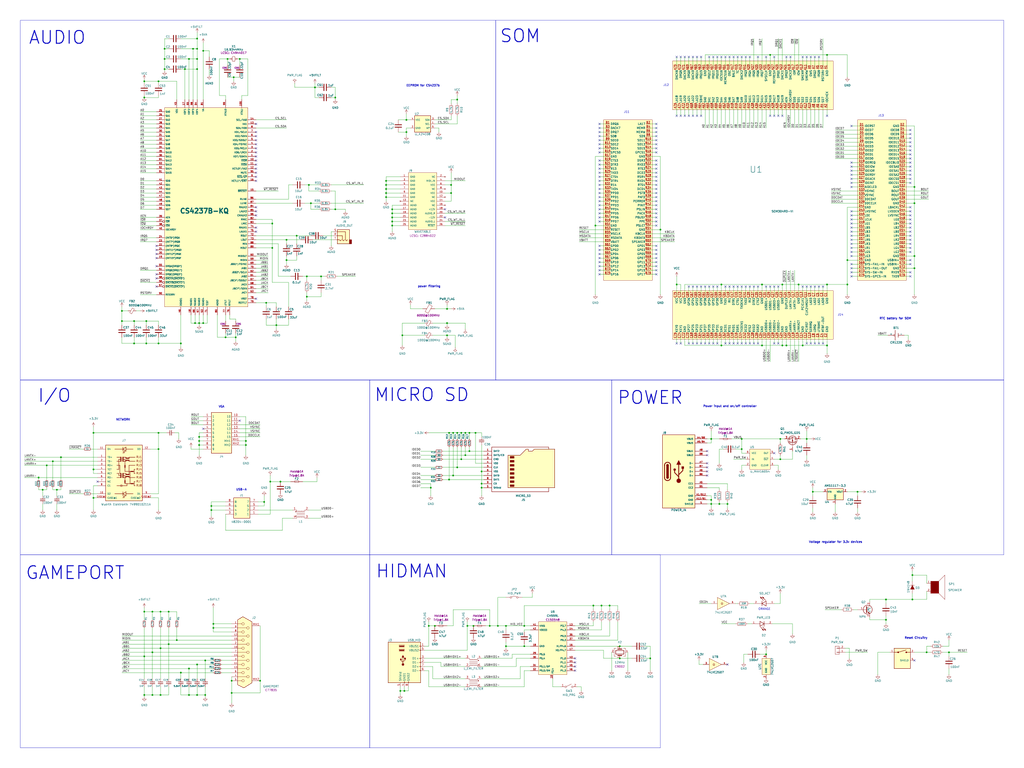
<source format=kicad_sch>
(kicad_sch (version 20231120) (generator "eeschema") (generator_version "8.0")
  (paper "User" 640 480)
  (title_block (title "WeeCee Redux v0.2") (comment 1 "Interpreted by Matt Schultz"))
  (lib_symbols
    (symbol "1-1825027-1_1" (pin_names (offset 1.016))
      (symbol "1-1825027-1_1_0_0"
        (pin passive line (at -7.62 2.54 0) (length 2.54) (name "~") (number "1"))
        (pin passive line (at 7.62 2.54 180) (length 2.54) (name "~") (number "2"))
      )
      (symbol "1-1825027-1_1_1_0"
        (pin power_in line (at 7.62 -2.54 180) (length 2.54) (name "SHIELD") (number "S"))
      )
    )
    (symbol "Connector_Audio:AudioJack3"
      (property "Reference" "J" (at 0 8.89 0))
      (property "Value" "AudioJack3" (at 0 6.35 0))
      (symbol "AudioJack3_1_1"
        (pin passive line (at 5.08 0 180) (length 2.54) (name "~") (number "R"))
        (pin passive line (at 5.08 2.54 180) (length 2.54) (name "~") (number "S"))
        (pin passive line (at 5.08 -2.54 180) (length 2.54) (name "~") (number "T"))
      )
    )
    (symbol "Device:C_Small" (pin_numbers hide) (pin_names (offset 0.254) hide)
      (property "Reference" "C" (at 0.254 1.778 0))
      (property "Value" "C_Small" (at 0.254 -2.032 0))
      (symbol "C_Small_1_1"
        (pin passive line (at 0 2.54 270) (length 2.032) (name "~") (number "1"))
        (pin passive line (at 0 -2.54 90) (length 2.032) (name "~") (number "2"))
      )
    )
    (symbol "Device:FerriteBead" (pin_numbers hide) (pin_names (offset 0))
      (property "Reference" "FB" (at -3.81 0.635 90))
      (property "Value" "FerriteBead" (at 3.81 0 90))
      (symbol "FerriteBead_1_1"
        (pin passive line (at 0 3.81 270) (length 2.54) (name "~") (number "1"))
        (pin passive line (at 0 -3.81 90) (length 2.54) (name "~") (number "2"))
      )
    )
    (symbol "Device:FerriteBead_Small" (pin_numbers hide) (pin_names (offset 0))
      (property "Reference" "FB" (at 1.905 1.27 0))
      (property "Value" "FerriteBead_Small" (at 1.905 -1.27 0))
      (symbol "FerriteBead_Small_1_1"
        (pin passive line (at 0 2.54 270) (length 1.27) (name "~") (number "1"))
        (pin passive line (at 0 -2.54 90) (length 1.27) (name "~") (number "2"))
      )
    )
    (symbol "Device:R_Small" (pin_numbers hide) (pin_names (offset 0.254) hide)
      (property "Reference" "R" (at 0.762 0.508 0))
      (property "Value" "R_Small" (at 0.762 -1.016 0))
      (symbol "R_Small_1_1"
        (pin passive line (at 0 2.54 270) (length 0.762) (name "~") (number "1"))
        (pin passive line (at 0 -2.54 90) (length 0.762) (name "~") (number "2"))
      )
    )
    (symbol "Jumper:Jumper_2_Bridged" (pin_numbers hide) (pin_names (offset 0) hide) (exclude_from_sim yes)
      (property "Reference" "JP" (at 0 1.905 0))
      (property "Value" "Jumper_2_Bridged" (at 0 -2.54 0))
      (symbol "Jumper_2_Bridged_1_1"
        (pin passive line (at -5.08 0 0) (length 2.54) (name "A") (number "1"))
        (pin passive line (at 5.08 0 180) (length 2.54) (name "B") (number "2"))
      )
    )
    (symbol "LTST-S220KSKT_1" (pin_names (offset 1.016))
      (property "Reference" "D2" (at -0.254 7.112 0))
      (property "Value" "PWR_LED" (at -0.381 -3.914 0))
      (symbol "LTST-S220KSKT_1_1_0"
        (pin passive line (at -7.62 0 0) (length 2.54) (name "~") (number "1"))
        (pin passive line (at 5.08 0 180) (length 2.54) (name "~") (number "2"))
      )
    )
    (symbol "SnipE Symbol Library:C" (pin_numbers hide) (pin_names (offset 1.016))
      (property "Reference" "C" (at 2.54 -1.27 0))
      (property "Value" "C" (at 2.54 1.27 0))
      (symbol "C_1_1"
        (pin passive line (at 0 3.81 270) (length 2.794) (name "~") (number "1"))
        (pin passive line (at 0 -3.81 90) (length 2.794) (name "~") (number "2"))
      )
    )
    (symbol "SnipE Symbol Library:CS4237B-KQ_LITE"
      (property "Value" "CS4237B-KQ" (at -15.748 -2.286 0))
      (symbol "CS4237B-KQ_LITE_1_1"
        (pin passive line (at 16.51 31.75 180) (length 5.08) (name "XD7/SDATA") (number "1"))
        (pin passive line (at 16.51 29.21 180) (length 5.08) (name "~{XIOR}") (number "10"))
        (pin passive line (at 7.62 67.31 270) (length 5.08) (name "XTALI") (number "100"))
        (pin passive line (at 16.51 26.67 180) (length 5.08) (name "~{XIOW}") (number "11"))
        (pin passive line (at 16.51 24.13 180) (length 5.08) (name "XCTL0*/XA2") (number "12"))
        (pin passive line (at 16.51 52.07 180) (length 5.08) (name "XA1") (number "13"))
        (pin passive line (at 16.51 54.61 180) (length 5.08) (name "SCL/XA0") (number "14"))
        (pin input line (at 16.51 10.16 180) (length 5.08) (name "~{BRESET}") (number "15"))
        (pin passive line (at 16.51 16.51 180) (length 5.08) (name "XCTL1*/~{SINT}") (number "16"))
        (pin power_in line (at -27.94 67.31 270) (length 5.08) (name "VDF1") (number "17"))
        (pin power_in line (at -24.13 -67.31 90) (length 5.08) (name "SGND1") (number "18"))
        (pin output line (at -45.72 -31.75 0) (length 5.08) (name "(INT15*)IRQF") (number "19"))
        (pin passive line (at 16.51 34.29 180) (length 5.08) (name "XD6/LRCK") (number "2"))
        (pin output line (at -45.72 -29.21 0) (length 5.08) (name "(INT12*)IRQE") (number "20"))
        (pin output line (at -45.72 -26.67 0) (length 5.08) (name "(INT11*)IRQD") (number "21"))
        (pin output line (at -45.72 -24.13 0) (length 5.08) (name "(INT9*)IRQC") (number "22"))
        (pin output line (at -45.72 -21.59 0) (length 5.08) (name "(INT7*)IRQB") (number "23"))
        (pin output line (at -45.72 -19.05 0) (length 5.08) (name "(INT5*)IRQA") (number "24"))
        (pin input line (at -45.72 59.69 0) (length 5.08) (name "SA0") (number "25"))
        (pin input line (at -45.72 57.15 0) (length 5.08) (name "SA1") (number "26"))
        (pin input line (at -45.72 54.61 0) (length 5.08) (name "SA2") (number "27"))
        (pin input line (at -45.72 52.07 0) (length 5.08) (name "SA3") (number "28"))
        (pin input line (at -45.72 49.53 0) (length 5.08) (name "SA4") (number "29"))
        (pin passive line (at 16.51 36.83 180) (length 5.08) (name "XD5/MCLK") (number "3"))
        (pin input line (at -45.72 46.99 0) (length 5.08) (name "SA5") (number "30"))
        (pin input line (at -45.72 44.45 0) (length 5.08) (name "SA6") (number "31"))
        (pin input line (at -45.72 41.91 0) (length 5.08) (name "SA7") (number "32"))
        (pin input line (at -45.72 39.37 0) (length 5.08) (name "SA8") (number "33"))
        (pin input line (at -45.72 36.83 0) (length 5.08) (name "SA9") (number "34"))
        (pin input line (at -45.72 34.29 0) (length 5.08) (name "SA10") (number "35"))
        (pin input line (at -45.72 31.75 0) (length 5.08) (name "SA11") (number "36"))
        (pin input inverted (at -45.72 -8.89 0) (length 5.08) (name "~{IOR}") (number "37"))
        (pin input inverted (at -45.72 -11.43 0) (length 5.08) (name "~{IOW}") (number "38"))
        (pin input line (at -45.72 -6.35 0) (length 5.08) (name "AEN") (number "39"))
        (pin passive line (at 16.51 39.37 180) (length 5.08) (name "XD4/FSYNC") (number "4"))
        (pin output line (at -45.72 -13.97 0) (length 5.08) (name "IOCHRDY") (number "40"))
        (pin bidirectional line (at -45.72 16.51 0) (length 5.08) (name "SD0") (number "41"))
        (pin bidirectional line (at -45.72 13.97 0) (length 5.08) (name "SD1") (number "42"))
        (pin bidirectional line (at -45.72 11.43 0) (length 5.08) (name "SD2") (number "43"))
        (pin bidirectional line (at -45.72 8.89 0) (length 5.08) (name "SD3") (number "44"))
        (pin power_in line (at -33.02 67.31 270) (length 5.08) (name "VD1") (number "45"))
        (pin power_in line (at -30.48 -67.31 90) (length 5.08) (name "DGND1") (number "46"))
        (pin bidirectional line (at -45.72 6.35 0) (length 5.08) (name "SD4") (number "47"))
        (pin bidirectional line (at -45.72 3.81 0) (length 5.08) (name "SD5") (number "48"))
        (pin bidirectional line (at -45.72 1.27 0) (length 5.08) (name "SD6") (number "49"))
        (pin passive line (at 16.51 41.91 180) (length 5.08) (name "XD3/SDOUT") (number "5"))
        (pin bidirectional line (at -45.72 -1.27 0) (length 5.08) (name "SD7") (number "50"))
        (pin output line (at -45.72 -39.37 0) (length 5.08) (name "DRQB(DRQ1*)") (number "51"))
        (pin output line (at -45.72 -41.91 0) (length 5.08) (name "DRQC(DRQ3*)") (number "52"))
        (pin power_in line (at -16.51 -67.31 90) (length 5.08) (name "SGND4") (number "53"))
        (pin power_in line (at -20.32 67.31 270) (length 5.08) (name "VDF4") (number "54"))
        (pin output line (at -45.72 -36.83 0) (length 5.08) (name "DRQA(DRQ0*)") (number "55"))
        (pin input inverted (at -45.72 -46.99 0) (length 5.08) (name "~{DACKB}(~{DACK1}*)") (number "56"))
        (pin input inverted (at -45.72 -49.53 0) (length 5.08) (name "~{DACKC}(~{DACK3}*)") (number "57"))
        (pin input inverted (at -45.72 -44.45 0) (length 5.08) (name "~{DACKA}(~{DACK0}*)") (number "58"))
        (pin input line (at 16.51 -33.02 180) (length 5.08) (name "MIDIN") (number "59"))
        (pin passive line (at 16.51 44.45 180) (length 5.08) (name "XD2/SDIN") (number "6"))
        (pin output line (at 16.51 -30.48 180) (length 5.08) (name "MIDOUT") (number "60"))
        (pin passive line (at 16.51 -43.18 180) (length 5.08) (name "JAB2") (number "61"))
        (pin passive line (at 16.51 -40.64 180) (length 5.08) (name "JBB2*/SCLK") (number "62"))
        (pin passive line (at 16.51 -53.34 180) (length 5.08) (name "JACY") (number "63"))
        (pin passive line (at 16.51 -50.8 180) (length 5.08) (name "JBCY*/SDIN") (number "64"))
        (pin power_in line (at -25.4 67.31 270) (length 5.08) (name "VDF2") (number "65"))
        (pin power_in line (at -21.59 -67.31 90) (length 5.08) (name "SGND2") (number "66"))
        (pin passive line (at 16.51 -45.72 180) (length 5.08) (name "JBCX*/SDOUT") (number "67"))
        (pin passive line (at 16.51 -48.26 180) (length 5.08) (name "JACX") (number "68"))
        (pin passive line (at 16.51 -35.56 180) (length 5.08) (name "JBB1*/FSYNC") (number "69"))
        (pin passive line (at 16.51 46.99 180) (length 5.08) (name "XD1/SCLK") (number "7"))
        (pin passive line (at 16.51 -38.1 180) (length 5.08) (name "JAB1") (number "70"))
        (pin passive line (at -13.97 -67.31 90) (length 5.08) (name "TEST") (number "71"))
        (pin output line (at 16.51 -17.78 180) (length 5.08) (name "ROUT") (number "72"))
        (pin output line (at 16.51 -20.32 180) (length 5.08) (name "LOUT") (number "73"))
        (pin passive line (at 16.51 -12.7 180) (length 5.08) (name "RAUX1") (number "74"))
        (pin passive line (at 16.51 -15.24 180) (length 5.08) (name "LAUX1") (number "75"))
        (pin passive line (at 0 -67.31 90) (length 5.08) (name "RFILT") (number "76"))
        (pin passive line (at -2.54 -67.31 90) (length 5.08) (name "LFILT") (number "77"))
        (pin passive line (at 16.51 -57.15 180) (length 5.08) (name "VREF") (number "78"))
        (pin passive line (at 16.51 -59.69 180) (length 5.08) (name "REFFLT") (number "79"))
        (pin passive line (at 16.51 49.53 180) (length 5.08) (name "SDA/XD0") (number "8"))
        (pin passive line (at -7.62 -67.31 90) (length 5.08) (name "AGND") (number "80"))
        (pin passive line (at -16.51 67.31 270) (length 5.08) (name "VA") (number "81"))
        (pin passive line (at 16.51 -7.62 180) (length 5.08) (name "RMIC") (number "82"))
        (pin passive line (at 16.51 -10.16 180) (length 5.08) (name "LMIC") (number "83"))
        (pin passive line (at 16.51 0 180) (length 5.08) (name "RAUX2") (number "84"))
        (pin passive line (at 16.51 -2.54 180) (length 5.08) (name "LAUX2") (number "85"))
        (pin input line (at 16.51 5.08 180) (length 5.08) (name "RLINE") (number "86"))
        (pin input line (at 16.51 2.54 180) (length 5.08) (name "LLINE") (number "87"))
        (pin input line (at 16.51 -22.86 180) (length 5.08) (name "MIN") (number "88"))
        (pin output line (at 16.51 -25.4 180) (length 5.08) (name "MOUT") (number "89"))
        (pin passive line (at 16.51 19.05 180) (length 5.08) (name "~{SCS}/~{UP}") (number "9"))
        (pin passive line (at -45.72 -54.61 0) (length 5.08) (name "RESDRV") (number "90"))
        (pin input line (at -45.72 21.59 0) (length 5.08) (name "SA15") (number "91"))
        (pin input line (at -45.72 24.13 0) (length 5.08) (name "SA14") (number "92"))
        (pin input line (at -45.72 26.67 0) (length 5.08) (name "SA13") (number "93"))
        (pin input line (at -45.72 29.21 0) (length 5.08) (name "SA12") (number "94"))
        (pin passive line (at 16.51 21.59 180) (length 5.08) (name "MUTE") (number "95"))
        (pin passive line (at 16.51 -5.08 180) (length 5.08) (name "CMAUX2") (number "96"))
        (pin power_in line (at -19.05 -67.31 90) (length 5.08) (name "SGND3") (number "97"))
        (pin power_in line (at -22.86 67.31 270) (length 5.08) (name "VDF3") (number "98"))
        (pin passive line (at -2.54 67.31 270) (length 5.08) (name "XTALO") (number "99"))
      )
    )
    (symbol "SnipE Symbol Library:LTST-S220KSKT" (pin_names (offset 1.016))
      (property "Value" "SD_ACT" (at -1.778 6.35 0))
      (symbol "LTST-S220KSKT_1_0"
        (pin passive line (at -7.62 0 0) (length 2.54) (name "") (number "1"))
        (pin passive line (at 5.08 0 180) (length 2.54) (name "~") (number "2"))
      )
    )
    (symbol "SnipE Symbol Library:PWR_FLAG" (power) (pin_numbers hide) (pin_names (offset 0) hide)
      (property "Value" "PWR_FLAG" (at 0 3.81 0))
      (symbol "PWR_FLAG_0_0"
        (pin power_out line (at 0 0 90) (length 0) (name "pwr") (number "1"))
      )
    )
    (symbol "SnipE Symbol Library:P_CONN_01X02" (pin_names (offset 1.016))
      (property "Reference" "P" (at 0 3.81 0))
      (property "Value" "P_CONN_01X02" (at 2.54 0 90))
      (symbol "P_CONN_01X02_1_1"
        (pin passive line (at -5.08 1.27 0) (length 3.81) (name "~") (number "1"))
        (pin passive line (at -5.08 -1.27 0) (length 3.81) (name "~") (number "2"))
      )
    )
    (symbol "SnipE Symbol Library:R" (pin_numbers hide) (pin_names (offset 0))
      (property "Reference" "R" (at 1.27 1.27 0))
      (property "Value" "R" (at 1.27 -1.27 0))
      (symbol "R_1_1"
        (pin passive line (at 0 3.81 270) (length 1.27) (name "~") (number "1"))
        (pin passive line (at 0 -3.81 90) (length 1.27) (name "~") (number "2"))
      )
    )
    (symbol "SnipE Symbol Library:SGND" (power) (pin_numbers hide) (pin_names (offset 0) hide)
      (property "Value" "SGND" (at 0 -3.81 0))
      (symbol "SGND_1_1"
        (pin power_in line (at 0 0 270) (length 0) (name "~") (number "1"))
      )
    )
    (symbol "SnipE Symbol Library:SP" (pin_names (offset 1.016))
      (property "Reference" "SP" (at 0 5.08 0))
      (property "Value" "SP" (at 0 -7.62 0))
      (symbol "SP_1_1"
        (pin passive line (at -5.08 2.54 0) (length 2.54) (name "~") (number "1"))
        (pin passive line (at -5.08 -2.54 0) (length 2.54) (name "~") (number "2"))
      )
    )
    (symbol "Switch:SW_SPST" (pin_names (offset 0) hide)
      (property "Reference" "SW" (at 0 3.175 0))
      (property "Value" "SW_SPST" (at 0 -2.54 0))
      (symbol "SW_SPST_1_1"
        (pin passive line (at -5.08 0 0) (length 2.54) (name "A") (number "1"))
        (pin passive line (at 5.08 0 180) (length 2.54) (name "B") (number "2"))
      )
    )
    (symbol "llama_shared:+3.3V" (power) (pin_names (offset 0))
      (property "Value" "+3.3V" (at 0 3.81 0))
      (symbol "+3.3V_1_1"
        (pin power_in line (at 0 0 90) (length 0) hide (name "+3.3V") (number "1"))
      )
    )
    (symbol "llama_shared:+5VA" (power) (pin_names (offset 0))
      (property "Value" "+5VA" (at 0 3.81 0))
      (symbol "+5VA_1_1"
        (pin power_in line (at 0 0 90) (length 0) hide (name "+5VA") (number "1"))
      )
    )
    (symbol "llama_shared:+5VFILT" (power) (pin_names (offset 0))
      (property "Value" "+5VFILT" (at 0 3.81 0))
      (symbol "+5VFILT_1_1"
        (pin power_in line (at 0 0 90) (length 0) hide (name "+5VFILT") (number "1"))
      )
    )
    (symbol "llama_shared:7499010211A" (pin_names (offset 1.016))
      (property "Reference" "U" (at 0 0 0))
      (property "Value" "7499010211A" (at 0 0 0))
      (symbol "7499010211A_0_0"
        (text "RJ1" (at 6.35 9.525 0) (effects (font (size 1.27 1.27)) (justify left bottom)))
        (text "RJ2" (at 6.35 6.985 0) (effects (font (size 1.27 1.27)) (justify left bottom)))
        (text "RJ3" (at 6.35 4.445 0) (effects (font (size 1.27 1.27)) (justify left bottom)))
        (text "RJ4" (at 6.35 1.905 0) (effects (font (size 1.27 1.27)) (justify left bottom)))
        (text "RJ5" (at 6.35 -0.635 0) (effects (font (size 1.27 1.27)) (justify left bottom)))
        (text "RJ6" (at 6.35 -3.175 0) (effects (font (size 1.27 1.27)) (justify left bottom)))
        (text "RJ7" (at 6.35 -5.715 0) (effects (font (size 1.27 1.27)) (justify left bottom)))
        (text "RJ8" (at 6.35 -8.255 0) (effects (font (size 1.27 1.27)) (justify left bottom)))
        (pin bidirectional line (at -17.78 10.16 0) (length 5.08) (name "TD+") (number "1"))
        (pin bidirectional line (at -17.78 -12.7 0) (length 5.08) (name "D2") (number "10"))
        (pin bidirectional line (at -17.78 15.24 0) (length 5.08) (name "D4") (number "11"))
        (pin bidirectional line (at 15.24 15.24 180) (length 5.08) (name "D3") (number "12"))
        (pin bidirectional line (at -17.78 7.62 0) (length 5.08) (name "TD-") (number "2"))
        (pin bidirectional line (at -17.78 5.08 0) (length 5.08) (name "RD+") (number "3"))
        (pin bidirectional line (at -17.78 2.54 0) (length 5.08) (name "TCT") (number "4"))
        (pin bidirectional line (at -17.78 0 0) (length 5.08) (name "RCT") (number "5"))
        (pin bidirectional line (at -17.78 -2.54 0) (length 5.08) (name "RD-") (number "6"))
        (pin bidirectional line (at -17.78 -5.08 0) (length 5.08) (name "NC") (number "7"))
        (pin bidirectional line (at -17.78 -7.62 0) (length 5.08) (name "C1") (number "8"))
        (pin bidirectional line (at 15.24 -12.7 180) (length 5.08) (name "D1") (number "9"))
        (pin bidirectional line (at -17.78 -15.24 0) (length 5.08) (name "CASE@1") (number "CASE@1"))
        (pin bidirectional line (at 15.24 -15.24 180) (length 5.08) (name "CASE@2") (number "CASE@2"))
      )
    )
    (symbol "llama_shared:AGND" (power) (pin_names (offset 0))
      (property "Value" "AGND" (at 0 -3.81 0))
      (symbol "AGND_1_1"
        (pin power_in line (at 0 0 270) (length 0) hide (name "GND") (number "1"))
      )
    )
    (symbol "llama_shared:BT" (pin_numbers hide) (pin_names (offset 0))
      (property "Reference" "BT" (at -3.81 3.81 0))
      (property "Value" "BT" (at -3.81 -2.54 0))
      (symbol "BT_1_1"
        (pin power_out line (at 0 5.08 270) (length 3.81) (name "+") (number "1"))
        (pin passive line (at 0 -5.08 90) (length 3.81) (name "-") (number "2"))
      )
    )
    (symbol "llama_shared:C" (pin_numbers hide) (pin_names (offset 1.016))
      (property "Reference" "C" (at 2.54 -1.27 0))
      (property "Value" "C" (at 2.54 1.27 0))
      (symbol "C_1_1"
        (pin passive line (at 0 3.81 270) (length 2.794) (name "~") (number "1"))
        (pin passive line (at 0 -3.81 90) (length 2.794) (name "~") (number "2"))
      )
    )
    (symbol "llama_shared:D" (pin_numbers hide) (pin_names (offset 1.016) hide)
      (property "Reference" "D" (at 0 2.54 0))
      (property "Value" "D" (at 0 -2.54 0))
      (symbol "D_1_1"
        (pin passive line (at -3.81 0 0) (length 2.54) (name "K") (number "1"))
        (pin passive line (at 3.81 0 180) (length 2.54) (name "A") (number "2"))
      )
    )
    (symbol "llama_shared:F" (pin_numbers hide) (pin_names (offset 1.016) hide)
      (property "Reference" "F" (at 0 2.54 0))
      (property "Value" "F" (at 0 -2.54 0))
      (symbol "F_1_1"
        (pin passive line (at -3.81 0 0) (length 2.54) (name "~") (number "1"))
        (pin passive line (at 3.81 0 180) (length 2.54) (name "~") (number "2"))
      )
    )
    (symbol "llama_shared:GND" (power) (pin_names (offset 0))
      (property "Value" "GND" (at 0 -3.81 0))
      (symbol "GND_1_1"
        (pin power_in line (at 0 0 270) (length 0) hide (name "GND") (number "1"))
      )
    )
    (symbol "llama_shared:J_DA15_Gameport" (pin_names (offset 1.016) hide)
      (property "Reference" "J2" (at 3.81 21.59 0))
      (property "Value" "GAMEPORT" (at 11.176 -21.082 0))
      (property "LCSC" "C77835" (at 11.938 -23.622 0))
      (symbol "J_DA15_Gameport_1_1"
        (pin passive line (at -8.89 17.78 0) (length 5.08) (name "1") (number "1"))
        (pin passive line (at -8.89 2.54 0) (length 5.08) (name "10") (number "10"))
        (pin passive line (at -8.89 -7.62 0) (length 5.08) (name "11") (number "11"))
        (pin passive line (at -8.89 10.16 0) (length 5.08) (name "12") (number "12"))
        (pin passive line (at -8.89 -10.16 0) (length 5.08) (name "13") (number "13"))
        (pin passive line (at -8.89 -2.54 0) (length 5.08) (name "14") (number "14"))
        (pin passive line (at -8.89 7.62 0) (length 5.08) (name "15") (number "15"))
        (pin passive line (at -8.89 5.08 0) (length 5.08) (name "2") (number "2"))
        (pin passive line (at -8.89 -5.08 0) (length 5.08) (name "3") (number "3"))
        (pin passive line (at -8.89 -15.24 0) (length 5.08) (name "4") (number "4"))
        (pin passive line (at -8.89 -17.78 0) (length 5.08) (name "5") (number "5"))
        (pin passive line (at -8.89 -12.7 0) (length 5.08) (name "6") (number "6"))
        (pin passive line (at -8.89 0 0) (length 5.08) (name "7") (number "7"))
        (pin passive line (at -8.89 12.7 0) (length 5.08) (name "8") (number "8"))
        (pin passive line (at -8.89 15.24 0) (length 5.08) (name "9") (number "9"))
        (pin passive line (at 8.89 16.51 180) (length 5.08) (name "MH1") (number "MH1"))
        (pin passive line (at 8.89 -17.78 180) (length 5.08) (name "MH2") (number "MH2"))
      )
    )
    (symbol "llama_shared:J_Micro_SD_TF01A" (pin_names (offset 1.016))
      (property "Reference" "J" (at -16.51 11.43 0))
      (property "Value" "J_Micro_SD_TF01A" (at 16.51 11.43 0))
      (symbol "J_Micro_SD_TF01A_1_1"
        (pin bidirectional line (at -24.13 7.62 0) (length 5.08) (name "DAT2") (number "1"))
        (pin bidirectional line (at -24.13 5.08 0) (length 5.08) (name "DAT3/CD") (number "2"))
        (pin input line (at -24.13 2.54 0) (length 5.08) (name "CMD") (number "3"))
        (pin power_in line (at -24.13 0 0) (length 5.08) (name "VDD") (number "4"))
        (pin input line (at -24.13 -2.54 0) (length 5.08) (name "CLK") (number "5"))
        (pin power_in line (at -24.13 -5.08 0) (length 5.08) (name "VSS") (number "6"))
        (pin bidirectional line (at -24.13 -7.62 0) (length 5.08) (name "DAT0") (number "7"))
        (pin bidirectional line (at -24.13 -10.16 0) (length 5.08) (name "DAT1") (number "8"))
        (pin output line (at -24.13 -12.7 0) (length 5.08) (name "CD") (number "9"))
        (pin passive line (at -24.13 -15.24 0) (length 5.08) (name "Shield") (number "S"))
      )
    )
    (symbol "llama_shared:J_USB_A_Stacked_C12049" (pin_names (offset 1.016))
      (property "Reference" "J" (at 0 15.875 0))
      (property "Value" "J_USB_A_Stacked_C12049" (at 0 13.97 0))
      (symbol "J_USB_A_Stacked_C12049_1_1"
        (pin power_in line (at 10.16 10.16 180) (length 2.54) (name "VBUS1") (number "1"))
        (pin bidirectional line (at 10.16 0 180) (length 2.54) (name "D1-") (number "2"))
        (pin bidirectional line (at 10.16 2.54 180) (length 2.54) (name "D1+") (number "3"))
        (pin power_in line (at -2.54 -15.24 90) (length 2.54) (name "GND1") (number "4"))
        (pin power_in line (at 10.16 7.62 180) (length 2.54) (name "VBUS2") (number "5"))
        (pin bidirectional line (at 10.16 -5.08 180) (length 2.54) (name "D2-") (number "6"))
        (pin bidirectional line (at 10.16 -2.54 180) (length 2.54) (name "D2+") (number "7"))
        (pin power_in line (at 0 -15.24 90) (length 2.54) (name "GND2") (number "8"))
        (pin passive line (at -5.08 -15.24 90) (length 2.54) (name "Shield") (number "S"))
      )
    )
    (symbol "llama_shared:J_USB_C" (pin_names (offset 1.016))
      (property "Reference" "J" (at -10.16 24.13 0))
      (property "Value" "J_USB_C" (at 0 -24.13 0))
      (symbol "J_USB_C_1_1"
        (pin passive line (at 17.78 -15.24 180) (length 7.62) (name "GND") (number "A1/B12"))
        (pin passive line (at 17.78 -17.78 180) (length 7.62) (name "GND") (number "A12/B1"))
        (pin passive line (at 17.78 20.32 180) (length 7.62) (name "VBUS") (number "A4/B9"))
        (pin bidirectional line (at 17.78 -7.62 180) (length 7.62) (name "CC1") (number "A5"))
        (pin bidirectional line (at 17.78 0 180) (length 7.62) (name "D+") (number "A6"))
        (pin bidirectional line (at 17.78 5.08 180) (length 7.62) (name "D-") (number "A7"))
        (pin bidirectional line (at 17.78 12.7 180) (length 7.62) (name "SBU1") (number "A8"))
        (pin passive line (at 17.78 17.78 180) (length 7.62) (name "VBUS") (number "A9/B4"))
        (pin bidirectional line (at 17.78 -10.16 180) (length 7.62) (name "CC2") (number "B5"))
        (pin bidirectional line (at 17.78 -2.54 180) (length 7.62) (name "D+") (number "B6"))
        (pin bidirectional line (at 17.78 2.54 180) (length 7.62) (name "D-") (number "B7"))
        (pin bidirectional line (at 17.78 10.16 180) (length 7.62) (name "SBU2") (number "B8"))
        (pin passive line (at 17.78 -20.32 180) (length 7.62) (name "SHIELD") (number "S"))
      )
    )
    (symbol "llama_shared:J_WAVETABLE" (pin_names (offset 1.016))
      (property "Reference" "J" (at -7.62 19.05 0))
      (property "Value" "J_WAVETABLE" (at 0 -19.05 0))
      (symbol "J_WAVETABLE_1_1"
        (pin passive line (at -13.97 15.24 0) (length 5.08) (name "GND") (number "1"))
        (pin passive line (at 13.97 5.08 180) (length 5.08) (name "VCC") (number "10"))
        (pin passive line (at -13.97 2.54 0) (length 5.08) (name "GND") (number "11"))
        (pin no_connect line (at 13.97 2.54 180) (length 5.08) (name "NC") (number "12"))
        (pin no_connect line (at -13.97 0 0) (length 5.08) (name "NC") (number "13"))
        (pin passive line (at 13.97 0 180) (length 5.08) (name "VCC") (number "14"))
        (pin passive line (at -13.97 -2.54 0) (length 5.08) (name "AGND") (number "15"))
        (pin no_connect line (at 13.97 -2.54 180) (length 5.08) (name "NC") (number "16"))
        (pin passive line (at -13.97 -5.08 0) (length 5.08) (name "AGND") (number "17"))
        (pin passive line (at 13.97 -5.08 180) (length 5.08) (name "+12V") (number "18"))
        (pin passive line (at -13.97 -7.62 0) (length 5.08) (name "AGND") (number "19"))
        (pin no_connect line (at 13.97 15.24 180) (length 5.08) (name "NC") (number "2"))
        (pin passive line (at 13.97 -7.62 180) (length 5.08) (name "AUDIO_R") (number "20"))
        (pin passive line (at -13.97 -10.16 0) (length 5.08) (name "AGND") (number "21"))
        (pin passive line (at 13.97 -10.16 180) (length 5.08) (name "-12V") (number "22"))
        (pin passive line (at -13.97 -12.7 0) (length 5.08) (name "AGND") (number "23"))
        (pin passive line (at 13.97 -12.7 180) (length 5.08) (name "AUDIO_L") (number "24"))
        (pin passive line (at -13.97 -15.24 0) (length 5.08) (name "AGND") (number "25"))
        (pin passive line (at 13.97 -15.24 180) (length 5.08) (name "~{RESET}") (number "26"))
        (pin passive line (at -13.97 12.7 0) (length 5.08) (name "GND") (number "3"))
        (pin passive line (at 13.97 12.7 180) (length 5.08) (name "MIDI_IN") (number "4"))
        (pin passive line (at -13.97 10.16 0) (length 5.08) (name "GND") (number "5"))
        (pin passive line (at 13.97 10.16 180) (length 5.08) (name "VCC") (number "6"))
        (pin passive line (at -13.97 7.62 0) (length 5.08) (name "GND") (number "7"))
        (pin no_connect line (at 13.97 7.62 180) (length 5.08) (name "NC") (number "8"))
        (pin passive line (at -13.97 5.08 0) (length 5.08) (name "GND") (number "9"))
      )
    )
    (symbol "llama_shared:L_EMI_FILTER" (pin_names (offset 1.016))
      (property "Reference" "L" (at 0 5.08 0))
      (property "Value" "L_EMI_FILTER" (at 0 -5.08 0))
      (symbol "L_EMI_FILTER_1_1"
        (pin passive line (at -5.08 2.54 0) (length 2.54) (name "~") (number "1"))
        (pin passive line (at 5.08 2.54 180) (length 2.54) (name "~") (number "2"))
        (pin passive line (at 5.08 -2.54 180) (length 2.54) (name "~") (number "3"))
        (pin passive line (at -5.08 -2.54 0) (length 2.54) (name "~") (number "4"))
      )
    )
    (symbol "llama_shared:PWR_FLAG" (power) (pin_numbers hide) (pin_names (offset 0) hide)
      (property "Value" "PWR_FLAG" (at 0 3.81 0))
      (symbol "PWR_FLAG_0_0"
        (pin power_out line (at 0 0 90) (length 0) (name "pwr") (number "1"))
      )
    )
    (symbol "llama_shared:Q_NPN_BEC" (pin_names (offset 1.016))
      (property "Reference" "Q" (at -2.54 3.81 0))
      (property "Value" "Q_NPN_BEC" (at 6.35 -3.81 0))
      (symbol "Q_NPN_BEC_1_1"
        (pin input line (at -6.35 0 0) (length 5.08) (name "B") (number "1"))
        (pin passive line (at 1.27 -5.08 90) (length 2.54) (name "E") (number "2"))
        (pin passive line (at 1.27 5.08 270) (length 2.54) (name "C") (number "3"))
      )
    )
    (symbol "llama_shared:Q_PMOS_GDS" (pin_names hide)
      (property "Reference" "Q" (at 5.08 1.27 0))
      (property "Value" "Q_PMOS_GDS" (at 5.08 -1.27 0))
      (symbol "Q_PMOS_GDS_1_1"
        (pin input line (at -5.08 0 0) (length 2.54) (name "G") (number "1"))
        (pin passive line (at 2.54 5.08 270) (length 2.54) (name "D") (number "2"))
        (pin passive line (at 2.54 -5.08 90) (length 2.54) (name "S") (number "3"))
      )
    )
    (symbol "llama_shared:R" (pin_numbers hide) (pin_names (offset 0))
      (property "Reference" "R" (at 1.27 1.27 0))
      (property "Value" "R" (at 1.27 -1.27 0))
      (symbol "R_1_1"
        (pin passive line (at 0 3.81 270) (length 1.27) (name "~") (number "1"))
        (pin passive line (at 0 -3.81 90) (length 1.27) (name "~") (number "2"))
      )
    )
    (symbol "llama_shared:U_AMS1117-3.3" (pin_names (offset 0.254))
      (property "Reference" "U" (at -3.81 3.175 0))
      (property "Value" "U_AMS1117-3.3" (at 1.27 -6.35 0))
      (symbol "U_AMS1117-3.3_1_1"
        (pin power_in line (at 0 -7.62 90) (length 2.54) (name "GND") (number "1"))
        (pin power_out line (at 7.62 0 180) (length 2.54) (name "VOUT") (number "2"))
        (pin power_in line (at -7.62 0 0) (length 2.54) (name "VIN") (number "3"))
      )
    )
    (symbol "llama_shared:U_K24C08"
      (property "Reference" "U" (at -5.08 6.35 0))
      (property "Value" "U_K24C08" (at 0 -6.35 0))
      (symbol "U_K24C08_1_1"
        (pin input line (at 7.62 0 180) (length 2.54) (name "SCL") (number "1"))
        (pin power_in line (at -7.62 -2.54 0) (length 2.54) (name "GND") (number "2"))
        (pin bidirectional line (at 7.62 2.54 180) (length 2.54) (name "SDA") (number "3"))
        (pin power_in line (at -7.62 2.54 0) (length 2.54) (name "VCC") (number "4"))
        (pin input line (at 7.62 -2.54 180) (length 2.54) (name "WP") (number "5"))
      )
    )
    (symbol "llama_shared:U_MAX16054" (pin_names (offset 1.016))
      (property "Reference" "U" (at -5.08 7.62 0))
      (property "Value" "U_MAX16054" (at 0 -7.62 0))
      (symbol "U_MAX16054_1_1"
        (pin input line (at -8.89 0 0) (length 2.54) (name "IN") (number "1"))
        (pin power_in line (at -8.89 -3.81 0) (length 2.54) (name "GND") (number "2"))
        (pin input line (at 8.89 -3.81 180) (length 2.54) (name "CLEAR") (number "3"))
        (pin output line (at 8.89 0 180) (length 2.54) (name "~{OUT}") (number "4"))
        (pin output line (at 8.89 3.81 180) (length 2.54) (name "OUT") (number "5"))
        (pin power_in line (at -8.89 3.81 0) (length 2.54) (name "VCC") (number "6"))
      )
    )
    (symbol "llama_shared:VCC" (power) (pin_names (offset 0))
      (property "Value" "VCC" (at 0 3.81 0))
      (symbol "VCC_1_1"
        (pin power_in line (at 0 0 90) (length 0) hide (name "VCC") (number "1"))
      )
    )
    (symbol "llama_shared:X" (pin_numbers hide) (pin_names (offset 1.016) hide)
      (property "Reference" "X" (at 0 2.54 0))
      (property "Value" "X" (at 0 -2.54 0))
      (symbol "X_1_1"
        (pin passive line (at -2.54 0 0) (length 1.27) (name "~") (number "1"))
        (pin passive line (at 2.54 0 180) (length 1.27) (name "~") (number "2"))
      )
    )
    (symbol "llamablaster:C" (pin_numbers hide) (pin_names (offset 1.016))
      (property "Reference" "C" (at 2.54 -1.27 0))
      (property "Value" "C" (at 2.54 1.27 0))
      (symbol "C_1_1"
        (pin passive line (at 0 3.81 270) (length 2.794) (name "~") (number "1"))
        (pin passive line (at 0 -3.81 90) (length 2.794) (name "~") (number "2"))
      )
    )
    (symbol "power:+5V" (power) (pin_numbers hide) (pin_names (offset 0) hide)
      (property "Value" "+5V" (at 0 3.556 0))
      (symbol "+5V_1_1"
        (pin power_in line (at 0 0 90) (length 0) (name "~") (number "1"))
      )
    )
    (symbol "power:GND" (power) (pin_numbers hide) (pin_names (offset 0) hide)
      (property "Value" "GND" (at 0 -3.81 0))
      (symbol "GND_1_1"
        (pin power_in line (at 0 0 270) (length 0) (name "~") (number "1"))
      )
    )
    (symbol "power:VCC" (power) (pin_numbers hide) (pin_names (offset 0) hide)
      (property "Value" "VCC" (at 0 3.556 0))
      (symbol "VCC_1_1"
        (pin power_in line (at 0 0 90) (length 0) (name "~") (number "1"))
      )
    )
    (symbol "tinyllama:+3.3V_SOM" (power) (pin_names (offset 0))
      (property "Value" "+3.3V_SOM" (at 0 3.81 0))
      (symbol "+3.3V_SOM_1_1"
        (pin power_in line (at 0 0 90) (length 0) hide (name "+3.3V_SOM") (number "1"))
      )
    )
    (symbol "tinyllama:GND" (power) (pin_names (offset 0))
      (property "Value" "GND" (at 0 -3.81 0))
      (symbol "GND_1_1"
        (pin power_in line (at 0 0 270) (length 0) hide (name "GND") (number "1"))
      )
    )
    (symbol "tinyllama:R" (pin_numbers hide) (pin_names (offset 0))
      (property "Reference" "R" (at 1.27 1.27 0))
      (property "Value" "R" (at 1.27 -1.27 0))
      (symbol "R_1_1"
        (pin passive line (at 0 3.81 270) (length 1.27) (name "~") (number "1"))
        (pin passive line (at 0 -3.81 90) (length 1.27) (name "~") (number "2"))
      )
    )
    (symbol "tinyllama:U_74LVC2G07" (pin_names (offset 1.016))
      (property "Reference" "U" (at -3.81 7.62 0))
      (property "Value" "U_74LVC2G07" (at 6.35 -7.62 0))
      (symbol "U_74LVC2G07_1_0"
        (pin input line (at -7.62 0 0) (length 3.81) (name "~") (number "1"))
        (pin open_collector line (at 7.62 0 180) (length 3.81) (name "~") (number "6"))
      )
      (symbol "U_74LVC2G07_2_0"
        (pin input line (at -7.62 0 0) (length 3.81) (name "~") (number "3"))
        (pin open_collector line (at 7.62 0 180) (length 3.81) (name "~") (number "4"))
      )
      (symbol "U_74LVC2G07_3_0"
        (pin power_in line (at 0 -7.62 90) (length 2.54) (name "GND") (number "2"))
        (pin power_in line (at 0 7.62 270) (length 2.54) (name "VCC") (number "5"))
      )
    )
    (symbol "tinyllama:U_CH559L"
      (property "Reference" "U10" (at 0 22.86 0))
      (property "Value" "CH559L" (at 0 20.32 0))
      (property "LCSC" "C150548" (at 0 17.78 0))
      (symbol "U_CH559L_1_1"
        (pin no_connect line (at 26.67 -5.08 180) (length 0) hide (name "~") (number "1"))
        (pin passive line (at 0 -19.05 90) (length 2.54) (name "P3.4") (number "10"))
        (pin no_connect line (at 26.67 -30.48 180) (length 0) hide (name "~") (number "11"))
        (pin no_connect line (at 26.67 -33.02 180) (length 0) hide (name "~") (number "12"))
        (pin passive line (at 13.97 13.97 180) (length 5.08) (name "P3.7") (number "13"))
        (pin passive line (at 13.97 11.43 180) (length 5.08) (name "P4.3") (number "14"))
        (pin no_connect line (at 35.56 -5.08 180) (length 0) hide (name "~") (number "15"))
        (pin passive line (at 13.97 1.27 180) (length 5.08) (name "XI/P4.6") (number "16"))
        (pin passive line (at 13.97 -1.27 180) (length 5.08) (name "XO/P4.7") (number "17"))
        (pin passive line (at -13.97 1.27 0) (length 5.08) (name "GND") (number "18"))
        (pin no_connect line (at 35.56 -10.16 180) (length 0) hide (name "~") (number "19"))
        (pin no_connect line (at 26.67 -7.62 180) (length 0) hide (name "~") (number "2"))
        (pin no_connect line (at 35.56 -12.7 180) (length 0) hide (name "~") (number "20"))
        (pin no_connect line (at 35.56 -15.24 180) (length 0) hide (name "~") (number "21"))
        (pin no_connect line (at 35.56 -17.78 180) (length 0) hide (name "~") (number "22"))
        (pin no_connect line (at 35.56 -20.32 180) (length 0) hide (name "~") (number "23"))
        (pin no_connect line (at 35.56 -22.86 180) (length 0) hide (name "~") (number "24"))
        (pin no_connect line (at 35.56 -25.4 180) (length 0) hide (name "~") (number "25"))
        (pin no_connect line (at 35.56 -27.94 180) (length 0) hide (name "~") (number "26"))
        (pin no_connect line (at 35.56 -30.48 180) (length 0) hide (name "~") (number "27"))
        (pin no_connect line (at 35.56 -33.02 180) (length 0) hide (name "~") (number "28"))
        (pin passive line (at -13.97 -3.81 0) (length 5.08) (name "P5.5") (number "29"))
        (pin no_connect line (at 26.67 -10.16 180) (length 0) hide (name "~") (number "3"))
        (pin passive line (at -13.97 -6.35 0) (length 5.08) (name "P5.4") (number "30"))
        (pin passive line (at -13.97 -11.43 0) (length 5.08) (name "P5.1/DP") (number "31"))
        (pin passive line (at -13.97 -13.97 0) (length 5.08) (name "P5.0/DM") (number "32"))
        (pin no_connect line (at 44.45 -5.08 180) (length 0) hide (name "~") (number "33"))
        (pin no_connect line (at 44.45 -7.62 180) (length 0) hide (name "~") (number "34"))
        (pin passive line (at 13.97 7.62 180) (length 5.08) (name "P0.5") (number "35"))
        (pin no_connect line (at 44.45 -10.16 180) (length 0) hide (name "~") (number "36"))
        (pin passive line (at 13.97 5.08 180) (length 5.08) (name "P0.3") (number "37"))
        (pin no_connect line (at 44.45 -12.7 180) (length 0) hide (name "~") (number "38"))
        (pin no_connect line (at 44.45 -15.24 180) (length 0) hide (name "~") (number "39"))
        (pin no_connect line (at 26.67 -12.7 180) (length 0) hide (name "~") (number "4"))
        (pin no_connect line (at 44.45 -17.78 180) (length 0) hide (name "~") (number "40"))
        (pin passive line (at -13.97 13.97 0) (length 5.08) (name "VIN5") (number "41"))
        (pin passive line (at -13.97 11.43 0) (length 5.08) (name "VDD33") (number "42"))
        (pin passive line (at 13.97 -6.35 180) (length 5.08) (name "P1.0") (number "43"))
        (pin passive line (at 13.97 -8.89 180) (length 5.08) (name "P1.1") (number "44"))
        (pin passive line (at 13.97 -11.43 180) (length 5.08) (name "P1.2") (number "45"))
        (pin passive line (at 13.97 -13.97 180) (length 5.08) (name "P1.3") (number "46"))
        (pin no_connect line (at 44.45 -30.48 180) (length 0) hide (name "~") (number "47"))
        (pin no_connect line (at 44.45 -33.02 180) (length 0) hide (name "~") (number "48"))
        (pin no_connect line (at 26.67 -15.24 180) (length 0) hide (name "~") (number "5"))
        (pin no_connect line (at 26.67 -17.78 180) (length 0) hide (name "~") (number "6"))
        (pin no_connect line (at 26.67 -20.32 180) (length 0) hide (name "~") (number "7"))
        (pin no_connect line (at 26.67 -22.86 180) (length 0) hide (name "~") (number "8"))
        (pin no_connect line (at 26.67 -25.4 180) (length 0) hide (name "~") (number "9"))
      )
    )
    (symbol "tinyllama:X_GND24" (pin_names (offset 1.016) hide)
      (property "Reference" "X" (at 3.175 5.08 0))
      (property "Value" "X_GND24" (at 3.175 3.175 0))
      (symbol "X_GND24_1_1"
        (pin passive line (at -3.81 0 0) (length 1.27) (name "1") (number "1"))
        (pin passive line (at 0 5.08 270) (length 1.27) (name "2") (number "2"))
        (pin passive line (at 3.81 0 180) (length 1.27) (name "3") (number "3"))
        (pin passive line (at 0 -5.08 90) (length 1.27) (name "4") (number "4"))
      )
    )
    (symbol "weeCee_library:48204-0001"
      (property "Reference" "J" (at 9.144 9.398 0))
      (property "Value" "48204-0001" (at 4.064 5.334 0))
      (symbol "48204-0001_1_1"
        (pin passive line (at 0 0 0) (length 5.08) (name "1") (number "1"))
        (pin passive line (at 0 -2.54 0) (length 5.08) (name "2") (number "2"))
        (pin passive line (at 20.32 0 180) (length 5.08) (name "3") (number "3"))
        (pin passive line (at 20.32 -2.54 180) (length 5.08) (name "4") (number "4"))
        (pin passive line (at 0 -5.08 0) (length 5.08) (name "5") (number "5"))
        (pin passive line (at 20.32 -5.08 180) (length 5.08) (name "6") (number "6"))
        (pin passive line (at 0 -7.62 0) (length 5.08) (name "7") (number "7"))
        (pin passive line (at 20.32 -7.62 180) (length 5.08) (name "8") (number "8"))
      )
    )
    (symbol "weeCee_library:634-015-263-032"
      (property "Reference" "J" (at 19.05 7.62 0))
      (property "Value" "634-015-263-032" (at 19.05 5.08 0))
      (symbol "634-015-263-032_1_1"
        (pin passive line (at 0 0 0) (length 5.08) (name "1") (number "1"))
        (pin passive line (at 22.86 0 180) (length 5.08) (name "10") (number "10"))
        (pin passive line (at 22.86 -2.54 180) (length 5.08) (name "11") (number "11"))
        (pin passive line (at 22.86 -5.08 180) (length 5.08) (name "12") (number "12"))
        (pin passive line (at 22.86 -7.62 180) (length 5.08) (name "13") (number "13"))
        (pin passive line (at 22.86 -10.16 180) (length 5.08) (name "14") (number "14"))
        (pin passive line (at 22.86 -12.7 180) (length 5.08) (name "15") (number "15"))
        (pin passive line (at 0 -2.54 0) (length 5.08) (name "2") (number "2"))
        (pin passive line (at 0 -5.08 0) (length 5.08) (name "3") (number "3"))
        (pin passive line (at 0 -7.62 0) (length 5.08) (name "4") (number "4"))
        (pin passive line (at 0 -10.16 0) (length 5.08) (name "5") (number "5"))
        (pin passive line (at 0 -12.7 0) (length 5.08) (name "6") (number "6"))
        (pin passive line (at 0 -15.24 0) (length 5.08) (name "7") (number "7"))
        (pin passive line (at 0 -17.78 0) (length 5.08) (name "8") (number "8"))
        (pin passive line (at 0 -20.32 0) (length 5.08) (name "9") (number "9"))
        (pin passive line (at 22.86 -15.24 180) (length 5.08) (name "MH1") (number "MH1"))
        (pin passive line (at 22.86 -17.78 180) (length 5.08) (name "MH2") (number "MH2"))
      )
    )
    (symbol "weeCee_library:SOM304RD-VI"
      (property "Reference" "U1" (at -4.318 22.352 0))
      (property "Value" "SOM304RD-VI" (at 16.51 -3.81 0))
      (symbol "SOM304RD-VI_1_1"
        (pin input line (at 44.45 87.63 270) (length 2.54) (name "GND") (number "A1"))
        (pin input line (at 34.29 60.96 90) (length 2.54) (name "SD4") (number "A10"))
        (pin input line (at 31.75 87.63 270) (length 2.54) (name "SMEMW") (number "A11"))
        (pin input line (at 31.75 60.96 90) (length 2.54) (name "SD3") (number "A12"))
        (pin input line (at 29.21 87.63 270) (length 2.54) (name "SMEMR") (number "A13"))
        (pin input line (at 29.21 60.96 90) (length 2.54) (name "SD2") (number "A14"))
        (pin input line (at 26.67 87.63 270) (length 2.54) (name "IOW") (number "A15"))
        (pin input line (at 26.67 60.96 90) (length 2.54) (name "SD1") (number "A16"))
        (pin input line (at 24.13 87.63 270) (length 2.54) (name "IOR") (number "A17"))
        (pin input line (at 24.13 60.96 90) (length 2.54) (name "SD0") (number "A18"))
        (pin input line (at 21.59 87.63 270) (length 2.54) (name "DACK3") (number "A19"))
        (pin input line (at 44.45 60.96 90) (length 2.54) (name "IOCHCK") (number "A2"))
        (pin input line (at 21.59 60.96 90) (length 2.54) (name "IOCHRDY") (number "A20"))
        (pin input line (at 19.05 87.63 270) (length 2.54) (name "DRQ3") (number "A21"))
        (pin input line (at 19.05 60.96 90) (length 2.54) (name "AEN") (number "A22"))
        (pin input line (at 16.51 87.63 270) (length 2.54) (name "DACK1") (number "A23"))
        (pin input line (at 16.51 60.96 90) (length 2.54) (name "SA19") (number "A24"))
        (pin input line (at 13.97 87.63 270) (length 2.54) (name "DRQ1") (number "A25"))
        (pin input line (at 13.97 60.96 90) (length 2.54) (name "SA18") (number "A26"))
        (pin input line (at 11.43 87.63 270) (length 2.54) (name "REFRESH") (number "A27"))
        (pin input line (at 11.43 60.96 90) (length 2.54) (name "SA17") (number "A28"))
        (pin input line (at 8.89 87.63 270) (length 2.54) (name "GND") (number "A29"))
        (pin input line (at 41.91 87.63 270) (length 2.54) (name "RSTDRV") (number "A3"))
        (pin input line (at 8.89 60.96 90) (length 2.54) (name "SA16") (number "A30"))
        (pin input line (at 6.35 87.63 270) (length 2.54) (name "SYSCLK") (number "A31"))
        (pin input line (at 6.35 60.96 90) (length 2.54) (name "SA15") (number "A32"))
        (pin input line (at 3.81 87.63 270) (length 2.54) (name "IRQ7") (number "A33"))
        (pin input line (at 3.81 60.96 90) (length 2.54) (name "SA14") (number "A34"))
        (pin input line (at 1.27 87.63 270) (length 2.54) (name "IRQ6") (number "A35"))
        (pin input line (at 1.27 60.96 90) (length 2.54) (name "SA13") (number "A36"))
        (pin input line (at -1.27 87.63 270) (length 2.54) (name "IRQ5") (number "A37"))
        (pin input line (at -1.27 60.96 90) (length 2.54) (name "SA12") (number "A38"))
        (pin input line (at -3.81 87.63 270) (length 2.54) (name "IRQ4") (number "A39"))
        (pin input line (at 41.91 60.96 90) (length 2.54) (name "SD7") (number "A4"))
        (pin input line (at -3.81 60.96 90) (length 2.54) (name "SA11") (number "A40"))
        (pin input line (at -6.35 87.63 270) (length 2.54) (name "IRQ3") (number "A41"))
        (pin input line (at -6.35 60.96 90) (length 2.54) (name "SA10") (number "A42"))
        (pin input line (at -8.89 87.63 270) (length 2.54) (name "DACK2") (number "A43"))
        (pin input line (at -8.89 60.96 90) (length 2.54) (name "SA9") (number "A44"))
        (pin input line (at -11.43 87.63 270) (length 2.54) (name "TC") (number "A45"))
        (pin input line (at -11.43 60.96 90) (length 2.54) (name "SA8") (number "A46"))
        (pin input line (at -13.97 87.63 270) (length 2.54) (name "BALE") (number "A47"))
        (pin input line (at -13.97 60.96 90) (length 2.54) (name "SA7") (number "A48"))
        (pin input line (at -16.51 87.63 270) (length 2.54) (name "OSC") (number "A49"))
        (pin input line (at 39.37 87.63 270) (length 2.54) (name "IRQ9") (number "A5"))
        (pin input line (at -16.51 60.96 90) (length 2.54) (name "SA6") (number "A50"))
        (pin input line (at -19.05 87.63 270) (length 2.54) (name "MEMCS16") (number "A51"))
        (pin input line (at -19.05 60.96 90) (length 2.54) (name "SA5") (number "A52"))
        (pin input line (at -21.59 87.63 270) (length 2.54) (name "IOCS16") (number "A53"))
        (pin input line (at -21.59 60.96 90) (length 2.54) (name "SA4") (number "A54"))
        (pin input line (at -24.13 87.63 270) (length 2.54) (name "IRQ10") (number "A55"))
        (pin input line (at -24.13 60.96 90) (length 2.54) (name "SA3") (number "A56"))
        (pin input line (at -26.67 87.63 270) (length 2.54) (name "IRQ11") (number "A57"))
        (pin input line (at -26.67 60.96 90) (length 2.54) (name "SA2") (number "A58"))
        (pin input line (at -29.21 87.63 270) (length 2.54) (name "IRQ12") (number "A59"))
        (pin input line (at 39.37 60.96 90) (length 2.54) (name "SD6") (number "A6"))
        (pin input line (at -29.21 60.96 90) (length 2.54) (name "SA1") (number "A60"))
        (pin input line (at -31.75 87.63 270) (length 2.54) (name "GND") (number "A61"))
        (pin input line (at -31.75 60.96 90) (length 2.54) (name "SA0") (number "A62"))
        (pin input line (at -34.29 87.63 270) (length 2.54) (name "IRQ15") (number "A63"))
        (pin input line (at -34.29 60.96 90) (length 2.54) (name "SBHE") (number "A64"))
        (pin input line (at -36.83 87.63 270) (length 2.54) (name "IRQ14") (number "A65"))
        (pin input line (at -36.83 60.96 90) (length 2.54) (name "LA23") (number "A66"))
        (pin input line (at -39.37 87.63 270) (length 2.54) (name "DACK0") (number "A67"))
        (pin input line (at -39.37 60.96 90) (length 2.54) (name "LA22") (number "A68"))
        (pin input line (at -41.91 87.63 270) (length 2.54) (name "DRQ0") (number "A69"))
        (pin input line (at 36.83 87.63 270) (length 2.54) (name "DRQ2") (number "A7"))
        (pin input line (at -41.91 60.96 90) (length 2.54) (name "LA21") (number "A70"))
        (pin input line (at -44.45 87.63 270) (length 2.54) (name "DACK5") (number "A71"))
        (pin input line (at -44.45 60.96 90) (length 2.54) (name "LA20") (number "A72"))
        (pin input line (at -46.99 87.63 270) (length 2.54) (name "DRQ5") (number "A73"))
        (pin input line (at -46.99 60.96 90) (length 2.54) (name "LA19") (number "A74"))
        (pin input line (at -49.53 87.63 270) (length 2.54) (name "DACK6") (number "A75"))
        (pin input line (at -49.53 60.96 90) (length 2.54) (name "LA18") (number "A76"))
        (pin input line (at 36.83 60.96 90) (length 2.54) (name "SD5") (number "A8"))
        (pin input line (at 34.29 87.63 270) (length 2.54) (name "OWS") (number "A9"))
        (pin input line (at -93.98 50.8 0) (length 2.54) (name "DRQ6") (number "B1"))
        (pin input line (at -66.04 40.64 180) (length 2.54) (name "SD11") (number "B10"))
        (pin input line (at -93.98 38.1 0) (length 2.54) (name "SD12") (number "B11"))
        (pin input line (at -66.04 38.1 180) (length 2.54) (name "SD13") (number "B12"))
        (pin input line (at -93.98 35.56 0) (length 2.54) (name "SD14") (number "B13"))
        (pin input line (at -66.04 35.56 180) (length 2.54) (name "SD15") (number "B14"))
        (pin input line (at -93.98 33.02 0) (length 2.54) (name "GPCS0") (number "B15"))
        (pin input line (at -66.04 33.02 180) (length 2.54) (name "GPCS1") (number "B16"))
        (pin input line (at -93.98 30.48 0) (length 2.54) (name "GND") (number "B17"))
        (pin input line (at -66.04 30.48 180) (length 2.54) (name "GND") (number "B18"))
        (pin input line (at -93.98 27.94 0) (length 2.54) (name "CTS3") (number "B19"))
        (pin input line (at -66.04 50.8 180) (length 2.54) (name "LA17") (number "B2"))
        (pin input line (at -66.04 27.94 180) (length 2.54) (name "DSR3") (number "B20"))
        (pin input line (at -93.98 25.4 0) (length 2.54) (name "DTR3") (number "B21"))
        (pin input line (at -66.04 25.4 180) (length 2.54) (name "RXD3") (number "B22"))
        (pin input line (at -93.98 22.86 0) (length 2.54) (name "R13") (number "B23"))
        (pin input line (at -66.04 22.86 180) (length 2.54) (name "RTS3") (number "B24"))
        (pin input line (at -93.98 20.32 0) (length 2.54) (name "TXD3") (number "B25"))
        (pin input line (at -66.04 20.32 180) (length 2.54) (name "DCD3") (number "B26"))
        (pin input line (at -93.98 17.78 0) (length 2.54) (name "CTS4") (number "B27"))
        (pin input line (at -66.04 17.78 180) (length 2.54) (name "RSR4") (number "B28"))
        (pin input line (at -93.98 15.24 0) (length 2.54) (name "DTR4") (number "B29"))
        (pin input line (at -93.98 48.26 0) (length 2.54) (name "DACK7") (number "B3"))
        (pin input line (at -66.04 15.24 180) (length 2.54) (name "RXD4") (number "B30"))
        (pin input line (at -93.98 12.7 0) (length 2.54) (name "R14") (number "B31"))
        (pin input line (at -66.04 12.7 180) (length 2.54) (name "RTS4") (number "B32"))
        (pin input line (at -93.98 10.16 0) (length 2.54) (name "TXD4") (number "B33"))
        (pin input line (at -66.04 10.16 180) (length 2.54) (name "DCD4") (number "B34"))
        (pin input line (at -93.98 7.62 0) (length 2.54) (name "PPD0") (number "B35"))
        (pin input line (at -66.04 7.62 180) (length 2.54) (name "PSTB") (number "B36"))
        (pin input line (at -93.98 5.08 0) (length 2.54) (name "PPD1") (number "B37"))
        (pin input line (at -66.04 5.08 180) (length 2.54) (name "PAFD") (number "B38"))
        (pin input line (at -93.98 2.54 0) (length 2.54) (name "PPD2") (number "B39"))
        (pin input line (at -66.04 48.26 180) (length 2.54) (name "MEMR") (number "B4"))
        (pin input line (at -66.04 2.54 180) (length 2.54) (name "PERROR") (number "B40"))
        (pin input line (at -93.98 0 0) (length 2.54) (name "PPD3") (number "B41"))
        (pin input line (at -66.04 0 180) (length 2.54) (name "PINIT") (number "B42"))
        (pin input line (at -93.98 -2.54 0) (length 2.54) (name "PPD4") (number "B43"))
        (pin input line (at -66.04 -2.54 180) (length 2.54) (name "PSLIN") (number "B44"))
        (pin input line (at -93.98 -5.08 0) (length 2.54) (name "PPD5") (number "B45"))
        (pin input line (at -66.04 -5.08 180) (length 2.54) (name "PACK") (number "B46"))
        (pin input line (at -93.98 -7.62 0) (length 2.54) (name "PPD6") (number "B47"))
        (pin input line (at -66.04 -7.62 180) (length 2.54) (name "PBUSY") (number "B48"))
        (pin input line (at -93.98 -10.16 0) (length 2.54) (name "PPD7") (number "B49"))
        (pin input line (at -93.98 45.72 0) (length 2.54) (name "DRQ7") (number "B5"))
        (pin input line (at -66.04 -10.16 180) (length 2.54) (name "PPE") (number "B50"))
        (pin input line (at -93.98 -12.7 0) (length 2.54) (name "GND") (number "B51"))
        (pin input line (at -66.04 -12.7 180) (length 2.54) (name "PSLCT") (number "B52"))
        (pin input line (at -93.98 -15.24 0) (length 2.54) (name "RESET") (number "B53"))
        (pin input line (at -66.04 -15.24 180) (length 2.54) (name "GND") (number "B54"))
        (pin input line (at -93.98 -17.78 0) (length 2.54) (name "MSCLK") (number "B55"))
        (pin input line (at -66.04 -17.78 180) (length 2.54) (name "KBCLK") (number "B56"))
        (pin input line (at -93.98 -20.32 0) (length 2.54) (name "MSDATA") (number "B57"))
        (pin input line (at -66.04 -20.32 180) (length 2.54) (name "KBDATA") (number "B58"))
        (pin input line (at -93.98 -22.86 0) (length 2.54) (name "VBATT") (number "B59"))
        (pin input line (at -66.04 45.72 180) (length 2.54) (name "MEMW") (number "B6"))
        (pin input line (at -66.04 -22.86 180) (length 2.54) (name "SPEAKER") (number "B60"))
        (pin input line (at -93.98 -25.4 0) (length 2.54) (name "GP00") (number "B61"))
        (pin input line (at -66.04 -25.4 180) (length 2.54) (name "GP01") (number "B62"))
        (pin input line (at -93.98 -27.94 0) (length 2.54) (name "GP02") (number "B63"))
        (pin input line (at -66.04 -27.94 180) (length 2.54) (name "GP03") (number "B64"))
        (pin input line (at -93.98 -30.48 0) (length 2.54) (name "GP04") (number "B65"))
        (pin input line (at -66.04 -30.48 180) (length 2.54) (name "GP05") (number "B66"))
        (pin input line (at -93.98 -33.02 0) (length 2.54) (name "GP06") (number "B67"))
        (pin input line (at -66.04 -33.02 180) (length 2.54) (name "GP07") (number "B68"))
        (pin input line (at -93.98 -35.56 0) (length 2.54) (name "GP10") (number "B69"))
        (pin input line (at -93.98 43.18 0) (length 2.54) (name "SD8") (number "B7"))
        (pin input line (at -66.04 -35.56 180) (length 2.54) (name "GP11") (number "B70"))
        (pin input line (at -93.98 -38.1 0) (length 2.54) (name "GP12") (number "B71"))
        (pin input line (at -66.04 -38.1 180) (length 2.54) (name "GP13") (number "B72"))
        (pin input line (at -93.98 -40.64 0) (length 2.54) (name "GP14") (number "B73"))
        (pin input line (at -66.04 -40.64 180) (length 2.54) (name "GP15") (number "B74"))
        (pin input line (at -93.98 -43.18 0) (length 2.54) (name "GP16") (number "B75"))
        (pin input line (at -66.04 -43.18 180) (length 2.54) (name "GP17") (number "B76"))
        (pin input line (at -66.04 43.18 180) (length 2.54) (name "SD9") (number "B8"))
        (pin input line (at -93.98 40.64 0) (length 2.54) (name "SD10") (number "B9"))
        (pin input line (at 44.45 -54.61 270) (length 2.54) (name "GND") (number "C1"))
        (pin input line (at 34.29 -82.55 90) (length 2.54) (name "SERIRQ") (number "C10"))
        (pin input line (at 31.75 -54.61 270) (length 2.54) (name "CLK24MOUT") (number "C11"))
        (pin input line (at 31.75 -82.55 90) (length 2.54) (name "PCIRST") (number "C12"))
        (pin input line (at 29.21 -54.61 270) (length 2.54) (name "PCICLK1") (number "C13"))
        (pin input line (at 29.21 -82.55 90) (length 2.54) (name "GND") (number "C14"))
        (pin input line (at 26.67 -54.61 270) (length 2.54) (name "GND") (number "C15"))
        (pin input line (at 26.67 -82.55 90) (length 2.54) (name "LINKACT") (number "C16"))
        (pin input line (at 24.13 -54.61 270) (length 2.54) (name "LANTX-") (number "C17"))
        (pin input line (at 24.13 -82.55 90) (length 2.54) (name "LANRX-") (number "C18"))
        (pin input line (at 21.59 -54.61 270) (length 2.54) (name "LANTX+") (number "C19"))
        (pin input line (at 44.45 -82.55 90) (length 2.54) (name "GND") (number "C2"))
        (pin input line (at 21.59 -82.55 90) (length 2.54) (name "LANRX+") (number "C20"))
        (pin input line (at 19.05 -54.61 270) (length 2.54) (name "DUPLEX") (number "C21"))
        (pin input line (at 19.05 -82.55 90) (length 2.54) (name "GND") (number "C22"))
        (pin input line (at 16.51 -54.61 270) (length 2.54) (name "GND") (number "C23"))
        (pin input line (at 16.51 -82.55 90) (length 2.54) (name "GND") (number "C24"))
        (pin input line (at 13.97 -54.61 270) (length 2.54) (name "USBD3-") (number "C25"))
        (pin input line (at 13.97 -82.55 90) (length 2.54) (name "USBD2-") (number "C26"))
        (pin input line (at 11.43 -54.61 270) (length 2.54) (name "USBD3+") (number "C27"))
        (pin input line (at 11.43 -82.55 90) (length 2.54) (name "USBD2+") (number "C28"))
        (pin input line (at 8.89 -54.61 270) (length 2.54) (name "USBD1-") (number "C29"))
        (pin input line (at 41.91 -54.61 270) (length 2.54) (name "LAD0") (number "C3"))
        (pin input line (at 8.89 -82.55 90) (length 2.54) (name "USBD0-") (number "C30"))
        (pin input line (at 6.35 -54.61 270) (length 2.54) (name "USBD1+") (number "C31"))
        (pin input line (at 6.35 -82.55 90) (length 2.54) (name "USBD0+") (number "C32"))
        (pin input line (at 3.81 -54.61 270) (length 2.54) (name "GND") (number "C33"))
        (pin input line (at 3.81 -82.55 90) (length 2.54) (name "GND") (number "C34"))
        (pin input line (at 1.27 -54.61 270) (length 2.54) (name "CTS2") (number "C35"))
        (pin input line (at 1.27 -82.55 90) (length 2.54) (name "DSR2") (number "C36"))
        (pin input line (at -1.27 -54.61 270) (length 2.54) (name "DTR2") (number "C37"))
        (pin input line (at -1.27 -82.55 90) (length 2.54) (name "RXD2") (number "C38"))
        (pin input line (at -3.81 -54.61 270) (length 2.54) (name "RI2") (number "C39"))
        (pin input line (at 41.91 -82.55 90) (length 2.54) (name "MTBF-OUT") (number "C4"))
        (pin input line (at -3.81 -82.55 90) (length 2.54) (name "RTS2") (number "C40"))
        (pin input line (at -6.35 -54.61 270) (length 2.54) (name "TXD2") (number "C41"))
        (pin input line (at -6.35 -82.55 90) (length 2.54) (name "DCD2") (number "C42"))
        (pin input line (at -8.89 -54.61 270) (length 2.54) (name "TXDEN2") (number "C43"))
        (pin input line (at -8.89 -82.55 90) (length 2.54) (name "TXDEN1") (number "C44"))
        (pin input line (at -11.43 -54.61 270) (length 2.54) (name "CTS1") (number "C45"))
        (pin input line (at -11.43 -82.55 90) (length 2.54) (name "DSR1") (number "C46"))
        (pin input line (at -13.97 -54.61 270) (length 2.54) (name "DTR1") (number "C47"))
        (pin input line (at -13.97 -82.55 90) (length 2.54) (name "RXD1") (number "C48"))
        (pin input line (at -16.51 -54.61 270) (length 2.54) (name "RI1") (number "C49"))
        (pin input line (at 39.37 -54.61 270) (length 2.54) (name "LAD1") (number "C5"))
        (pin input line (at -16.51 -82.55 90) (length 2.54) (name "RTS1") (number "C50"))
        (pin input line (at -19.05 -54.61 270) (length 2.54) (name "TXD1") (number "C51"))
        (pin input line (at -19.05 -82.55 90) (length 2.54) (name "DCD1") (number "C52"))
        (pin input line (at -21.59 -54.61 270) (length 2.54) (name "GND") (number "C53"))
        (pin input line (at -21.59 -82.55 90) (length 2.54) (name "GND") (number "C54"))
        (pin input line (at -24.13 -54.61 270) (length 2.54) (name "GP30") (number "C55"))
        (pin input line (at -24.13 -82.55 90) (length 2.54) (name "GP31") (number "C56"))
        (pin input line (at -26.67 -54.61 270) (length 2.54) (name "GP32") (number "C57"))
        (pin input line (at -26.67 -82.55 90) (length 2.54) (name "GP33") (number "C58"))
        (pin input line (at -29.21 -54.61 270) (length 2.54) (name "GP34") (number "C59"))
        (pin input line (at 39.37 -82.55 90) (length 2.54) (name "LFRAME") (number "C6"))
        (pin input line (at -29.21 -82.55 90) (length 2.54) (name "GP35") (number "C60"))
        (pin input line (at -31.75 -54.61 270) (length 2.54) (name "GP36") (number "C61"))
        (pin input line (at -31.75 -82.55 90) (length 2.54) (name "GP37") (number "C62"))
        (pin input line (at -34.29 -54.61 270) (length 2.54) (name "GP20") (number "C63"))
        (pin input line (at -34.29 -82.55 90) (length 2.54) (name "GP21") (number "C64"))
        (pin input line (at -36.83 -54.61 270) (length 2.54) (name "GP22") (number "C65"))
        (pin input line (at -36.83 -82.55 90) (length 2.54) (name "GP23") (number "C66"))
        (pin input line (at -39.37 -54.61 270) (length 2.54) (name "GP24") (number "C67"))
        (pin input line (at -39.37 -82.55 90) (length 2.54) (name "GP25") (number "C68"))
        (pin input line (at -41.91 -54.61 270) (length 2.54) (name "GP26") (number "C69"))
        (pin input line (at 36.83 -54.61 270) (length 2.54) (name "LAD2") (number "C7"))
        (pin input line (at -41.91 -82.55 90) (length 2.54) (name "GP27") (number "C70"))
        (pin input line (at -44.45 -54.61 270) (length 2.54) (name "GND") (number "C71"))
        (pin input line (at -44.45 -82.55 90) (length 2.54) (name "GND") (number "C72"))
        (pin input line (at -46.99 -54.61 270) (length 2.54) (name "VCC") (number "C73"))
        (pin input line (at -46.99 -82.55 90) (length 2.54) (name "KEY1") (number "C74"))
        (pin input line (at -49.53 -54.61 270) (length 2.54) (name "VCC") (number "C75"))
        (pin input line (at -49.53 -82.55 90) (length 2.54) (name "KEY0") (number "C76"))
        (pin input line (at 36.83 -82.55 90) (length 2.54) (name "LDRQ") (number "C8"))
        (pin input line (at 34.29 -54.61 270) (length 2.54) (name "LAD3") (number "C9"))
        (pin input line (at 64.77 49.53 0) (length 2.54) (name "IDERST") (number "D1"))
        (pin input line (at 92.71 39.37 180) (length 2.54) (name "IDED11") (number "D10"))
        (pin input line (at 64.77 36.83 0) (length 2.54) (name "IDED3") (number "D11"))
        (pin input line (at 92.71 36.83 180) (length 2.54) (name "IDED12") (number "D12"))
        (pin input line (at 64.77 34.29 0) (length 2.54) (name "IDED2") (number "D13"))
        (pin input line (at 92.71 34.29 180) (length 2.54) (name "IDED13") (number "D14"))
        (pin input line (at 64.77 31.75 0) (length 2.54) (name "IDED1") (number "D15"))
        (pin input line (at 92.71 31.75 180) (length 2.54) (name "IDED14") (number "D16"))
        (pin input line (at 64.77 29.21 0) (length 2.54) (name "IDED0") (number "D17"))
        (pin input line (at 92.71 29.21 180) (length 2.54) (name "IDED15") (number "D18"))
        (pin input line (at 64.77 26.67 0) (length 2.54) (name "IDEREQ") (number "D19"))
        (pin input line (at 92.71 49.53 180) (length 2.54) (name "GND") (number "D2"))
        (pin input line (at 92.71 26.67 180) (length 2.54) (name "IDECBLID") (number "D20"))
        (pin input line (at 64.77 24.13 0) (length 2.54) (name "IDEIOW") (number "D21"))
        (pin input line (at 92.71 24.13 180) (length 2.54) (name "IDESA0") (number "D22"))
        (pin input line (at 64.77 21.59 0) (length 2.54) (name "IDEIOR") (number "D23"))
        (pin input line (at 92.71 21.59 180) (length 2.54) (name "IDESA1") (number "D24"))
        (pin input line (at 64.77 19.05 0) (length 2.54) (name "IDERDY") (number "D25"))
        (pin input line (at 92.71 19.05 180) (length 2.54) (name "IDESA2") (number "D26"))
        (pin input line (at 64.77 16.51 0) (length 2.54) (name "IDEACK") (number "D27"))
        (pin input line (at 92.71 16.51 180) (length 2.54) (name "IDECS0") (number "D28"))
        (pin input line (at 64.77 13.97 0) (length 2.54) (name "IDEINT") (number "D29"))
        (pin input line (at 64.77 46.99 0) (length 2.54) (name "IDED7") (number "D3"))
        (pin input line (at 92.71 13.97 180) (length 2.54) (name "IDECS1") (number "D30"))
        (pin input line (at 64.77 11.43 0) (length 2.54) (name "AIDELED") (number "D31"))
        (pin input line (at 92.71 11.43 180) (length 2.54) (name "GND") (number "D32"))
        (pin input line (at 64.77 8.89 0) (length 2.54) (name "HSYNC") (number "D33"))
        (pin input line (at 92.71 8.89 180) (length 2.54) (name "BOUT") (number "D34"))
        (pin input line (at 64.77 6.35 0) (length 2.54) (name "VSYNC") (number "D35"))
        (pin input line (at 92.71 6.35 180) (length 2.54) (name "ROUT") (number "D36"))
        (pin input line (at 64.77 3.81 0) (length 2.54) (name "DDCDAT") (number "D37"))
        (pin input line (at 92.71 3.81 180) (length 2.54) (name "GOUT") (number "D38"))
        (pin input line (at 64.77 1.27 0) (length 2.54) (name "DDCCLK") (number "D39"))
        (pin input line (at 92.71 46.99 180) (length 2.54) (name "IDED8") (number "D4"))
        (pin input line (at 92.71 1.27 180) (length 2.54) (name "GND") (number "D40"))
        (pin input line (at 64.77 -1.27 0) (length 2.54) (name "GND") (number "D41"))
        (pin input line (at 92.71 -1.27 180) (length 2.54) (name "LBACKL") (number "D42"))
        (pin input line (at 64.77 -3.81 0) (length 2.54) (name "LHSYNC") (number "D43"))
        (pin input line (at 92.71 -3.81 180) (length 2.54) (name "LVDDEN") (number "D44"))
        (pin input line (at 64.77 -6.35 0) (length 2.54) (name "LDE") (number "D45"))
        (pin input line (at 92.71 -6.35 180) (length 2.54) (name "LVSYNC") (number "D46"))
        (pin input line (at 64.77 -8.89 0) (length 2.54) (name "LCLK") (number "D47"))
        (pin input line (at 92.71 -8.89 180) (length 2.54) (name "LG0") (number "D48"))
        (pin input line (at 64.77 -11.43 0) (length 2.54) (name "LG1") (number "D49"))
        (pin input line (at 64.77 44.45 0) (length 2.54) (name "IDED6") (number "D5"))
        (pin input line (at 92.71 -11.43 180) (length 2.54) (name "LB4") (number "D50"))
        (pin input line (at 64.77 -13.97 0) (length 2.54) (name "LB5") (number "D51"))
        (pin input line (at 92.71 -13.97 180) (length 2.54) (name "LB2") (number "D52"))
        (pin input line (at 64.77 -16.51 0) (length 2.54) (name "LB3") (number "D53"))
        (pin input line (at 92.71 -16.51 180) (length 2.54) (name "LB0") (number "D54"))
        (pin input line (at 64.77 -19.05 0) (length 2.54) (name "LB1") (number "D55"))
        (pin input line (at 92.71 -19.05 180) (length 2.54) (name "LR4") (number "D56"))
        (pin input line (at 64.77 -21.59 0) (length 2.54) (name "LR5") (number "D57"))
        (pin input line (at 92.71 -21.59 180) (length 2.54) (name "LR2") (number "D58"))
        (pin input line (at 64.77 -24.13 0) (length 2.54) (name "LR3") (number "D59"))
        (pin input line (at 92.71 44.45 180) (length 2.54) (name "IDED9") (number "D6"))
        (pin input line (at 92.71 -24.13 180) (length 2.54) (name "LR0") (number "D60"))
        (pin input line (at 64.77 -26.67 0) (length 2.54) (name "LR1") (number "D61"))
        (pin input line (at 92.71 -26.67 180) (length 2.54) (name "LG4") (number "D62"))
        (pin input line (at 64.77 -29.21 0) (length 2.54) (name "LG5") (number "D63"))
        (pin input line (at 92.71 -29.21 180) (length 2.54) (name "LG2") (number "D64"))
        (pin input line (at 64.77 -31.75 0) (length 2.54) (name "LG3") (number "D65"))
        (pin input line (at 92.71 -31.75 180) (length 2.54) (name "GND") (number "D66"))
        (pin input line (at 64.77 -34.29 0) (length 2.54) (name "GND") (number "D67"))
        (pin input line (at 92.71 -34.29 180) (length 2.54) (name "USBIN+") (number "D68"))
        (pin input line (at 64.77 -36.83 0) (length 2.54) (name "SYS-FAIL-IN") (number "D69"))
        (pin input line (at 64.77 41.91 0) (length 2.54) (name "IDED5") (number "D7"))
        (pin input line (at 92.71 -36.83 180) (length 2.54) (name "USBIN-") (number "D70"))
        (pin input line (at 64.77 -39.37 0) (length 2.54) (name "SYS-FAIL-OUT") (number "D71"))
        (pin input line (at 92.71 -39.37 180) (length 2.54) (name "GND") (number "D72"))
        (pin input line (at 64.77 -41.91 0) (length 2.54) (name "SYS-SW-IN") (number "D73"))
        (pin input line (at 92.71 -41.91 180) (length 2.54) (name "RXD9") (number "D74"))
        (pin input line (at 64.77 -44.45 0) (length 2.54) (name "SYS-GPCS-IN") (number "D75"))
        (pin input line (at 92.71 -44.45 180) (length 2.54) (name "TXD9") (number "D76"))
        (pin input line (at 92.71 41.91 180) (length 2.54) (name "IDED10") (number "D8"))
        (pin input line (at 64.77 39.37 0) (length 2.54) (name "IDED4") (number "D9"))
      )
    )
  )
  (junction (at 372.11 140.97))
  (junction (at 488.95 177.8))
  (junction (at 300.99 294.64))
  (junction (at 571.5 127))
  (junction (at 58.42 270.51))
  (junction (at 133.35 389.89))
  (junction (at 35.56 306.07))
  (junction (at 553.72 387.35))
  (junction (at 83.82 214.63))
  (junction (at 241.3 120.65))
  (junction (at 570.23 374.65))
  (junction (at 444.5 314.96))
  (junction (at 252.73 431.8))
  (junction (at 162.56 425.45))
  (junction (at 124.46 273.05))
  (junction (at 100.33 434.34))
  (junction (at 292.1 391.16))
  (junction (at 200.66 172.72))
  (junction (at 450.85 177.8))
  (junction (at 288.29 287.02))
  (junction (at 280.67 270.51))
  (junction (at 516.89 34.29))
  (junction (at 245.11 133.35))
  (junction (at 128.27 412.75))
  (junction (at 593.09 407.67))
  (junction (at 293.37 281.94))
  (junction (at 281.94 115.57))
  (junction (at 487.68 287.02))
  (junction (at 476.25 215.9))
  (junction (at 288.29 270.51))
  (junction (at 100.33 405.13))
  (junction (at 245.11 130.81))
  (junction (at 99.06 50.8))
  (junction (at 132.08 316.23))
  (junction (at 463.55 280.67))
  (junction (at 250.19 431.8))
  (junction (at 179.07 162.56))
  (junction (at 26.67 306.07))
  (junction (at 175.26 300.99))
  (junction (at 193.04 115.57))
  (junction (at 327.66 403.86))
  (junction (at 241.3 123.19))
  (junction (at 147.32 210.82))
  (junction (at 209.55 130.81))
  (junction (at 295.91 391.16))
  (junction (at 170.18 139.7))
  (junction (at 381 378.46))
  (junction (at 124.46 278.13))
  (junction (at 123.19 415.29))
  (junction (at 254 74.93))
  (junction (at 144.78 433.07))
  (junction (at 529.59 162.56))
  (junction (at 127 201.93))
  (junction (at 128.27 434.34))
  (junction (at 375.92 378.46))
  (junction (at 142.24 36.83))
  (junction (at 571.5 167.64))
  (junction (at 488.95 215.9))
  (junction (at 149.86 36.83))
  (junction (at 153.67 275.59))
  (junction (at 133.35 392.43))
  (junction (at 99.06 214.63))
  (junction (at 102.87 36.83))
  (junction (at 283.21 270.51))
  (junction (at 118.11 36.83))
  (junction (at 90.17 382.27))
  (junction (at 285.75 62.23))
  (junction (at 123.19 43.18))
  (junction (at 90.17 410.21))
  (junction (at 271.78 391.16))
  (junction (at 516.89 215.9))
  (junction (at 90.17 50.8))
  (junction (at 121.92 201.93))
  (junction (at 279.4 193.04))
  (junction (at 165.1 313.69))
  (junction (at 450.85 215.9))
  (junction (at 570.23 359.41))
  (junction (at 487.68 274.32))
  (junction (at 269.24 304.8))
  (junction (at 172.72 203.2))
  (junction (at 124.46 275.59))
  (junction (at 279.4 209.55))
  (junction (at 38.1 285.75))
  (junction (at 412.75 143.51))
  (junction (at 102.87 30.48))
  (junction (at 90.17 60.96))
  (junction (at 579.12 407.67))
  (junction (at 24.13 298.45))
  (junction (at 241.3 115.57))
  (junction (at 100.33 382.27))
  (junction (at 110.49 400.05))
  (junction (at 105.41 382.27))
  (junction (at 91.44 214.63))
  (junction (at 194.31 127))
  (junction (at 297.18 270.51))
  (junction (at 370.84 378.46))
  (junction (at 123.19 24.13))
  (junction (at 91.44 200.66))
  (junction (at 254 82.55))
  (junction (at 571.5 160.02))
  (junction (at 83.82 200.66))
  (junction (at 245.11 138.43))
  (junction (at 118.11 434.34))
  (junction (at 90.17 434.34))
  (junction (at 454.66 314.96))
  (junction (at 290.83 270.51))
  (junction (at 58.42 293.37))
  (junction (at 123.19 30.48))
  (junction (at 285.75 292.1))
  (junction (at 113.03 214.63))
  (junction (at 105.41 402.59))
  (junction (at 196.85 54.61))
  (junction (at 168.91 300.99))
  (junction (at 290.83 284.48))
  (junction (at 170.18 154.94))
  (junction (at 166.37 189.23))
  (junction (at 306.07 391.16))
  (junction (at 406.4 411.48))
  (junction (at 529.59 177.8))
  (junction (at 95.25 434.34))
  (junction (at 535.94 307.34))
  (junction (at 33.02 288.29))
  (junction (at 113.03 420.37))
  (junction (at 422.91 177.8))
  (junction (at 504.19 274.32))
  (junction (at 449.58 314.96))
  (junction (at 283.21 297.18))
  (junction (at 444.5 274.32))
  (junction (at 102.87 43.18))
  (junction (at 95.25 407.67))
  (junction (at 144.78 425.45))
  (junction (at 267.97 391.16))
  (junction (at 327.66 391.16))
  (junction (at 251.46 209.55))
  (junction (at 140.97 210.82))
  (junction (at 281.94 120.65))
  (junction (at 209.55 60.96))
  (junction (at 316.23 391.16))
  (junction (at 478.79 408.94))
  (junction (at 241.3 118.11))
  (junction (at 179.07 149.86))
  (junction (at 387.35 411.48))
  (junction (at 387.35 403.86))
  (junction (at 76.2 194.31))
  (junction (at 316.23 403.86))
  (junction (at 99.06 270.51))
  (junction (at 311.15 391.16))
  (junction (at 132.08 318.77))
  (junction (at 76.2 200.66))
  (junction (at 481.33 34.29))
  (junction (at 501.65 215.9))
  (junction (at 153.67 278.13))
  (junction (at 571.5 116.84))
  (junction (at 191.77 185.42))
  (junction (at 508 307.34))
  (junction (at 118.11 417.83))
  (junction (at 191.77 172.72))
  (junction (at 245.11 140.97))
  (junction (at 285.75 270.51))
  (junction (at 123.19 434.34))
  (junction (at 553.72 374.65))
  (junction (at 99.06 280.67))
  (junction (at 293.37 270.51))
  (junction (at 58.42 311.15))
  (junction (at 127 31.75))
  (junction (at 444.5 312.42))
  (junction (at 120.65 30.48))
  (junction (at 124.46 201.93))
  (junction (at 146.05 48.26))
  (junction (at 279.4 201.93))
  (junction (at 499.11 177.8))
  (junction (at 115.57 43.18))
  (junction (at 185.42 147.32))
  (junction (at 245.11 135.89))
  (junction (at 123.19 36.83))
  (junction (at 95.25 382.27))
  (junction (at 463.55 274.32))
  (junction (at 516.89 177.8))
  (junction (at 300.99 302.26))
  (junction (at 29.21 290.83))
  (junction (at 300.99 304.8))
  (junction (at 476.25 177.8))
  (junction (at 241.3 113.03))
  (junction (at 280.67 299.72))
  (junction (at 491.49 215.9))
  (no_connect (at 160.02 113.03))
  (no_connect (at 509.27 214.63))
  (no_connect (at 532.13 116.84))
  (no_connect (at 374.65 133.35))
  (no_connect (at 532.13 154.94))
  (no_connect (at 504.19 35.56))
  (no_connect (at 532.13 144.78))
  (no_connect (at 506.73 179.07))
  (no_connect (at 359.41 414.02))
  (no_connect (at 359.41 411.48))
  (no_connect (at 374.65 85.09))
  (no_connect (at 374.65 115.57))
  (no_connect (at 410.21 102.87))
  (no_connect (at 374.65 123.19))
  (no_connect (at 532.13 139.7))
  (no_connect (at 433.07 35.56))
  (no_connect (at 410.21 100.33))
  (no_connect (at 568.96 137.16))
  (no_connect (at 568.96 142.24))
  (no_connect (at 374.65 110.49))
  (no_connect (at 506.73 214.63))
  (no_connect (at 435.61 214.63))
  (no_connect (at 410.21 77.47))
  (no_connect (at 571.5 412.75))
  (no_connect (at 425.45 35.56))
  (no_connect (at 410.21 161.29))
  (no_connect (at 410.21 125.73))
  (no_connect (at 461.01 214.63))
  (no_connect (at 532.13 106.68))
  (no_connect (at 435.61 179.07))
  (no_connect (at 453.39 179.07))
  (no_connect (at 374.65 166.37))
  (no_connect (at 430.53 72.39))
  (no_connect (at 445.77 214.63))
  (no_connect (at 410.21 171.45))
  (no_connect (at 427.99 35.56))
  (no_connect (at 374.65 77.47))
  (no_connect (at 478.79 179.07))
  (no_connect (at 160.02 105.41))
  (no_connect (at 440.69 214.63))
  (no_connect (at 410.21 130.81))
  (no_connect (at 506.73 35.56))
  (no_connect (at 443.23 35.56))
  (no_connect (at 466.09 35.56))
  (no_connect (at 160.02 85.09))
  (no_connect (at 568.96 111.76))
  (no_connect (at 514.35 179.07))
  (no_connect (at 374.65 82.55))
  (no_connect (at 483.87 283.21))
  (no_connect (at 568.96 81.28))
  (no_connect (at 374.65 168.91))
  (no_connect (at 568.96 149.86))
  (no_connect (at 532.13 149.86))
  (no_connect (at 455.93 214.63))
  (no_connect (at 430.53 179.07))
  (no_connect (at 532.13 165.1))
  (no_connect (at 422.91 72.39))
  (no_connect (at 427.99 72.39))
  (no_connect (at 491.49 35.56))
  (no_connect (at 568.96 144.78))
  (no_connect (at 473.71 35.56))
  (no_connect (at 488.95 72.39))
  (no_connect (at 97.79 179.07))
  (no_connect (at 568.96 86.36))
  (no_connect (at 374.65 105.41))
  (no_connect (at 430.53 214.63))
  (no_connect (at 160.02 87.63))
  (no_connect (at 568.96 114.3))
  (no_connect (at 433.07 72.39))
  (no_connect (at 468.63 35.56))
  (no_connect (at 568.96 172.72))
  (no_connect (at 374.65 153.67))
  (no_connect (at 511.81 179.07))
  (no_connect (at 568.96 139.7))
  (no_connect (at 433.07 179.07))
  (no_connect (at 463.55 214.63))
  (no_connect (at 466.09 179.07))
  (no_connect (at 97.79 171.45))
  (no_connect (at 374.65 158.75))
  (no_connect (at 568.96 162.56))
  (no_connect (at 511.81 35.56))
  (no_connect (at 443.23 214.63))
  (no_connect (at 438.15 72.39))
  (no_connect (at 160.02 92.71))
  (no_connect (at 425.45 72.39))
  (no_connect (at 443.23 179.07))
  (no_connect (at 532.13 157.48))
  (no_connect (at 410.21 166.37))
  (no_connect (at 160.02 110.49))
  (no_connect (at 410.21 158.75))
  (no_connect (at 441.96 289.56))
  (no_connect (at 374.65 90.17))
  (no_connect (at 483.87 214.63))
  (no_connect (at 374.65 120.65))
  (no_connect (at 568.96 157.48))
  (no_connect (at 374.65 87.63))
  (no_connect (at 97.79 161.29))
  (no_connect (at 438.15 214.63))
  (no_connect (at 160.02 132.08))
  (no_connect (at 532.13 101.6))
  (no_connect (at 422.91 214.63))
  (no_connect (at 445.77 35.56))
  (no_connect (at 511.81 214.63))
  (no_connect (at 97.79 156.21))
  (no_connect (at 568.96 129.54))
  (no_connect (at 494.03 35.56))
  (no_connect (at 149.86 262.89))
  (no_connect (at 374.65 130.81))
  (no_connect (at 97.79 166.37))
  (no_connect (at 532.13 160.02))
  (no_connect (at 410.21 123.19))
  (no_connect (at 374.65 128.27))
  (no_connect (at 425.45 214.63))
  (no_connect (at 435.61 35.56))
  (no_connect (at 509.27 179.07))
  (no_connect (at 458.47 214.63))
  (no_connect (at 438.15 179.07))
  (no_connect (at 453.39 214.63))
  (no_connect (at 410.21 85.09))
  (no_connect (at 504.19 179.07))
  (no_connect (at 458.47 35.56))
  (no_connect (at 160.02 82.55))
  (no_connect (at 410.21 113.03))
  (no_connect (at 448.31 35.56))
  (no_connect (at 568.96 152.4))
  (no_connect (at 568.96 101.6))
  (no_connect (at 410.21 138.43))
  (no_connect (at 410.21 153.67))
  (no_connect (at 514.35 214.63))
  (no_connect (at 160.02 144.78))
  (no_connect (at 458.47 179.07))
  (no_connect (at 568.96 88.9))
  (no_connect (at 445.77 179.07))
  (no_connect (at 463.55 35.56))
  (no_connect (at 532.13 167.64))
  (no_connect (at 568.96 106.68))
  (no_connect (at 410.21 90.17))
  (no_connect (at 532.13 104.14))
  (no_connect (at 450.85 35.56))
  (no_connect (at 410.21 135.89))
  (no_connect (at 532.13 142.24))
  (no_connect (at 374.65 107.95))
  (no_connect (at 532.13 172.72))
  (no_connect (at 97.79 153.67))
  (no_connect (at 160.02 100.33))
  (no_connect (at 478.79 35.56))
  (no_connect (at 410.21 110.49))
  (no_connect (at 374.65 163.83))
  (no_connect (at 441.96 284.48))
  (no_connect (at 454.66 415.29))
  (no_connect (at 374.65 113.03))
  (no_connect (at -148.59 176.53))
  (no_connect (at 455.93 179.07))
  (no_connect (at 410.21 156.21))
  (no_connect (at 568.96 91.44))
  (no_connect (at 410.21 128.27))
  (no_connect (at 532.13 132.08))
  (no_connect (at 568.96 109.22))
  (no_connect (at 448.31 214.63))
  (no_connect (at 483.87 179.07))
  (no_connect (at 463.55 179.07))
  (no_connect (at 374.65 95.25))
  (no_connect (at 433.07 214.63))
  (no_connect (at 374.65 171.45))
  (no_connect (at 568.96 99.06))
  (no_connect (at 568.96 134.62))
  (no_connect (at 60.96 300.99))
  (no_connect (at 410.21 80.01))
  (no_connect (at 435.61 72.39))
  (no_connect (at 410.21 168.91))
  (no_connect (at 532.13 134.62))
  (no_connect (at 481.33 72.39))
  (no_connect (at 568.96 132.08))
  (no_connect (at 455.93 35.56))
  (no_connect (at 410.21 82.55))
  (no_connect (at 441.96 281.94))
  (no_connect (at 441.96 294.64))
  (no_connect (at 481.33 179.07))
  (no_connect (at 278.13 130.81))
  (no_connect (at 374.65 102.87))
  (no_connect (at 374.65 156.21))
  (no_connect (at 486.41 179.07))
  (no_connect (at 440.69 179.07))
  (no_connect (at 568.96 147.32))
  (no_connect (at 359.41 416.56))
  (no_connect (at 374.65 80.01))
  (no_connect (at 568.96 165.1))
  (no_connect (at 501.65 35.56))
  (no_connect (at 160.02 186.69))
  (no_connect (at 568.96 93.98))
  (no_connect (at 441.96 292.1))
  (no_connect (at 509.27 35.56))
  (no_connect (at 410.21 105.41))
  (no_connect (at 160.02 77.47))
  (no_connect (at 160.02 90.17))
  (no_connect (at 160.02 102.87))
  (no_connect (at 532.13 147.32))
  (no_connect (at 374.65 92.71))
  (no_connect (at 374.65 118.11))
  (no_connect (at 568.96 104.14))
  (no_connect (at 473.71 214.63))
  (no_connect (at 374.65 125.73))
  (no_connect (at 410.21 163.83))
  (no_connect (at 532.13 111.76))
  (no_connect (at 359.41 419.1))
  (no_connect (at 461.01 35.56))
  (no_connect (at 430.53 35.56))
  (no_connect (at 410.21 92.71))
  (no_connect (at 438.15 35.56))
  (no_connect (at 160.02 129.54))
  (no_connect (at 410.21 140.97))
  (no_connect (at 160.02 97.79))
  (no_connect (at 127 267.97))
  (no_connect (at 532.13 109.22))
  (no_connect (at 410.21 133.35))
  (no_connect (at 374.65 100.33))
  (no_connect (at 486.41 214.63))
  (no_connect (at 410.21 115.57))
  (no_connect (at 160.02 95.25))
  (no_connect (at 448.31 179.07))
  (no_connect (at 504.19 214.63))
  (no_connect (at 532.13 78.74))
  (no_connect (at 468.63 214.63))
  (no_connect (at 278.13 135.89))
  (no_connect (at 568.96 83.82))
  (no_connect (at 410.21 118.11))
  (no_connect (at 532.13 114.3))
  (no_connect (at 160.02 142.24))
  (no_connect (at 501.65 179.07))
  (no_connect (at 471.17 214.63))
  (no_connect (at 410.21 95.25))
  (no_connect (at 471.17 179.07))
  (no_connect (at 473.71 179.07))
  (no_connect (at 160.02 134.62))
  (no_connect (at 468.63 179.07))
  (no_connect (at 516.89 72.39))
  (no_connect (at 410.21 87.63))
  (no_connect (at 483.87 35.56))
  (no_connect (at 97.79 173.99))
  (no_connect (at 568.96 96.52))
  (no_connect (at 486.41 72.39))
  (no_connect (at 532.13 170.18))
  (no_connect (at 97.79 158.75))
  (no_connect (at 453.39 35.56))
  (no_connect (at 160.02 107.95))
  (no_connect (at 466.09 214.63))
  (no_connect (at 483.87 72.39))
  (no_connect (at 532.13 152.4))
  (no_connect (at 568.96 170.18))
  (no_connect (at 374.65 138.43))
  (no_connect (at 422.91 35.56))
  (no_connect (at 441.96 297.18))
  (no_connect (at 410.21 120.65))
  (no_connect (at 374.65 161.29))
  (no_connect (at 410.21 107.95))
  (no_connect (at 568.96 154.94))
  (no_connect (at 374.65 135.89))
  (no_connect (at 461.01 179.07))
  (no_connect (at 532.13 137.16))
  (wire (pts (xy 15.24 288.29) (xy 33.02 288.29)))
  (wire (pts (xy 146.05 48.26) (xy 149.86 48.26)))
  (wire (pts (xy 279.4 193.04) (xy 281.94 193.04)))
  (wire (pts (xy 532.13 106.68) (xy 537.21 106.68)))
  (wire (pts (xy 565.15 147.32) (xy 568.96 147.32)))
  (wire (pts (xy 102.87 44.45) (xy 102.87 43.18)))
  (wire (pts (xy 506.73 67.31) (xy 506.73 80.01)))
  (wire (pts (xy 191.77 172.72) (xy 200.66 172.72)))
  (wire (pts (xy 454.66 314.96) (xy 454.66 317.5)))
  (wire (pts (xy 279.4 190.5) (xy 279.4 193.04)))
  (wire (pts (xy 511.81 182.88) (xy 511.81 179.07)))
  (wire (pts (xy 543.56 386.08) (xy 543.56 387.35)))
  (wire (pts (xy 454.66 302.26) (xy 454.66 306.07)))
  (wire (pts (xy 172.72 199.39) (xy 172.72 203.2)))
  (wire (pts (xy 487.68 370.84) (xy 487.68 377.19)))
  (wire (pts (xy 565.15 157.48) (xy 568.96 157.48)))
  (wire (pts (xy 604.52 407.67) (xy 593.09 407.67)))
  (wire (pts (xy 113.03 36.83) (xy 118.11 36.83)))
  (wire (pts (xy 119.38 262.89) (xy 127 262.89)))
  (wire (pts (xy 449.58 314.96) (xy 444.5 314.96)))
  (wire (pts (xy 453.39 182.88) (xy 453.39 179.07)))
  (wire (pts (xy 448.31 210.82) (xy 448.31 214.63)))
  (wire (pts (xy 142.24 36.83) (xy 143.51 36.83)))
  (wire (pts (xy 436.88 412.75) (xy 436.88 415.29)))
  (wire (pts (xy 300.99 270.51) (xy 297.18 270.51)))
  (wire (pts (xy 57.15 280.67) (xy 60.96 280.67)))
  (wire (pts (xy 496.57 24.13) (xy 496.57 40.64)))
  (wire (pts (xy 128.27 434.34) (xy 128.27 435.61)))
  (wire (pts (xy 529.59 177.8) (xy 529.59 184.15)))
  (wire (pts (xy 532.13 172.72) (xy 537.21 172.72)))
  (wire (pts (xy 486.41 290.83) (xy 486.41 293.37)))
  (wire (pts (xy 511.81 210.82) (xy 511.81 214.63)))
  (wire (pts (xy 370.84 378.46) (xy 370.84 381)))
  (wire (pts (xy 250.19 138.43) (xy 245.11 138.43)))
  (wire (pts (xy 130.81 31.75) (xy 130.81 35.56)))
  (wire (pts (xy 170.18 176.53) (xy 170.18 154.94)))
  (wire (pts (xy 382.27 407.67) (xy 382.27 419.1)))
  (wire (pts (xy 509.27 35.56) (xy 509.27 40.64)))
  (wire (pts (xy 288.29 270.51) (xy 288.29 274.32)))
  (wire (pts (xy 113.03 420.37) (xy 113.03 424.18)))
  (wire (pts (xy 102.87 30.48) (xy 102.87 24.13)))
  (wire (pts (xy 87.63 92.71) (xy 97.79 92.71)))
  (wire (pts (xy 372.11 140.97) (xy 378.46 140.97)))
  (wire (pts (xy 173.99 172.72) (xy 181.61 172.72)))
  (wire (pts (xy 491.49 35.56) (xy 491.49 40.64)))
  (wire (pts (xy 504.19 210.82) (xy 504.19 214.63)))
  (wire (pts (xy 441.96 276.86) (xy 444.5 276.86)))
  (wire (pts (xy 160.02 127) (xy 182.88 127)))
  (wire (pts (xy 58.42 303.53) (xy 58.42 311.15)))
  (wire (pts (xy 326.39 373.38) (xy 332.74 373.38)))
  (wire (pts (xy 535.94 317.5) (xy 535.94 320.04)))
  (wire (pts (xy 176.53 323.85) (xy 182.88 323.85)))
  (wire (pts (xy 161.29 313.69) (xy 165.1 313.69)))
  (wire (pts (xy 464.82 408.94) (xy 467.36 408.94)))
  (wire (pts (xy 410.21 82.55) (xy 406.4 82.55)))
  (wire (pts (xy 90.17 429.26) (xy 90.17 434.34)))
  (wire (pts (xy 425.45 72.39) (xy 425.45 67.31)))
  (wire (pts (xy 123.19 434.34) (xy 128.27 434.34)))
  (wire (pts (xy 87.63 85.09) (xy 97.79 85.09)))
  (wire (pts (xy 87.63 135.89) (xy 97.79 135.89)))
  (wire (pts (xy 87.63 151.13) (xy 97.79 151.13)))
  (wire (pts (xy 279.4 209.55) (xy 279.4 210.82)))
  (wire (pts (xy 374.65 120.65) (xy 378.46 120.65)))
  (wire (pts (xy 280.67 299.72) (xy 276.86 299.72)))
  (wire (pts (xy 283.21 279.4) (xy 283.21 297.18)))
  (wire (pts (xy 102.87 43.18) (xy 105.41 43.18)))
  (wire (pts (xy 99.06 50.8) (xy 110.49 50.8)))
  (wire (pts (xy 285.75 62.23) (xy 285.75 64.77)))
  (wire (pts (xy 421.64 151.13) (xy 406.4 151.13)))
  (wire (pts (xy 113.03 30.48) (xy 120.65 30.48)))
  (wire (pts (xy 102.87 36.83) (xy 102.87 30.48)))
  (wire (pts (xy 76.2 191.77) (xy 76.2 194.31)))
  (wire (pts (xy 461.01 182.88) (xy 461.01 179.07)))
  (wire (pts (xy 127 280.67) (xy 119.38 280.67)))
  (wire (pts (xy 275.59 416.56) (xy 275.59 414.02)))
  (wire (pts (xy 172.72 189.23) (xy 172.72 191.77)))
  (wire (pts (xy 430.53 72.39) (xy 430.53 67.31)))
  (wire (pts (xy 427.99 182.88) (xy 427.99 177.8)))
  (wire (pts (xy 128.27 424.18) (xy 128.27 412.75)))
  (wire (pts (xy 327.66 391.16) (xy 327.66 378.46)))
  (wire (pts (xy 113.03 24.13) (xy 123.19 24.13)))
  (wire (pts (xy 170.18 137.16) (xy 160.02 137.16)))
  (wire (pts (xy 292.1 388.62) (xy 292.1 391.16)))
  (wire (pts (xy 170.18 139.7) (xy 170.18 137.16)))
  (wire (pts (xy 124.46 273.05) (xy 124.46 275.59)))
  (wire (pts (xy 180.34 203.2) (xy 172.72 203.2)))
  (wire (pts (xy 548.64 407.67) (xy 556.26 407.67)))
  (wire (pts (xy 453.39 210.82) (xy 453.39 214.63)))
  (wire (pts (xy 370.84 388.62) (xy 370.84 391.16)))
  (wire (pts (xy 494.03 210.82) (xy 494.03 226.06)))
  (wire (pts (xy 443.23 210.82) (xy 443.23 214.63)))
  (wire (pts (xy 133.35 389.89) (xy 133.35 392.43)))
  (wire (pts (xy 483.87 290.83) (xy 486.41 290.83)))
  (wire (pts (xy 458.47 182.88) (xy 458.47 179.07)))
  (wire (pts (xy 160.02 180.34) (xy 167.64 180.34)))
  (wire (pts (xy 196.85 60.96) (xy 196.85 54.61)))
  (wire (pts (xy 516.89 182.88) (xy 516.89 177.8)))
  (wire (pts (xy 153.67 284.48) (xy 153.67 278.13)))
  (wire (pts (xy 151.13 62.23) (xy 151.13 59.69)))
  (wire (pts (xy 435.61 182.88) (xy 435.61 179.07)))
  (wire (pts (xy 271.78 299.72) (xy 262.89 299.72)))
  (wire (pts (xy 33.02 288.29) (xy 60.96 288.29)))
  (wire (pts (xy 267.97 429.26) (xy 267.97 419.1)))
  (wire (pts (xy 251.46 209.55) (xy 251.46 201.93)))
  (wire (pts (xy 410.21 92.71) (xy 406.4 92.71)))
  (wire (pts (xy 15.24 298.45) (xy 24.13 298.45)))
  (wire (pts (xy 453.39 35.56) (xy 453.39 40.64)))
  (wire (pts (xy 530.86 405.13) (xy 530.86 411.48)))
  (wire (pts (xy 425.45 182.88) (xy 425.45 177.8)))
  (wire (pts (xy 120.65 30.48) (xy 120.65 62.23)))
  (wire (pts (xy 322.58 416.56) (xy 322.58 411.48)))
  (wire (pts (xy 579.12 369.57) (xy 579.12 374.65)))
  (wire (pts (xy 450.85 67.31) (xy 450.85 80.01)))
  (wire (pts (xy 179.07 160.02) (xy 179.07 162.56)))
  (wire (pts (xy 450.85 210.82) (xy 450.85 215.9)))
  (wire (pts (xy 435.61 210.82) (xy 435.61 214.63)))
  (wire (pts (xy 115.57 43.18) (xy 123.19 43.18)))
  (wire (pts (xy 345.44 429.26) (xy 350.52 429.26)))
  (wire (pts (xy 565.15 137.16) (xy 568.96 137.16)))
  (wire (pts (xy 570.23 370.84) (xy 570.23 374.65)))
  (wire (pts (xy 193.04 318.77) (xy 200.66 318.77)))
  (wire (pts (xy 593.09 400.05) (xy 593.09 403.86)))
  (wire (pts (xy 506.73 35.56) (xy 506.73 40.64)))
  (wire (pts (xy 119.38 280.67) (xy 119.38 279.4)))
  (wire (pts (xy 290.83 411.48) (xy 265.43 411.48)))
  (wire (pts (xy 176.53 331.47) (xy 176.53 323.85)))
  (wire (pts (xy 532.13 116.84) (xy 537.21 116.84)))
  (wire (pts (xy 565.15 209.55) (xy 567.69 209.55)))
  (wire (pts (xy 241.3 120.65) (xy 241.3 123.19)))
  (wire (pts (xy 95.25 407.67) (xy 144.78 407.67)))
  (wire (pts (xy 270.51 416.56) (xy 265.43 416.56)))
  (wire (pts (xy 110.49 382.27) (xy 110.49 387.35)))
  (wire (pts (xy 43.18 308.61) (xy 52.07 308.61)))
  (wire (pts (xy 425.45 35.56) (xy 425.45 40.64)))
  (wire (pts (xy 100.33 429.26) (xy 100.33 434.34)))
  (wire (pts (xy 245.11 130.81) (xy 245.11 133.35)))
  (wire (pts (xy 579.12 407.67) (xy 581.66 407.67)))
  (wire (pts (xy 191.77 182.88) (xy 191.77 185.42)))
  (wire (pts (xy 151.13 59.69) (xy 154.94 59.69)))
  (wire (pts (xy 87.63 95.25) (xy 97.79 95.25)))
  (wire (pts (xy 486.41 210.82) (xy 486.41 214.63)))
  (wire (pts (xy 374.65 82.55) (xy 378.46 82.55)))
  (wire (pts (xy 410.21 135.89) (xy 406.4 135.89)))
  (wire (pts (xy 410.21 100.33) (xy 406.4 100.33)))
  (wire (pts (xy 565.15 142.24) (xy 568.96 142.24)))
  (wire (pts (xy 565.15 99.06) (xy 568.96 99.06)))
  (wire (pts (xy 483.87 287.02) (xy 487.68 287.02)))
  (wire (pts (xy 200.66 185.42) (xy 191.77 185.42)))
  (wire (pts (xy 113.03 434.34) (xy 118.11 434.34)))
  (wire (pts (xy 410.21 158.75) (xy 406.4 158.75)))
  (wire (pts (xy 471.17 210.82) (xy 471.17 214.63)))
  (wire (pts (xy 265.43 406.4) (xy 292.1 406.4)))
  (wire (pts (xy 374.65 102.87) (xy 378.46 102.87)))
  (wire (pts (xy 24.13 298.45) (xy 60.96 298.45)))
  (wire (pts (xy 95.25 407.67) (xy 95.25 424.18)))
  (wire (pts (xy 511.81 67.31) (xy 511.81 80.01)))
  (wire (pts (xy 487.68 274.32) (xy 487.68 276.86)))
  (wire (pts (xy 251.46 201.93) (xy 265.43 201.93)))
  (wire (pts (xy 567.69 209.55) (xy 567.69 212.09)))
  (wire (pts (xy 271.78 297.18) (xy 262.89 297.18)))
  (wire (pts (xy 123.19 43.18) (xy 123.19 62.23)))
  (wire (pts (xy 410.21 105.41) (xy 406.4 105.41)))
  (wire (pts (xy 252.73 431.8) (xy 250.19 431.8)))
  (wire (pts (xy 406.4 97.79) (xy 412.75 97.79)))
  (wire (pts (xy 251.46 215.9) (xy 251.46 209.55)))
  (wire (pts (xy 160.02 167.64) (xy 167.64 167.64)))
  (wire (pts (xy 377.19 411.48) (xy 387.35 411.48)))
  (wire (pts (xy 87.63 90.17) (xy 97.79 90.17)))
  (wire (pts (xy 162.56 391.16) (xy 162.56 425.45)))
  (wire (pts (xy 363.22 429.26) (xy 363.22 431.8)))
  (wire (pts (xy 193.04 115.57) (xy 199.39 115.57)))
  (wire (pts (xy 532.13 109.22) (xy 537.21 109.22)))
  (wire (pts (xy 85.09 194.31) (xy 87.63 194.31)))
  (wire (pts (xy 501.65 35.56) (xy 501.65 40.64)))
  (wire (pts (xy 466.09 182.88) (xy 466.09 179.07)))
  (wire (pts (xy 327.66 394.97) (xy 327.66 393.7)))
  (wire (pts (xy 565.15 96.52) (xy 568.96 96.52)))
  (wire (pts (xy 76.2 402.59) (xy 105.41 402.59)))
  (wire (pts (xy 179.07 162.56) (xy 179.07 165.1)))
  (wire (pts (xy 565.15 127) (xy 571.5 127)))
  (wire (pts (xy 140.97 59.69) (xy 137.16 59.69)))
  (wire (pts (xy 172.72 203.2) (xy 172.72 205.74)))
  (wire (pts (xy 245.11 135.89) (xy 245.11 138.43)))
  (wire (pts (xy 506.73 182.88) (xy 506.73 179.07)))
  (wire (pts (xy 553.72 374.65) (xy 570.23 374.65)))
  (wire (pts (xy 143.51 199.39) (xy 143.51 196.85)))
  (wire (pts (xy 76.2 417.83) (xy 118.11 417.83)))
  (wire (pts (xy 184.15 54.61) (xy 196.85 54.61)))
  (wire (pts (xy 449.58 313.69) (xy 449.58 314.96)))
  (wire (pts (xy 245.11 133.35) (xy 245.11 135.89)))
  (wire (pts (xy 144.78 425.45) (xy 144.78 433.07)))
  (wire (pts (xy 198.12 298.45) (xy 198.12 300.99)))
  (wire (pts (xy 504.19 284.48) (xy 504.19 287.02)))
  (wire (pts (xy 374.65 125.73) (xy 378.46 125.73)))
  (wire (pts (xy 76.2 194.31) (xy 80.01 194.31)))
  (wire (pts (xy 476.25 210.82) (xy 476.25 215.9)))
  (wire (pts (xy 579.12 359.41) (xy 579.12 364.49)))
  (wire (pts (xy 514.35 182.88) (xy 514.35 179.07)))
  (wire (pts (xy 374.65 130.81) (xy 378.46 130.81)))
  (wire (pts (xy 190.5 127) (xy 194.31 127)))
  (wire (pts (xy 271.78 292.1) (xy 262.89 292.1)))
  (wire (pts (xy 290.83 205.74) (xy 290.83 201.93)))
  (wire (pts (xy 123.19 415.29) (xy 133.35 415.29)))
  (wire (pts (xy 504.19 274.32) (xy 506.73 274.32)))
  (wire (pts (xy 445.77 35.56) (xy 445.77 40.64)))
  (wire (pts (xy 90.17 410.21) (xy 90.17 424.18)))
  (wire (pts (xy 118.11 429.26) (xy 118.11 434.34)))
  (wire (pts (xy 450.85 182.88) (xy 450.85 177.8)))
  (wire (pts (xy 185.42 147.32) (xy 185.42 152.4)))
  (wire (pts (xy 508 304.8) (xy 508 307.34)))
  (wire (pts (xy 100.33 434.34) (xy 95.25 434.34)))
  (wire (pts (xy 571.5 78.74) (xy 571.5 116.84)))
  (wire (pts (xy 435.61 72.39) (xy 435.61 67.31)))
  (wire (pts (xy 153.67 260.35) (xy 153.67 275.59)))
  (wire (pts (xy 374.65 128.27) (xy 378.46 128.27)))
  (wire (pts (xy 466.09 210.82) (xy 466.09 214.63)))
  (wire (pts (xy 448.31 67.31) (xy 448.31 80.01)))
  (wire (pts (xy 149.86 273.05) (xy 162.56 273.05)))
  (wire (pts (xy 270.51 201.93) (xy 279.4 201.93)))
  (wire (pts (xy 302.26 292.1) (xy 285.75 292.1)))
  (wire (pts (xy 115.57 43.18) (xy 115.57 62.23)))
  (wire (pts (xy 99.06 270.51) (xy 99.06 280.67)))
  (wire (pts (xy 254 71.12) (xy 254 74.93)))
  (wire (pts (xy 441.96 304.8) (xy 449.58 304.8)))
  (wire (pts (xy 132.08 318.77) (xy 140.97 318.77)))
  (wire (pts (xy 410.21 120.65) (xy 406.4 120.65)))
  (wire (pts (xy 565.15 154.94) (xy 568.96 154.94)))
  (wire (pts (xy 279.4 209.55) (xy 284.48 209.55)))
  (wire (pts (xy 76.2 214.63) (xy 83.82 214.63)))
  (wire (pts (xy 87.63 100.33) (xy 97.79 100.33)))
  (wire (pts (xy 300.99 294.64) (xy 300.99 278.13)))
  (wire (pts (xy 374.65 87.63) (xy 378.46 87.63)))
  (wire (pts (xy 99.06 200.66) (xy 99.06 203.2)))
  (wire (pts (xy 521.97 81.28) (xy 537.21 81.28)))
  (wire (pts (xy 565.15 119.38) (xy 580.39 119.38)))
  (wire (pts (xy 529.59 162.56) (xy 529.59 177.8)))
  (wire (pts (xy 372.11 97.79) (xy 372.11 140.97)))
  (wire (pts (xy 140.97 313.69) (xy 132.08 313.69)))
  (wire (pts (xy 119.38 260.35) (xy 127 260.35)))
  (wire (pts (xy 123.19 36.83) (xy 123.19 43.18)))
  (wire (pts (xy 87.63 148.59) (xy 97.79 148.59)))
  (wire (pts (xy 427.99 72.39) (xy 427.99 67.31)))
  (wire (pts (xy 433.07 210.82) (xy 433.07 214.63)))
  (wire (pts (xy 483.87 377.19) (xy 487.68 377.19)))
  (wire (pts (xy 565.15 172.72) (xy 568.96 172.72)))
  (wire (pts (xy 306.07 391.16) (xy 311.15 391.16)))
  (wire (pts (xy 250.19 133.35) (xy 245.11 133.35)))
  (wire (pts (xy 478.79 210.82) (xy 478.79 226.06)))
  (wire (pts (xy 38.1 285.75) (xy 38.1 299.72)))
  (wire (pts (xy 422.91 72.39) (xy 422.91 67.31)))
  (wire (pts (xy 170.18 154.94) (xy 160.02 154.94)))
  (wire (pts (xy 571.5 116.84) (xy 571.5 127)))
  (wire (pts (xy 471.17 182.88) (xy 471.17 179.07)))
  (wire (pts (xy 76.2 405.13) (xy 100.33 405.13)))
  (wire (pts (xy 374.65 163.83) (xy 378.46 163.83)))
  (wire (pts (xy 532.13 147.32) (xy 537.21 147.32)))
  (wire (pts (xy 430.53 182.88) (xy 430.53 179.07)))
  (wire (pts (xy 374.65 156.21) (xy 378.46 156.21)))
  (wire (pts (xy 127 278.13) (xy 124.46 278.13)))
  (wire (pts (xy 250.19 128.27) (xy 245.11 128.27)))
  (wire (pts (xy 359.41 400.05) (xy 386.08 400.05)))
  (wire (pts (xy 501.65 215.9) (xy 516.89 215.9)))
  (wire (pts (xy 288.29 279.4) (xy 288.29 287.02)))
  (wire (pts (xy 532.13 101.6) (xy 537.21 101.6)))
  (wire (pts (xy 410.21 107.95) (xy 406.4 107.95)))
  (wire (pts (xy 241.3 118.11) (xy 241.3 120.65)))
  (wire (pts (xy 481.33 182.88) (xy 481.33 179.07)))
  (wire (pts (xy 105.41 382.27) (xy 110.49 382.27)))
  (wire (pts (xy 455.93 35.56) (xy 455.93 40.64)))
  (wire (pts (xy 290.83 416.56) (xy 275.59 416.56)))
  (wire (pts (xy 281.94 120.65) (xy 281.94 125.73)))
  (wire (pts (xy 127 201.93) (xy 124.46 201.93)))
  (wire (pts (xy 127 31.75) (xy 130.81 31.75)))
  (wire (pts (xy 499.11 182.88) (xy 499.11 177.8)))
  (wire (pts (xy 468.63 67.31) (xy 468.63 80.01)))
  (wire (pts (xy 514.35 67.31) (xy 514.35 80.01)))
  (wire (pts (xy 571.5 127) (xy 571.5 160.02)))
  (wire (pts (xy 90.17 50.8) (xy 99.06 50.8)))
  (wire (pts (xy 207.01 115.57) (xy 227.33 115.57)))
  (wire (pts (xy 440.69 210.82) (xy 440.69 214.63)))
  (wire (pts (xy 95.25 392.43) (xy 95.25 407.67)))
  (wire (pts (xy 250.19 123.19) (xy 241.3 123.19)))
  (wire (pts (xy 15.24 285.75) (xy 38.1 285.75)))
  (wire (pts (xy 496.57 67.31) (xy 496.57 80.01)))
  (wire (pts (xy 381 378.46) (xy 381 381)))
  (wire (pts (xy 422.91 172.72) (xy 422.91 177.8)))
  (wire (pts (xy 210.82 172.72) (xy 222.25 172.72)))
  (wire (pts (xy 565.15 121.92) (xy 580.39 121.92)))
  (wire (pts (xy 565.15 109.22) (xy 568.96 109.22)))
  (wire (pts (xy 565.15 170.18) (xy 568.96 170.18)))
  (wire (pts (xy 87.63 113.03) (xy 97.79 113.03)))
  (wire (pts (xy 565.15 114.3) (xy 568.96 114.3)))
  (wire (pts (xy 514.35 210.82) (xy 514.35 214.63)))
  (wire (pts (xy 543.56 374.65) (xy 553.72 374.65)))
  (wire (pts (xy 132.08 322.58) (xy 132.08 318.77)))
  (wire (pts (xy 374.65 113.03) (xy 378.46 113.03)))
  (wire (pts (xy 124.46 201.93) (xy 124.46 196.85)))
  (wire (pts (xy 457.2 274.32) (xy 463.55 274.32)))
  (wire (pts (xy 359.41 406.4) (xy 377.19 406.4)))
  (wire (pts (xy 179.07 149.86) (xy 179.07 152.4)))
  (wire (pts (xy 450.85 35.56) (xy 450.85 40.64)))
  (wire (pts (xy 521.97 86.36) (xy 537.21 86.36)))
  (wire (pts (xy 501.65 182.88) (xy 501.65 179.07)))
  (wire (pts (xy 565.15 83.82) (xy 568.96 83.82)))
  (wire (pts (xy 463.55 67.31) (xy 463.55 80.01)))
  (wire (pts (xy 270.51 209.55) (xy 279.4 209.55)))
  (wire (pts (xy 127 31.75) (xy 127 62.23)))
  (wire (pts (xy 532.13 167.64) (xy 537.21 167.64)))
  (wire (pts (xy 137.16 59.69) (xy 137.16 36.83)))
  (wire (pts (xy 271.78 284.48) (xy 262.89 284.48)))
  (wire (pts (xy 565.15 81.28) (xy 568.96 81.28)))
  (wire (pts (xy 102.87 36.83) (xy 105.41 36.83)))
  (wire (pts (xy 487.68 284.48) (xy 487.68 287.02)))
  (wire (pts (xy 254 82.55) (xy 254 85.09)))
  (wire (pts (xy 455.93 182.88) (xy 455.93 179.07)))
  (wire (pts (xy 133.35 392.43) (xy 133.35 394.97)))
  (wire (pts (xy 91.44 210.82) (xy 91.44 214.63)))
  (wire (pts (xy 284.48 217.17) (xy 284.48 209.55)))
  (wire (pts (xy 374.65 90.17) (xy 378.46 90.17)))
  (wire (pts (xy 532.13 114.3) (xy 537.21 114.3)))
  (wire (pts (xy 184.15 52.07) (xy 184.15 54.61)))
  (wire (pts (xy 168.91 297.18) (xy 168.91 300.99)))
  (wire (pts (xy 515.62 381) (xy 525.78 381)))
  (wire (pts (xy 476.25 215.9) (xy 488.95 215.9)))
  (wire (pts (xy 248.92 82.55) (xy 254 82.55)))
  (wire (pts (xy 87.63 184.15) (xy 97.79 184.15)))
  (wire (pts (xy 468.63 210.82) (xy 468.63 214.63)))
  (wire (pts (xy 504.19 269.24) (xy 504.19 274.32)))
  (wire (pts (xy 445.77 67.31) (xy 445.77 80.01)))
  (wire (pts (xy 302.26 289.56) (xy 297.18 289.56)))
  (wire (pts (xy 160.02 177.8) (xy 167.64 177.8)))
  (wire (pts (xy 494.03 67.31) (xy 494.03 80.01)))
  (wire (pts (xy 90.17 60.96) (xy 90.17 59.69)))
  (wire (pts (xy 168.91 300.99) (xy 168.91 321.31)))
  (wire (pts (xy 288.29 270.51) (xy 285.75 270.51)))
  (wire (pts (xy 529.59 129.54) (xy 537.21 129.54)))
  (wire (pts (xy 290.83 201.93) (xy 279.4 201.93)))
  (wire (pts (xy 24.13 299.72) (xy 24.13 298.45)))
  (wire (pts (xy 521.97 83.82) (xy 537.21 83.82)))
  (wire (pts (xy 476.25 177.8) (xy 450.85 177.8)))
  (wire (pts (xy 327.66 429.26) (xy 327.66 419.1)))
  (wire (pts (xy 262.89 281.94) (xy 271.78 281.94)))
  (wire (pts (xy 440.69 34.29) (xy 440.69 40.64)))
  (wire (pts (xy 127 275.59) (xy 124.46 275.59)))
  (wire (pts (xy 370.84 378.46) (xy 375.92 378.46)))
  (wire (pts (xy 374.65 158.75) (xy 378.46 158.75)))
  (wire (pts (xy 160.02 74.93) (xy 179.07 74.93)))
  (wire (pts (xy 90.17 382.27) (xy 95.25 382.27)))
  (wire (pts (xy 271.78 77.47) (xy 285.75 77.47)))
  (wire (pts (xy 302.26 297.18) (xy 283.21 297.18)))
  (wire (pts (xy 410.21 156.21) (xy 406.4 156.21)))
  (wire (pts (xy 153.67 275.59) (xy 149.86 275.59)))
  (wire (pts (xy 478.79 406.4) (xy 478.79 408.94)))
  (wire (pts (xy 95.25 382.27) (xy 95.25 387.35)))
  (wire (pts (xy 83.82 210.82) (xy 83.82 214.63)))
  (wire (pts (xy 430.53 210.82) (xy 430.53 214.63)))
  (wire (pts (xy 535.94 307.34) (xy 535.94 309.88)))
  (wire (pts (xy 166.37 203.2) (xy 172.72 203.2)))
  (wire (pts (xy 90.17 382.27) (xy 90.17 387.35)))
  (wire (pts (xy 565.15 139.7) (xy 568.96 139.7)))
  (wire (pts (xy 410.21 113.03) (xy 406.4 113.03)))
  (wire (pts (xy 361.95 146.05) (xy 378.46 146.05)))
  (wire (pts (xy 293.37 281.94) (xy 293.37 279.4)))
  (wire (pts (xy 374.65 123.19) (xy 378.46 123.19)))
  (wire (pts (xy 91.44 214.63) (xy 99.06 214.63)))
  (wire (pts (xy 302.26 294.64) (xy 300.99 294.64)))
  (wire (pts (xy 410.21 166.37) (xy 406.4 166.37)))
  (wire (pts (xy 467.36 389.89) (xy 469.9 389.89)))
  (wire (pts (xy 565.15 111.76) (xy 568.96 111.76)))
  (wire (pts (xy 532.13 144.78) (xy 537.21 144.78)))
  (wire (pts (xy 270.51 424.18) (xy 270.51 416.56)))
  (wire (pts (xy 450.85 215.9) (xy 476.25 215.9)))
  (wire (pts (xy 121.92 196.85) (xy 121.92 201.93)))
  (wire (pts (xy 325.12 424.18) (xy 325.12 416.56)))
  (wire (pts (xy 508 317.5) (xy 508 320.04)))
  (wire (pts (xy 468.63 35.56) (xy 468.63 40.64)))
  (wire (pts (xy 267.97 419.1) (xy 265.43 419.1)))
  (wire (pts (xy 123.19 24.13) (xy 123.19 30.48)))
  (wire (pts (xy 76.2 194.31) (xy 76.2 200.66)))
  (wire (pts (xy 435.61 35.56) (xy 435.61 40.64)))
  (wire (pts (xy 140.97 210.82) (xy 140.97 208.28)))
  (wire (pts (xy 293.37 270.51) (xy 290.83 270.51)))
  (wire (pts (xy 297.18 270.51) (xy 293.37 270.51)))
  (wire (pts (xy 381 388.62) (xy 381 397.51)))
  (wire (pts (xy 87.63 102.87) (xy 97.79 102.87)))
  (wire (pts (xy 207.01 127) (xy 227.33 127)))
  (wire (pts (xy 87.63 128.27) (xy 97.79 128.27)))
  (wire (pts (xy 421.64 146.05) (xy 406.4 146.05)))
  (wire (pts (xy 374.65 92.71) (xy 378.46 92.71)))
  (wire (pts (xy 119.38 265.43) (xy 127 265.43)))
  (wire (pts (xy 374.65 166.37) (xy 378.46 166.37)))
  (wire (pts (xy 256.54 74.93) (xy 254 74.93)))
  (wire (pts (xy 488.95 215.9) (xy 491.49 215.9)))
  (wire (pts (xy 135.89 210.82) (xy 135.89 196.85)))
  (wire (pts (xy 99.06 214.63) (xy 99.06 210.82)))
  (wire (pts (xy 109.22 270.51) (xy 111.76 270.51)))
  (wire (pts (xy 26.67 309.88) (xy 26.67 306.07)))
  (wire (pts (xy 280.67 274.32) (xy 280.67 270.51)))
  (wire (pts (xy 476.25 67.31) (xy 476.25 80.01)))
  (wire (pts (xy 466.09 67.31) (xy 466.09 80.01)))
  (wire (pts (xy 160.02 124.46) (xy 180.34 124.46)))
  (wire (pts (xy 565.15 124.46) (xy 580.39 124.46)))
  (wire (pts (xy 532.13 137.16) (xy 537.21 137.16)))
  (wire (pts (xy 491.49 168.91) (xy 491.49 182.88)))
  (wire (pts (xy 565.15 106.68) (xy 568.96 106.68)))
  (wire (pts (xy 487.68 274.32) (xy 490.22 274.32)))
  (wire (pts (xy 441.96 312.42) (xy 444.5 312.42)))
  (wire (pts (xy 488.95 24.13) (xy 488.95 40.64)))
  (wire (pts (xy 124.46 275.59) (xy 124.46 278.13)))
  (wire (pts (xy 87.63 72.39) (xy 97.79 72.39)))
  (wire (pts (xy 463.55 274.32) (xy 487.68 274.32)))
  (wire (pts (xy 271.78 287.02) (xy 262.89 287.02)))
  (wire (pts (xy 483.87 210.82) (xy 483.87 214.63)))
  (wire (pts (xy 241.3 110.49) (xy 241.3 113.03)))
  (wire (pts (xy 320.04 408.94) (xy 331.47 408.94)))
  (wire (pts (xy 267.97 403.86) (xy 265.43 403.86)))
  (wire (pts (xy 207.01 144.78) (xy 207.01 153.67)))
  (wire (pts (xy 410.21 168.91) (xy 406.4 168.91)))
  (wire (pts (xy 471.17 67.31) (xy 471.17 80.01)))
  (wire (pts (xy 499.11 24.13) (xy 499.11 40.64)))
  (wire (pts (xy 248.92 74.93) (xy 254 74.93)))
  (wire (pts (xy 519.43 121.92) (xy 537.21 121.92)))
  (wire (pts (xy 521.97 88.9) (xy 537.21 88.9)))
  (wire (pts (xy 486.41 24.13) (xy 486.41 40.64)))
  (wire (pts (xy 138.43 415.29) (xy 144.78 415.29)))
  (wire (pts (xy 320.04 411.48) (xy 320.04 408.94)))
  (wire (pts (xy 372.11 97.79) (xy 378.46 97.79)))
  (wire (pts (xy 300.99 270.51) (xy 300.99 273.05)))
  (wire (pts (xy 165.1 316.23) (xy 165.1 313.69)))
  (wire (pts (xy 129.54 201.93) (xy 127 201.93)))
  (wire (pts (xy 26.67 306.07) (xy 24.13 306.07)))
  (wire (pts (xy 83.82 214.63) (xy 91.44 214.63)))
  (wire (pts (xy 142.24 48.26) (xy 146.05 48.26)))
  (wire (pts (xy 440.69 67.31) (xy 440.69 80.01)))
  (wire (pts (xy 425.45 210.82) (xy 425.45 214.63)))
  (wire (pts (xy 410.21 85.09) (xy 406.4 85.09)))
  (wire (pts (xy 509.27 67.31) (xy 509.27 80.01)))
  (wire (pts (xy 132.08 313.69) (xy 132.08 316.23)))
  (wire (pts (xy 410.21 90.17) (xy 406.4 90.17)))
  (wire (pts (xy 160.02 182.88) (xy 167.64 182.88)))
  (wire (pts (xy 144.78 389.89) (xy 133.35 389.89)))
  (wire (pts (xy 412.75 143.51) (xy 412.75 184.15)))
  (wire (pts (xy 105.41 402.59) (xy 105.41 392.43)))
  (wire (pts (xy 76.2 200.66) (xy 76.2 203.2)))
  (wire (pts (xy 87.63 140.97) (xy 97.79 140.97)))
  (wire (pts (xy 325.12 416.56) (xy 331.47 416.56)))
  (wire (pts (xy 444.5 274.32) (xy 444.5 276.86)))
  (wire (pts (xy 422.91 177.8) (xy 422.91 182.88)))
  (wire (pts (xy 553.72 374.65) (xy 553.72 377.19)))
  (wire (pts (xy 93.98 308.61) (xy 99.06 308.61)))
  (wire (pts (xy 189.23 172.72) (xy 191.77 172.72)))
  (wire (pts (xy 102.87 43.18) (xy 102.87 36.83)))
  (wire (pts (xy 271.78 193.04) (xy 279.4 193.04)))
  (wire (pts (xy 532.13 157.48) (xy 537.21 157.48)))
  (wire (pts (xy 190.5 115.57) (xy 193.04 115.57)))
  (wire (pts (xy 105.41 387.35) (xy 105.41 382.27)))
  (wire (pts (xy 279.4 391.16) (xy 283.21 391.16)))
  (wire (pts (xy 38.1 306.07) (xy 35.56 306.07)))
  (wire (pts (xy 87.63 74.93) (xy 97.79 74.93)))
  (wire (pts (xy 486.41 182.88) (xy 486.41 179.07)))
  (wire (pts (xy 410.21 128.27) (xy 406.4 128.27)))
  (wire (pts (xy 140.97 331.47) (xy 140.97 321.31)))
  (wire (pts (xy 281.94 107.95) (xy 281.94 115.57)))
  (wire (pts (xy 458.47 67.31) (xy 458.47 80.01)))
  (wire (pts (xy 444.5 314.96) (xy 444.5 317.5)))
  (wire (pts (xy 327.66 403.86) (xy 331.47 403.86)))
  (wire (pts (xy 133.35 379.73) (xy 133.35 389.89)))
  (wire (pts (xy 516.89 177.8) (xy 529.59 177.8)))
  (wire (pts (xy 149.86 265.43) (xy 162.56 265.43)))
  (wire (pts (xy 172.72 189.23) (xy 166.37 189.23)))
  (wire (pts (xy 173.99 152.4) (xy 160.02 152.4)))
  (wire (pts (xy 302.26 299.72) (xy 280.67 299.72)))
  (wire (pts (xy 87.63 80.01) (xy 97.79 80.01)))
  (wire (pts (xy 33.02 306.07) (xy 35.56 306.07)))
  (wire (pts (xy 433.07 35.56) (xy 433.07 40.64)))
  (wire (pts (xy 455.93 67.31) (xy 455.93 80.01)))
  (wire (pts (xy 120.65 30.48) (xy 123.19 30.48)))
  (wire (pts (xy 245.11 140.97) (xy 245.11 144.78)))
  (wire (pts (xy 302.26 281.94) (xy 293.37 281.94)))
  (wire (pts (xy 179.07 149.86) (xy 187.96 149.86)))
  (wire (pts (xy 83.82 200.66) (xy 91.44 200.66)))
  (wire (pts (xy 461.01 67.31) (xy 461.01 80.01)))
  (wire (pts (xy 579.12 407.67) (xy 579.12 403.86)))
  (wire (pts (xy 306.07 381) (xy 283.21 381)))
  (wire (pts (xy 322.58 411.48) (xy 331.47 411.48)))
  (wire (pts (xy 410.21 87.63) (xy 406.4 87.63)))
  (wire (pts (xy 250.19 110.49) (xy 241.3 110.49)))
  (wire (pts (xy 100.33 405.13) (xy 100.33 424.18)))
  (wire (pts (xy 553.72 387.35) (xy 553.72 389.89)))
  (wire (pts (xy 76.2 400.05) (xy 110.49 400.05)))
  (wire (pts (xy 463.55 280.67) (xy 463.55 274.32)))
  (wire (pts (xy 374.65 95.25) (xy 378.46 95.25)))
  (wire (pts (xy 113.03 214.63) (xy 113.03 217.17)))
  (wire (pts (xy 180.34 176.53) (xy 170.18 176.53)))
  (wire (pts (xy 448.31 182.88) (xy 448.31 179.07)))
  (wire (pts (xy 200.66 172.72) (xy 203.2 172.72)))
  (wire (pts (xy 571.5 160.02) (xy 571.5 167.64)))
  (wire (pts (xy 250.19 115.57) (xy 241.3 115.57)))
  (wire (pts (xy 406.4 143.51) (xy 412.75 143.51)))
  (wire (pts (xy 250.19 140.97) (xy 245.11 140.97)))
  (wire (pts (xy 166.37 199.39) (xy 166.37 203.2)))
  (wire (pts (xy 443.23 182.88) (xy 443.23 179.07)))
  (wire (pts (xy 250.19 431.8) (xy 250.19 434.34)))
  (wire (pts (xy 444.5 269.24) (xy 444.5 274.32)))
  (wire (pts (xy 124.46 203.2) (xy 124.46 201.93)))
  (wire (pts (xy 410.21 110.49) (xy 406.4 110.49)))
  (wire (pts (xy 444.5 274.32) (xy 449.58 274.32)))
  (wire (pts (xy 119.38 201.93) (xy 121.92 201.93)))
  (wire (pts (xy 250.19 130.81) (xy 245.11 130.81)))
  (wire (pts (xy 445.77 182.88) (xy 445.77 179.07)))
  (wire (pts (xy 410.21 171.45) (xy 406.4 171.45)))
  (wire (pts (xy 374.65 100.33) (xy 378.46 100.33)))
  (wire (pts (xy 374.65 153.67) (xy 378.46 153.67)))
  (wire (pts (xy 153.67 278.13) (xy 153.67 275.59)))
  (wire (pts (xy 35.56 309.88) (xy 35.56 306.07)))
  (wire (pts (xy 283.21 270.51) (xy 280.67 270.51)))
  (wire (pts (xy 483.87 72.39) (xy 483.87 67.31)))
  (wire (pts (xy 412.75 143.51) (xy 412.75 97.79)))
  (wire (pts (xy 95.25 429.26) (xy 95.25 434.34)))
  (wire (pts (xy 110.49 50.8) (xy 110.49 62.23)))
  (wire (pts (xy 438.15 210.82) (xy 438.15 214.63)))
  (wire (pts (xy 281.94 72.39) (xy 281.94 74.93)))
  (wire (pts (xy 275.59 414.02) (xy 265.43 414.02)))
  (wire (pts (xy 180.34 199.39) (xy 180.34 203.2)))
  (wire (pts (xy 271.78 74.93) (xy 281.94 74.93)))
  (wire (pts (xy 87.63 97.79) (xy 97.79 97.79)))
  (wire (pts (xy 281.94 62.23) (xy 285.75 62.23)))
  (wire (pts (xy 565.15 152.4) (xy 568.96 152.4)))
  (wire (pts (xy 285.75 270.51) (xy 285.75 274.32)))
  (wire (pts (xy 100.33 382.27) (xy 100.33 387.35)))
  (wire (pts (xy 565.15 134.62) (xy 568.96 134.62)))
  (wire (pts (xy 491.49 210.82) (xy 491.49 215.9)))
  (wire (pts (xy 147.32 210.82) (xy 140.97 210.82)))
  (wire (pts (xy 87.63 176.53) (xy 97.79 176.53)))
  (wire (pts (xy 508 307.34) (xy 514.35 307.34)))
  (wire (pts (xy 311.15 373.38) (xy 311.15 391.16)))
  (wire (pts (xy 87.63 82.55) (xy 97.79 82.55)))
  (wire (pts (xy 200.66 182.88) (xy 200.66 185.42)))
  (wire (pts (xy 406.4 403.86) (xy 406.4 411.48)))
  (wire (pts (xy 256.54 193.04) (xy 264.16 193.04)))
  (wire (pts (xy 140.97 316.23) (xy 132.08 316.23)))
  (wire (pts (xy 529.59 307.34) (xy 535.94 307.34)))
  (wire (pts (xy 166.37 189.23) (xy 166.37 191.77)))
  (wire (pts (xy 501.65 67.31) (xy 501.65 80.01)))
  (wire (pts (xy 200.66 172.72) (xy 200.66 175.26)))
  (wire (pts (xy 453.39 67.31) (xy 453.39 80.01)))
  (wire (pts (xy 374.65 115.57) (xy 378.46 115.57)))
  (wire (pts (xy 241.3 125.73) (xy 241.3 123.19)))
  (wire (pts (xy 571.5 407.67) (xy 579.12 407.67)))
  (wire (pts (xy 543.56 387.35) (xy 553.72 387.35)))
  (wire (pts (xy 360.68 429.26) (xy 363.22 429.26)))
  (wire (pts (xy 565.15 144.78) (xy 568.96 144.78)))
  (wire (pts (xy 193.04 323.85) (xy 200.66 323.85)))
  (wire (pts (xy 83.82 200.66) (xy 83.82 203.2)))
  (wire (pts (xy 593.09 407.67) (xy 593.09 410.21)))
  (wire (pts (xy 481.33 72.39) (xy 481.33 67.31)))
  (wire (pts (xy 519.43 119.38) (xy 537.21 119.38)))
  (wire (pts (xy 483.87 35.56) (xy 483.87 40.64)))
  (wire (pts (xy 110.49 392.43) (xy 110.49 400.05)))
  (wire (pts (xy 521.97 314.96) (xy 521.97 320.04)))
  (wire (pts (xy 269.24 302.26) (xy 269.24 304.8)))
  (wire (pts (xy 123.19 20.32) (xy 123.19 24.13)))
  (wire (pts (xy 160.02 149.86) (xy 179.07 149.86)))
  (wire (pts (xy 427.99 215.9) (xy 450.85 215.9)))
  (wire (pts (xy 99.06 270.51) (xy 58.42 270.51)))
  (wire (pts (xy 290.83 270.51) (xy 288.29 270.51)))
  (wire (pts (xy 99.06 311.15) (xy 99.06 318.77)))
  (wire (pts (xy 532.13 111.76) (xy 537.21 111.76)))
  (wire (pts (xy 113.03 214.63) (xy 113.03 196.85)))
  (wire (pts (xy 499.11 210.82) (xy 499.11 226.06)))
  (wire (pts (xy 33.02 288.29) (xy 33.02 299.72)))
  (wire (pts (xy 99.06 60.96) (xy 90.17 60.96)))
  (wire (pts (xy 255.27 429.26) (xy 255.27 431.8)))
  (wire (pts (xy 58.42 266.7) (xy 58.42 270.51)))
  (wire (pts (xy 300.99 429.26) (xy 327.66 429.26)))
  (wire (pts (xy 422.91 35.56) (xy 422.91 40.64)))
  (wire (pts (xy 441.96 302.26) (xy 454.66 302.26)))
  (wire (pts (xy 29.21 306.07) (xy 26.67 306.07)))
  (wire (pts (xy 372.11 140.97) (xy 372.11 184.15)))
  (wire (pts (xy 565.15 165.1) (xy 568.96 165.1)))
  (wire (pts (xy 290.83 274.32) (xy 290.83 270.51)))
  (wire (pts (xy 459.74 377.19) (xy 461.01 377.19)))
  (wire (pts (xy 38.1 285.75) (xy 60.96 285.75)))
  (wire (pts (xy 185.42 147.32) (xy 194.31 147.32)))
  (wire (pts (xy 532.13 170.18) (xy 537.21 170.18)))
  (wire (pts (xy 491.49 67.31) (xy 491.49 80.01)))
  (wire (pts (xy 464.82 408.94) (xy 464.82 414.02)))
  (wire (pts (xy 76.2 200.66) (xy 83.82 200.66)))
  (wire (pts (xy 565.15 160.02) (xy 571.5 160.02)))
  (wire (pts (xy 410.21 125.73) (xy 406.4 125.73)))
  (wire (pts (xy 245.11 138.43) (xy 245.11 140.97)))
  (wire (pts (xy 570.23 374.65) (xy 579.12 374.65)))
  (wire (pts (xy 113.03 420.37) (xy 133.35 420.37)))
  (wire (pts (xy 501.65 210.82) (xy 501.65 215.9)))
  (wire (pts (xy 170.18 154.94) (xy 170.18 139.7)))
  (wire (pts (xy 76.2 397.51) (xy 144.78 397.51)))
  (wire (pts (xy 58.42 270.51) (xy 58.42 293.37)))
  (wire (pts (xy 130.81 43.18) (xy 130.81 46.99)))
  (wire (pts (xy 241.3 113.03) (xy 241.3 115.57)))
  (wire (pts (xy 316.23 401.32) (xy 316.23 403.86)))
  (wire (pts (xy 209.55 54.61) (xy 207.01 54.61)))
  (wire (pts (xy 410.21 118.11) (xy 406.4 118.11)))
  (wire (pts (xy 99.06 270.51) (xy 104.14 270.51)))
  (wire (pts (xy 76.2 407.67) (xy 95.25 407.67)))
  (wire (pts (xy 160.02 172.72) (xy 167.64 172.72)))
  (wire (pts (xy 494.03 182.88) (xy 494.03 168.91)))
  (wire (pts (xy 128.27 412.75) (xy 133.35 412.75)))
  (wire (pts (xy 533.4 381) (xy 535.94 381)))
  (wire (pts (xy 196.85 54.61) (xy 199.39 54.61)))
  (wire (pts (xy 173.99 172.72) (xy 173.99 152.4)))
  (wire (pts (xy 455.93 210.82) (xy 455.93 214.63)))
  (wire (pts (xy 262.89 304.8) (xy 269.24 304.8)))
  (wire (pts (xy 422.91 210.82) (xy 422.91 214.63)))
  (wire (pts (xy 532.13 154.94) (xy 537.21 154.94)))
  (wire (pts (xy 543.56 375.92) (xy 543.56 374.65)))
  (wire (pts (xy 570.23 356.87) (xy 570.23 359.41)))
  (wire (pts (xy 521.97 96.52) (xy 537.21 96.52)))
  (wire (pts (xy 521.97 91.44) (xy 537.21 91.44)))
  (wire (pts (xy 500.38 274.32) (xy 504.19 274.32)))
  (wire (pts (xy 278.13 138.43) (xy 290.83 138.43)))
  (wire (pts (xy 532.13 152.4) (xy 537.21 152.4)))
  (wire (pts (xy 461.01 210.82) (xy 461.01 214.63)))
  (wire (pts (xy 283.21 297.18) (xy 276.86 297.18)))
  (wire (pts (xy 285.75 279.4) (xy 285.75 292.1)))
  (wire (pts (xy 441.96 314.96) (xy 444.5 314.96)))
  (wire (pts (xy 316.23 373.38) (xy 311.15 373.38)))
  (wire (pts (xy 374.65 133.35) (xy 378.46 133.35)))
  (wire (pts (xy 91.44 200.66) (xy 91.44 203.2)))
  (wire (pts (xy 87.63 115.57) (xy 97.79 115.57)))
  (wire (pts (xy 496.57 210.82) (xy 496.57 226.06)))
  (wire (pts (xy 255.27 431.8) (xy 252.73 431.8)))
  (wire (pts (xy 283.21 381) (xy 283.21 391.16)))
  (wire (pts (xy 76.2 415.29) (xy 123.19 415.29)))
  (wire (pts (xy 529.59 162.56) (xy 537.21 162.56)))
  (wire (pts (xy 60.96 303.53) (xy 58.42 303.53)))
  (wire (pts (xy 285.75 270.51) (xy 283.21 270.51)))
  (wire (pts (xy 160.02 147.32) (xy 185.42 147.32)))
  (wire (pts (xy 499.11 177.8) (xy 488.95 177.8)))
  (wire (pts (xy 530.86 405.13) (xy 528.32 405.13)))
  (wire (pts (xy 147.32 200.66) (xy 147.32 199.39)))
  (wire (pts (xy 191.77 185.42) (xy 191.77 187.96)))
  (wire (pts (xy 267.97 391.16) (xy 271.78 391.16)))
  (wire (pts (xy 332.74 370.84) (xy 332.74 373.38)))
  (wire (pts (xy 359.41 397.51) (xy 381 397.51)))
  (wire (pts (xy 87.63 143.51) (xy 97.79 143.51)))
  (wire (pts (xy 160.02 160.02) (xy 167.64 160.02)))
  (wire (pts (xy 377.19 411.48) (xy 377.19 406.4)))
  (wire (pts (xy 288.29 287.02) (xy 276.86 287.02)))
  (wire (pts (xy 300.99 416.56) (xy 322.58 416.56)))
  (wire (pts (xy 532.13 165.1) (xy 537.21 165.1)))
  (wire (pts (xy 87.63 107.95) (xy 97.79 107.95)))
  (wire (pts (xy 24.13 306.07) (xy 24.13 304.8)))
  (wire (pts (xy 478.79 182.88) (xy 478.79 179.07)))
  (wire (pts (xy 147.32 210.82) (xy 147.32 213.36)))
  (wire (pts (xy 565.15 167.64) (xy 571.5 167.64)))
  (wire (pts (xy 90.17 392.43) (xy 90.17 410.21)))
  (wire (pts (xy 521.97 99.06) (xy 537.21 99.06)))
  (wire (pts (xy 149.86 267.97) (xy 162.56 267.97)))
  (wire (pts (xy 504.19 182.88) (xy 504.19 179.07)))
  (wire (pts (xy 87.63 69.85) (xy 97.79 69.85)))
  (wire (pts (xy 302.26 287.02) (xy 288.29 287.02)))
  (wire (pts (xy 406.4 411.48) (xy 402.59 411.48)))
  (wire (pts (xy 488.95 72.39) (xy 488.95 67.31)))
  (wire (pts (xy 144.78 433.07) (xy 144.78 439.42)))
  (wire (pts (xy 463.55 290.83) (xy 463.55 293.37)))
  (wire (pts (xy 127 273.05) (xy 124.46 273.05)))
  (wire (pts (xy 279.4 203.2) (xy 279.4 201.93)))
  (wire (pts (xy 168.91 321.31) (xy 161.29 321.31)))
  (wire (pts (xy 386.08 378.46) (xy 386.08 381)))
  (wire (pts (xy 433.07 182.88) (xy 433.07 179.07)))
  (wire (pts (xy 138.43 420.37) (xy 144.78 420.37)))
  (wire (pts (xy 160.02 189.23) (xy 166.37 189.23)))
  (wire (pts (xy 471.17 24.13) (xy 471.17 40.64)))
  (wire (pts (xy 121.92 201.93) (xy 124.46 201.93)))
  (wire (pts (xy 76.2 420.37) (xy 113.03 420.37)))
  (wire (pts (xy 374.65 138.43) (xy 378.46 138.43)))
  (wire (pts (xy 180.34 124.46) (xy 180.34 115.57)))
  (wire (pts (xy 374.65 85.09) (xy 378.46 85.09)))
  (wire (pts (xy 532.13 160.02) (xy 537.21 160.02)))
  (wire (pts (xy 281.94 115.57) (xy 281.94 120.65)))
  (wire (pts (xy 481.33 210.82) (xy 481.33 226.06)))
  (wire (pts (xy 374.65 105.41) (xy 378.46 105.41)))
  (wire (pts (xy 127 26.67) (xy 127 31.75)))
  (wire (pts (xy 374.65 168.91) (xy 378.46 168.91)))
  (wire (pts (xy 504.19 67.31) (xy 504.19 80.01)))
  (wire (pts (xy 170.18 139.7) (xy 160.02 139.7)))
  (wire (pts (xy 532.13 142.24) (xy 537.21 142.24)))
  (wire (pts (xy 207.01 60.96) (xy 209.55 60.96)))
  (wire (pts (xy 302.26 284.48) (xy 290.83 284.48)))
  (wire (pts (xy 565.15 88.9) (xy 568.96 88.9)))
  (wire (pts (xy 504.19 35.56) (xy 504.19 40.64)))
  (wire (pts (xy 256.54 80.01) (xy 254 80.01)))
  (wire (pts (xy 478.79 408.94) (xy 474.98 408.94)))
  (wire (pts (xy 293.37 274.32) (xy 293.37 270.51)))
  (wire (pts (xy 374.65 135.89) (xy 378.46 135.89)))
  (wire (pts (xy 466.09 35.56) (xy 466.09 40.64)))
  (wire (pts (xy 154.94 36.83) (xy 154.94 59.69)))
  (wire (pts (xy 454.66 314.96) (xy 449.58 314.96)))
  (wire (pts (xy 267.97 429.26) (xy 290.83 429.26)))
  (wire (pts (xy 160.02 175.26) (xy 167.64 175.26)))
  (wire (pts (xy 194.31 127) (xy 199.39 127)))
  (wire (pts (xy 146.05 48.26) (xy 146.05 50.8)))
  (wire (pts (xy 406.4 411.48) (xy 406.4 419.1)))
  (wire (pts (xy 565.15 78.74) (xy 571.5 78.74)))
  (wire (pts (xy 278.13 133.35) (xy 290.83 133.35)))
  (wire (pts (xy 60.96 295.91) (xy 58.42 295.91)))
  (wire (pts (xy 427.99 35.56) (xy 427.99 40.64)))
  (wire (pts (xy 481.33 34.29) (xy 481.33 40.64)))
  (wire (pts (xy 252.73 431.8) (xy 252.73 429.26)))
  (wire (pts (xy 35.56 318.77) (xy 35.56 314.96)))
  (wire (pts (xy 105.41 429.26) (xy 105.41 434.34)))
  (wire (pts (xy 113.03 43.18) (xy 115.57 43.18)))
  (wire (pts (xy 532.13 149.86) (xy 537.21 149.86)))
  (wire (pts (xy 410.21 163.83) (xy 406.4 163.83)))
  (wire (pts (xy 478.79 67.31) (xy 478.79 80.01)))
  (wire (pts (xy 478.79 35.56) (xy 478.79 40.64)))
  (wire (pts (xy 532.13 134.62) (xy 537.21 134.62)))
  (wire (pts (xy 281.94 125.73) (xy 278.13 125.73)))
  (wire (pts (xy 95.25 382.27) (xy 100.33 382.27)))
  (wire (pts (xy 290.83 284.48) (xy 290.83 279.4)))
  (wire (pts (xy 142.24 40.64) (xy 142.24 36.83)))
  (wire (pts (xy 269.24 309.88) (xy 269.24 304.8)))
  (wire (pts (xy 160.02 170.18) (xy 167.64 170.18)))
  (wire (pts (xy 149.86 270.51) (xy 162.56 270.51)))
  (wire (pts (xy 361.95 151.13) (xy 378.46 151.13)))
  (wire (pts (xy 29.21 306.07) (xy 29.21 304.8)))
  (wire (pts (xy 90.17 379.73) (xy 90.17 382.27)))
  (wire (pts (xy 438.15 35.56) (xy 438.15 40.64)))
  (wire (pts (xy 209.55 119.38) (xy 209.55 130.81)))
  (wire (pts (xy 535.94 307.34) (xy 538.48 307.34)))
  (wire (pts (xy 571.5 167.64) (xy 571.5 184.15)))
  (wire (pts (xy 516.89 72.39) (xy 516.89 67.31)))
  (wire (pts (xy 87.63 87.63) (xy 97.79 87.63)))
  (wire (pts (xy 267.97 391.16) (xy 267.97 403.86)))
  (wire (pts (xy 90.17 434.34) (xy 90.17 435.61)))
  (wire (pts (xy 58.42 293.37) (xy 60.96 293.37)))
  (wire (pts (xy 553.72 384.81) (xy 553.72 387.35)))
  (wire (pts (xy 511.81 35.56) (xy 511.81 40.64)))
  (wire (pts (xy 110.49 400.05) (xy 144.78 400.05)))
  (wire (pts (xy 300.99 294.64) (xy 300.99 302.26)))
  (wire (pts (xy 160.02 80.01) (xy 179.07 80.01)))
  (wire (pts (xy 593.09 407.67) (xy 589.28 407.67)))
  (wire (pts (xy 410.21 130.81) (xy 406.4 130.81)))
  (wire (pts (xy 292.1 406.4) (xy 292.1 391.16)))
  (wire (pts (xy 459.74 280.67) (xy 463.55 280.67)))
  (wire (pts (xy 209.55 60.96) (xy 209.55 54.61)))
  (wire (pts (xy 127 270.51) (xy 124.46 270.51)))
  (wire (pts (xy 386.08 400.05) (xy 386.08 388.62)))
  (wire (pts (xy 76.2 410.21) (xy 90.17 410.21)))
  (wire (pts (xy 494.03 35.56) (xy 494.03 40.64)))
  (wire (pts (xy 129.54 196.85) (xy 129.54 201.93)))
  (wire (pts (xy 374.65 118.11) (xy 378.46 118.11)))
  (wire (pts (xy 410.21 153.67) (xy 406.4 153.67)))
  (wire (pts (xy 87.63 138.43) (xy 97.79 138.43)))
  (wire (pts (xy 199.39 119.38) (xy 193.04 119.38)))
  (wire (pts (xy 118.11 36.83) (xy 118.11 62.23)))
  (wire (pts (xy 123.19 30.48) (xy 123.19 36.83)))
  (wire (pts (xy 43.18 280.67) (xy 52.07 280.67)))
  (wire (pts (xy 250.19 113.03) (xy 241.3 113.03)))
  (wire (pts (xy 410.21 133.35) (xy 406.4 133.35)))
  (wire (pts (xy 303.53 391.16) (xy 306.07 391.16)))
  (wire (pts (xy 410.21 80.01) (xy 406.4 80.01)))
  (wire (pts (xy 297.18 289.56) (xy 297.18 270.51)))
  (wire (pts (xy 461.01 35.56) (xy 461.01 40.64)))
  (wire (pts (xy 316.23 391.16) (xy 327.66 391.16)))
  (wire (pts (xy 476.25 182.88) (xy 476.25 177.8)))
  (wire (pts (xy 193.04 115.57) (xy 193.04 119.38)))
  (wire (pts (xy 374.65 161.29) (xy 378.46 161.29)))
  (wire (pts (xy 118.11 417.83) (xy 133.35 417.83)))
  (wire (pts (xy 87.63 105.41) (xy 97.79 105.41)))
  (wire (pts (xy 410.21 102.87) (xy 406.4 102.87)))
  (wire (pts (xy 262.89 302.26) (xy 269.24 302.26)))
  (wire (pts (xy 160.02 162.56) (xy 167.64 162.56)))
  (wire (pts (xy 189.23 300.99) (xy 198.12 300.99)))
  (wire (pts (xy 280.67 270.51) (xy 267.97 270.51)))
  (wire (pts (xy 58.42 311.15) (xy 60.96 311.15)))
  (wire (pts (xy 476.25 24.13) (xy 476.25 40.64)))
  (wire (pts (xy 516.89 210.82) (xy 516.89 215.9)))
  (wire (pts (xy 565.15 116.84) (xy 571.5 116.84)))
  (wire (pts (xy 495.3 287.02) (xy 495.3 281.94)))
  (wire (pts (xy 165.1 313.69) (xy 165.1 309.88)))
  (wire (pts (xy 466.09 290.83) (xy 463.55 290.83)))
  (wire (pts (xy 87.63 130.81) (xy 97.79 130.81)))
  (wire (pts (xy 514.35 24.13) (xy 514.35 40.64)))
  (wire (pts (xy 488.95 210.82) (xy 488.95 215.9)))
  (wire (pts (xy 506.73 210.82) (xy 506.73 214.63)))
  (wire (pts (xy 124.46 270.51) (xy 124.46 273.05)))
  (wire (pts (xy 185.42 160.02) (xy 185.42 162.56)))
  (wire (pts (xy 441.96 274.32) (xy 444.5 274.32)))
  (wire (pts (xy 15.24 290.83) (xy 29.21 290.83)))
  (wire (pts (xy 87.63 125.73) (xy 97.79 125.73)))
  (wire (pts (xy 168.91 300.99) (xy 175.26 300.99)))
  (wire (pts (xy 180.34 115.57) (xy 182.88 115.57)))
  (wire (pts (xy 433.07 72.39) (xy 433.07 67.31)))
  (wire (pts (xy 179.07 162.56) (xy 185.42 162.56)))
  (wire (pts (xy 195.58 149.86) (xy 208.28 149.86)))
  (wire (pts (xy 105.41 402.59) (xy 105.41 424.18)))
  (wire (pts (xy 144.78 392.43) (xy 133.35 392.43)))
  (wire (pts (xy 445.77 210.82) (xy 445.77 214.63)))
  (wire (pts (xy 281.94 64.77) (xy 281.94 62.23)))
  (wire (pts (xy 144.78 433.07) (xy 162.56 433.07)))
  (wire (pts (xy 375.92 388.62) (xy 375.92 393.7)))
  (wire (pts (xy 468.63 182.88) (xy 468.63 179.07)))
  (wire (pts (xy 449.58 280.67) (xy 449.58 289.56)))
  (wire (pts (xy 359.41 403.86) (xy 387.35 403.86)))
  (wire (pts (xy 300.99 424.18) (xy 325.12 424.18)))
  (wire (pts (xy 113.03 429.26) (xy 113.03 434.34)))
  (wire (pts (xy 532.13 139.7) (xy 537.21 139.7)))
  (wire (pts (xy 466.09 283.21) (xy 463.55 283.21)))
  (wire (pts (xy 93.98 311.15) (xy 99.06 311.15)))
  (wire (pts (xy 194.31 130.81) (xy 199.39 130.81)))
  (wire (pts (xy 278.13 140.97) (xy 290.83 140.97)))
  (wire (pts (xy 565.15 162.56) (xy 568.96 162.56)))
  (wire (pts (xy 153.67 278.13) (xy 149.86 278.13)))
  (wire (pts (xy 90.17 50.8) (xy 90.17 52.07)))
  (wire (pts (xy 488.95 182.88) (xy 488.95 177.8)))
  (wire (pts (xy 274.32 80.01) (xy 274.32 82.55)))
  (wire (pts (xy 516.89 34.29) (xy 529.59 34.29)))
  (wire (pts (xy 91.44 200.66) (xy 99.06 200.66)))
  (wire (pts (xy 565.15 129.54) (xy 568.96 129.54)))
  (wire (pts (xy 508 307.34) (xy 508 309.88)))
  (wire (pts (xy 381 378.46) (xy 386.08 378.46)))
  (wire (pts (xy 241.3 115.57) (xy 241.3 118.11)))
  (wire (pts (xy 410.21 140.97) (xy 406.4 140.97)))
  (wire (pts (xy 448.31 35.56) (xy 448.31 40.64)))
  (wire (pts (xy 519.43 124.46) (xy 537.21 124.46)))
  (wire (pts (xy 593.09 417.83) (xy 593.09 421.64)))
  (wire (pts (xy 278.13 120.65) (xy 281.94 120.65)))
  (wire (pts (xy 473.71 67.31) (xy 473.71 80.01)))
  (wire (pts (xy 119.38 201.93) (xy 119.38 196.85)))
  (wire (pts (xy 359.41 391.16) (xy 370.84 391.16)))
  (wire (pts (xy 359.41 393.7) (xy 375.92 393.7)))
  (wire (pts (xy 316.23 393.7) (xy 316.23 391.16)))
  (wire (pts (xy 565.15 86.36) (xy 568.96 86.36)))
  (wire (pts (xy 87.63 123.19) (xy 97.79 123.19)))
  (wire (pts (xy 306.07 381) (xy 306.07 391.16)))
  (wire (pts (xy 180.34 191.77) (xy 180.34 176.53)))
  (wire (pts (xy 463.55 182.88) (xy 463.55 179.07)))
  (wire (pts (xy 375.92 378.46) (xy 375.92 381)))
  (wire (pts (xy 439.42 415.29) (xy 436.88 415.29)))
  (wire (pts (xy 473.71 210.82) (xy 473.71 214.63)))
  (wire (pts (xy 87.63 118.11) (xy 97.79 118.11)))
  (wire (pts (xy 458.47 287.02) (xy 466.09 287.02)))
  (wire (pts (xy 392.43 407.67) (xy 392.43 419.1)))
  (wire (pts (xy 487.68 287.02) (xy 495.3 287.02)))
  (wire (pts (xy 519.43 127) (xy 537.21 127)))
  (wire (pts (xy 137.16 36.83) (xy 142.24 36.83)))
  (wire (pts (xy 458.47 35.56) (xy 458.47 40.64)))
  (wire (pts (xy 149.86 260.35) (xy 153.67 260.35)))
  (wire (pts (xy 140.97 59.69) (xy 140.97 62.23)))
  (wire (pts (xy 570.23 359.41) (xy 570.23 363.22)))
  (wire (pts (xy 208.28 144.78) (xy 207.01 144.78)))
  (wire (pts (xy 361.95 148.59) (xy 378.46 148.59)))
  (wire (pts (xy 99.06 59.69) (xy 99.06 60.96)))
  (wire (pts (xy 161.29 316.23) (xy 165.1 316.23)))
  (wire (pts (xy 579.12 359.41) (xy 570.23 359.41)))
  (wire (pts (xy 486.41 72.39) (xy 486.41 67.31)))
  (wire (pts (xy 443.23 67.31) (xy 443.23 80.01)))
  (wire (pts (xy 149.86 36.83) (xy 154.94 36.83)))
  (wire (pts (xy 292.1 391.16) (xy 295.91 391.16)))
  (wire (pts (xy 516.89 177.8) (xy 499.11 177.8)))
  (wire (pts (xy 327.66 391.16) (xy 331.47 391.16)))
  (wire (pts (xy 127 196.85) (xy 127 201.93)))
  (wire (pts (xy 496.57 182.88) (xy 496.57 168.91)))
  (wire (pts (xy 387.35 411.48) (xy 394.97 411.48)))
  (wire (pts (xy 316.23 405.13) (xy 316.23 403.86)))
  (wire (pts (xy 374.65 80.01) (xy 378.46 80.01)))
  (wire (pts (xy 105.41 402.59) (xy 144.78 402.59)))
  (wire (pts (xy 207.01 119.38) (xy 209.55 119.38)))
  (wire (pts (xy 374.65 107.95) (xy 378.46 107.95)))
  (wire (pts (xy 516.89 34.29) (xy 516.89 40.64)))
  (wire (pts (xy 528.32 407.67) (xy 542.29 407.67)))
  (wire (pts (xy 251.46 209.55) (xy 265.43 209.55)))
  (wire (pts (xy 499.11 67.31) (xy 499.11 80.01)))
  (wire (pts (xy 463.55 283.21) (xy 463.55 280.67)))
  (wire (pts (xy 140.97 210.82) (xy 135.89 210.82)))
  (wire (pts (xy 215.9 130.81) (xy 215.9 132.08)))
  (wire (pts (xy 410.21 161.29) (xy 406.4 161.29)))
  (wire (pts (xy 548.64 421.64) (xy 548.64 407.67)))
  (wire (pts (xy 374.65 77.47) (xy 378.46 77.47)))
  (wire (pts (xy 482.6 389.89) (xy 495.3 389.89)))
  (wire (pts (xy 495.3 389.89) (xy 495.3 396.24)))
  (wire (pts (xy 250.19 118.11) (xy 241.3 118.11)))
  (wire (pts (xy 504.19 274.32) (xy 504.19 276.86)))
  (wire (pts (xy 421.64 148.59) (xy 406.4 148.59)))
  (wire (pts (xy 532.13 78.74) (xy 537.21 78.74)))
  (wire (pts (xy 57.15 308.61) (xy 60.96 308.61)))
  (wire (pts (xy 327.66 403.86) (xy 316.23 403.86)))
  (wire (pts (xy 215.9 130.81) (xy 209.55 130.81)))
  (wire (pts (xy 87.63 120.65) (xy 97.79 120.65)))
  (wire (pts (xy 440.69 34.29) (xy 481.33 34.29)))
  (wire (pts (xy 468.63 377.19) (xy 471.17 377.19)))
  (wire (pts (xy 463.55 35.56) (xy 463.55 40.64)))
  (wire (pts (xy 87.63 168.91) (xy 97.79 168.91)))
  (wire (pts (xy 123.19 429.26) (xy 123.19 434.34)))
  (wire (pts (xy 38.1 304.8) (xy 38.1 306.07)))
  (wire (pts (xy 361.95 143.51) (xy 378.46 143.51)))
  (wire (pts (xy 290.83 424.18) (xy 270.51 424.18)))
  (wire (pts (xy 283.21 270.51) (xy 283.21 274.32)))
  (wire (pts (xy 29.21 290.83) (xy 60.96 290.83)))
  (wire (pts (xy 33.02 304.8) (xy 33.02 306.07)))
  (wire (pts (xy 430.53 35.56) (xy 430.53 40.64)))
  (wire (pts (xy 102.87 24.13) (xy 105.41 24.13)))
  (wire (pts (xy 93.98 280.67) (xy 99.06 280.67)))
  (wire (pts (xy 58.42 295.91) (xy 58.42 293.37)))
  (wire (pts (xy 140.97 196.85) (xy 140.97 200.66)))
  (wire (pts (xy 302.26 304.8) (xy 300.99 304.8)))
  (wire (pts (xy 76.2 210.82) (xy 76.2 214.63)))
  (wire (pts (xy 488.95 177.8) (xy 476.25 177.8)))
  (wire (pts (xy 565.15 91.44) (xy 568.96 91.44)))
  (wire (pts (xy 565.15 149.86) (xy 568.96 149.86)))
  (wire (pts (xy 161.29 318.77) (xy 182.88 318.77)))
  (wire (pts (xy 300.99 302.26) (xy 300.99 304.8)))
  (wire (pts (xy 132.08 316.23) (xy 132.08 318.77)))
  (wire (pts (xy 427.99 210.82) (xy 427.99 215.9)))
  (wire (pts (xy 481.33 34.29) (xy 516.89 34.29)))
  (wire (pts (xy 245.11 128.27) (xy 245.11 130.81)))
  (wire (pts (xy 521.97 93.98) (xy 537.21 93.98)))
  (wire (pts (xy 162.56 425.45) (xy 162.56 433.07)))
  (wire (pts (xy 565.15 104.14) (xy 568.96 104.14)))
  (wire (pts (xy 140.97 331.47) (xy 176.53 331.47)))
  (wire (pts (xy 374.65 171.45) (xy 378.46 171.45)))
  (wire (pts (xy 532.13 104.14) (xy 537.21 104.14)))
  (wire (pts (xy 345.44 424.18) (xy 345.44 429.26)))
  (wire (pts (xy 548.64 209.55) (xy 554.99 209.55)))
  (wire (pts (xy 148.59 36.83) (xy 149.86 36.83)))
  (wire (pts (xy 436.88 377.19) (xy 444.5 377.19)))
  (wire (pts (xy 438.15 72.39) (xy 438.15 67.31)))
  (wire (pts (xy 100.33 405.13) (xy 144.78 405.13)))
  (wire (pts (xy 254 80.01) (xy 254 82.55)))
  (wire (pts (xy 138.43 417.83) (xy 144.78 417.83)))
  (wire (pts (xy 300.99 304.8) (xy 300.99 309.88)))
  (wire (pts (xy 76.2 412.75) (xy 128.27 412.75)))
  (wire (pts (xy 128.27 434.34) (xy 128.27 429.26)))
  (wire (pts (xy 285.75 72.39) (xy 285.75 77.47)))
  (wire (pts (xy 124.46 278.13) (xy 124.46 284.48)))
  (wire (pts (xy 90.17 49.53) (xy 90.17 50.8)))
  (wire (pts (xy 102.87 30.48) (xy 105.41 30.48)))
  (wire (pts (xy 311.15 391.16) (xy 316.23 391.16)))
  (wire (pts (xy 95.25 434.34) (xy 90.17 434.34)))
  (wire (pts (xy 565.15 101.6) (xy 568.96 101.6)))
  (wire (pts (xy 256.54 190.5) (xy 256.54 193.04)))
  (wire (pts (xy 105.41 434.34) (xy 100.33 434.34)))
  (wire (pts (xy 579.12 403.86) (xy 581.66 403.86)))
  (wire (pts (xy 90.17 410.21) (xy 144.78 410.21)))
  (wire (pts (xy 410.21 138.43) (xy 406.4 138.43)))
  (wire (pts (xy 194.31 127) (xy 194.31 130.81)))
  (wire (pts (xy 491.49 215.9) (xy 501.65 215.9)))
  (wire (pts (xy 516.89 220.98) (xy 516.89 215.9)))
  (wire (pts (xy 300.99 411.48) (xy 320.04 411.48)))
  (wire (pts (xy 458.47 210.82) (xy 458.47 214.63)))
  (wire (pts (xy 199.39 60.96) (xy 196.85 60.96)))
  (wire (pts (xy 99.06 214.63) (xy 113.03 214.63)))
  (wire (pts (xy 138.43 412.75) (xy 144.78 412.75)))
  (wire (pts (xy 290.83 284.48) (xy 276.86 284.48)))
  (wire (pts (xy 450.85 389.89) (xy 459.74 389.89)))
  (wire (pts (xy 529.59 129.54) (xy 529.59 162.56)))
  (wire (pts (xy 160.02 165.1) (xy 167.64 165.1)))
  (wire (pts (xy 144.78 422.91) (xy 144.78 425.45)))
  (wire (pts (xy 118.11 36.83) (xy 123.19 36.83)))
  (wire (pts (xy 327.66 378.46) (xy 370.84 378.46)))
  (wire (pts (xy 387.35 403.86) (xy 394.97 403.86)))
  (wire (pts (xy 278.13 113.03) (xy 290.83 113.03)))
  (wire (pts (xy 532.13 132.08) (xy 537.21 132.08)))
  (wire (pts (xy 147.32 208.28) (xy 147.32 210.82)))
  (wire (pts (xy 410.21 77.47) (xy 406.4 77.47)))
  (wire (pts (xy 209.55 60.96) (xy 209.55 62.23)))
  (wire (pts (xy 302.26 302.26) (xy 300.99 302.26)))
  (wire (pts (xy 565.15 132.08) (xy 568.96 132.08)))
  (wire (pts (xy 327.66 419.1) (xy 331.47 419.1)))
  (wire (pts (xy 201.93 147.32) (xy 208.28 147.32)))
  (wire (pts (xy 565.15 93.98) (xy 568.96 93.98)))
  (wire (pts (xy 440.69 182.88) (xy 440.69 179.07)))
  (wire (pts (xy 250.19 120.65) (xy 241.3 120.65)))
  (wire (pts (xy 144.78 394.97) (xy 133.35 394.97)))
  (wire (pts (xy 58.42 311.15) (xy 58.42 318.77)))
  (wire (pts (xy 509.27 182.88) (xy 509.27 179.07)))
  (wire (pts (xy 443.23 35.56) (xy 443.23 40.64)))
  (wire (pts (xy 271.78 80.01) (xy 274.32 80.01)))
  (wire (pts (xy 402.59 403.86) (xy 406.4 403.86)))
  (wire (pts (xy 473.71 35.56) (xy 473.71 40.64)))
  (wire (pts (xy 280.67 299.72) (xy 280.67 279.4)))
  (wire (pts (xy 509.27 210.82) (xy 509.27 214.63)))
  (wire (pts (xy 278.13 115.57) (xy 281.94 115.57)))
  (wire (pts (xy 483.87 182.88) (xy 483.87 179.07)))
  (wire (pts (xy 463.55 210.82) (xy 463.55 214.63)))
  (wire (pts (xy 293.37 281.94) (xy 276.86 281.94)))
  (wire (pts (xy 410.21 123.19) (xy 406.4 123.19)))
  (wire (pts (xy 285.75 59.69) (xy 285.75 62.23)))
  (wire (pts (xy 327.66 403.86) (xy 327.66 402.59)))
  (wire (pts (xy 26.67 318.77) (xy 26.67 314.96)))
  (wire (pts (xy 285.75 292.1) (xy 276.86 292.1)))
  (wire (pts (xy 454.66 313.69) (xy 454.66 314.96)))
  (wire (pts (xy 111.76 270.51) (xy 111.76 274.32)))
  (wire (pts (xy 149.86 36.83) (xy 149.86 40.64)))
  (wire (pts (xy 99.06 50.8) (xy 99.06 52.07)))
  (wire (pts (xy 29.21 299.72) (xy 29.21 290.83)))
  (wire (pts (xy 123.19 415.29) (xy 123.19 424.18)))
  (wire (pts (xy 450.85 177.8) (xy 427.99 177.8)))
  (wire (pts (xy 99.06 280.67) (xy 99.06 308.61)))
  (wire (pts (xy 593.09 403.86) (xy 589.28 403.86)))
  (wire (pts (xy 207.01 130.81) (xy 209.55 130.81)))
  (wire (pts (xy 118.11 417.83) (xy 118.11 424.18)))
  (wire (pts (xy 100.33 382.27) (xy 105.41 382.27)))
  (wire (pts (xy 147.32 199.39) (xy 143.51 199.39)))
  (wire (pts (xy 529.59 34.29) (xy 529.59 48.26)))
  (wire (pts (xy 473.71 182.88) (xy 473.71 179.07)))
  (wire (pts (xy 181.61 300.99) (xy 175.26 300.99)))
  (wire (pts (xy 444.5 309.88) (xy 444.5 312.42)))
  (wire (pts (xy 449.58 304.8) (xy 449.58 306.07)))
  (wire (pts (xy 327.66 393.7) (xy 331.47 393.7)))
  (wire (pts (xy 250.19 135.89) (xy 245.11 135.89)))
  (wire (pts (xy 196.85 52.07) (xy 196.85 54.61)))
  (wire (pts (xy 267.97 388.62) (xy 267.97 391.16)))
  (wire (pts (xy 441.96 309.88) (xy 444.5 309.88)))
  (wire (pts (xy 160.02 119.38) (xy 173.99 119.38)))
  (wire (pts (xy 444.5 312.42) (xy 444.5 314.96)))
  (wire (pts (xy 87.63 77.47) (xy 97.79 77.47)))
  (wire (pts (xy 452.12 280.67) (xy 449.58 280.67)))
  (wire (pts (xy 425.45 177.8) (xy 422.91 177.8)))
  (wire (pts (xy 410.21 95.25) (xy 406.4 95.25)))
  (wire (pts (xy 375.92 378.46) (xy 381 378.46)))
  (wire (pts (xy 100.33 392.43) (xy 100.33 405.13)))
  (wire (pts (xy 410.21 115.57) (xy 406.4 115.57)))
  (wire (pts (xy 438.15 182.88) (xy 438.15 179.07)))
  (wire (pts (xy 191.77 172.72) (xy 191.77 175.26)))
  (wire (pts (xy 118.11 434.34) (xy 123.19 434.34)))
  (wire (pts (xy 374.65 110.49) (xy 378.46 110.49)))
  (wire (pts (xy 250.19 431.8) (xy 250.19 429.26)))
  (rectangle (start 12.7 12.7) (end 309.88 237.49))
  (rectangle (start 382.27 237.49) (end 627.38 346.71))
  (rectangle (start 231.14 237.49) (end 382.27 346.71))
  (rectangle (start 12.7 237.49) (end 231.14 346.71))
  (rectangle (start 231.14 346.71) (end 412.75 467.36))
  (rectangle (start 309.88 12.7) (end 627.38 237.49))
  (rectangle (start 12.7 346.71) (end 231.14 467.36))
  (text "POWER" (at 406.4 248.666 0) (effects (font (size 8 8) (thickness 0.6) (bold yes))))
  (text "J13" (at 550.672 72.39 0) (effects (font (size 1.27 1.27))))
  (text "MICRO SD" (at 263.652 246.888 0) (effects (font (size 8 8) (thickness 0.6) (bold yes))))
  (text "GAMEPORT\n" (at 46.99 358.14 0) (effects (font (size 8 8) (thickness 0.6) (bold yes))))
  (text "AUDIO\n" (at 35.814 23.622 0) (effects (font (size 8 8) (thickness 0.6) (bold yes))))
  (text "RTC battery for SOM" (at 559.562 199.136 0) (effects (font (size 1.27 1.27) (bold yes))))
  (text "J11" (at 391.668 70.104 0) (effects (font (size 1.27 1.27))))
  (text "J14" (at 525.272 196.85 0) (effects (font (size 1.27 1.27))))
  (text "VGA" (at 138.43 254.254 0) (effects (font (size 1.27 1.27) (bold yes))))
  (text "J12\n" (at 416.306 53.34 0) (effects (font (size 1.27 1.27))))
  (text "Voltage regulator for 3.3v devices" (at 522.224 338.836 0) (effects (font (size 1.27 1.27) (bold yes))))
  (text "ORANGE" (at 477.774 380.746 0) (effects (font (size 1.27 1.27))))
  (text "Power input and on/off controller" (at 456.184 254 0) (effects (font (size 1.27 1.27) (bold yes))))
  (text "USB-A" (at 150.876 306.07 0) (effects (font (size 1.27 1.27) (bold yes))))
  (text "Reset Circuitry" (at 572.516 398.78 0) (effects (font (size 1.27 1.27) (thickness 0.254) (bold yes))))
  (text "HIDMAN" (at 257.302 357.124 0) (effects (font (size 8 8) (thickness 0.6) (bold yes))))
  (text "power filtering" (at 268.224 179.07 0) (effects (font (size 1.27 1.27) (bold yes))))
  (text "NETWORK" (at 76.962 262.382 0) (effects (font (size 1.27 1.27) (bold yes))))
  (text "I/O" (at 34.036 247.396 0) (effects (font (size 8 8) (thickness 0.6) (bold yes))))
  (text "EEPROM for CS4237b" (at 264.414 53.594 0) (effects (font (size 1.27 1.27) (bold yes))))
  (text "SOM" (at 325.12 22.606 0) (effects (font (size 8 8) (thickness 0.6) (bold yes))))
  (label "JBCX" (at 167.64 175.26 180))
  (label "DDCCLK" (at 519.43 127 0))
  (label "RESET" (at 604.52 407.67 180))
  (label "~{IOW}" (at 499.11 24.13 270))
  (label "IDED0" (at 262.89 281.94 180))
  (label "D2" (at 87.63 118.11 0))
  (label "DRQ1" (at 87.63 168.91 0))
  (label "KBDATA" (at 421.64 148.59 180))
  (label "JACY" (at 76.2 420.37 0))
  (label "IDED6" (at 262.89 302.26 180))
  (label "A10" (at 87.63 95.25 0))
  (label "VBATT" (at 361.95 151.13 0))
  (label "HSYNC" (at 519.43 119.38 0))
  (label "JBB1" (at 167.64 165.1 180))
  (label "IRQ5" (at 471.17 24.13 270))
  (label "SPEAKER" (at 222.25 172.72 180))
  (label "BOUT" (at 119.38 265.43 0))
  (label "IDED1" (at 521.97 96.52 0))
  (label "IOCHRDY" (at 494.03 80.01 90))
  (label "JBCY" (at 167.64 180.34 180))
  (label "JBCY" (at 76.2 417.83 0))
  (label "CS_SDA" (at 179.07 80.01 180))
  (label "A12" (at 471.17 80.01 90))
  (label "MIDOUT" (at 76.2 397.51 0))
  (label "A13" (at 87.63 102.87 0))
  (label "A1" (at 87.63 72.39 0))
  (label "CS_WT_IN_R" (at 227.33 127 180))
  (label "USBHIDX1-" (at 288.29 416.56 180))
  (label "D0" (at 496.57 80.01 90))
  (label "MSDATA" (at 368.3 393.7 180))
  (label "LANTX-" (at 496.57 168.91 270))
  (label "AEN" (at 491.49 80.01 90))
  (label "~{IOR}" (at 87.63 138.43 0))
  (label "DDCDAT" (at 162.56 265.43 180))
  (label "USBHID2-" (at 312.42 429.26 180))
  (label "A15" (at 87.63 107.95 0))
  (label "A7" (at 87.63 87.63 0))
  (label "IDED7" (at 262.89 304.8 180))
  (label "D3" (at 504.19 80.01 90))
  (label "LANTX+" (at 494.03 168.91 270))
  (label "LANTX+" (at 15.24 288.29 0))
  (label "A3" (at 87.63 77.47 0))
  (label "~{LINKACT}" (at 499.11 226.06 90))
  (label "A5" (at 87.63 82.55 0))
  (label "A12" (at 87.63 100.33 0))
  (label "VBUS" (at 463.55 274.32 180))
  (label "JACX" (at 167.64 177.8 180))
  (label "IDED4" (at 436.88 377.19 0))
  (label "~{IOR}" (at 496.57 24.13 270))
  (label "A6" (at 455.93 80.01 90))
  (label "A14" (at 476.25 80.01 90))
  (label "IRQ7" (at 476.25 24.13 270))
  (label "AEN" (at 87.63 135.89 0))
  (label "VCC" (at 450.85 389.89 0))
  (label "JAB2" (at 76.2 407.67 0))
  (label "HID_VCC" (at 318.77 391.16 0))
  (label "JBB2" (at 76.2 410.21 0))
  (label "MSCLK" (at 361.95 146.05 0))
  (label "IDED6" (at 521.97 83.82 0))
  (label "USBHIDX2-" (at 288.29 429.26 180))
  (label "A9" (at 463.55 80.01 90))
  (label "A8" (at 461.01 80.01 90))
  (label "BOUT" (at 580.39 119.38 180))
  (label "USBHID1+" (at 312.42 411.48 180))
  (label "IDED0" (at 521.97 99.06 0))
  (label "A10" (at 466.09 80.01 90))
  (label "HSYNC" (at 162.56 267.97 180))
  (label "RESET" (at 361.95 143.51 0))
  (label "USBHIDX2+" (at 288.29 424.18 180))
  (label "D5" (at 87.63 125.73 0))
  (label "MIDOUT" (at 290.83 113.03 180))
  (label "DDCDAT" (at 519.43 124.46 0))
  (label "IRQ5" (at 87.63 148.59 0))
  (label "A15" (at 478.79 80.01 90))
  (label "MIDIN" (at 167.64 162.56 180))
  (label "IRQ7" (at 87.63 151.13 0))
  (label "A2" (at 445.77 80.01 90))
  (label "USBD0-" (at 481.33 226.06 90))
  (label "A2" (at 87.63 74.93 0))
  (label "USBHID1-" (at 312.42 416.56 180))
  (label "A8" (at 87.63 90.17 0))
  (label "MIDOUT" (at 167.64 160.02 180))
  (label "A0" (at 440.69 80.01 90))
  (label "~{WT_RESET}" (at 173.99 119.38 180))
  (label "VSYNC" (at 162.56 270.51 180))
  (label "USBHID2+" (at 312.42 424.18 180))
  (label "VBATT" (at 548.64 209.55 0))
  (label "IDED3" (at 262.89 292.1 180))
  (label "A11" (at 468.63 80.01 90))
  (label "CS_SCL" (at 179.07 74.93 180))
  (label "LANRX+" (at 494.03 226.06 90))
  (label "A4" (at 450.85 80.01 90))
  (label "D7" (at 87.63 130.81 0))
  (label "JAB2" (at 167.64 172.72 180))
  (label "A1" (at 443.23 80.01 90))
  (label "CS_SDA" (at 280.67 74.93 180))
  (label "PWR_SW" (at 458.47 287.02 0))
  (label "~{DUPLEX}" (at 43.18 308.61 0))
  (label "GOUT" (at 119.38 262.89 0))
  (label "D4" (at 87.63 123.19 0))
  (label "D7" (at 514.35 80.01 90))
  (label "A0" (at 87.63 69.85 0))
  (label "ROUT" (at 580.39 121.92 180))
  (label "CS_WT_IN_R" (at 290.83 133.35 180))
  (label "~{DUPLEX}" (at 491.49 168.91 270))
  (label "IDED3" (at 521.97 91.44 0))
  (label "JBB2" (at 167.64 170.18 180))
  (label "A7" (at 458.47 80.01 90))
  (label "ROUT" (at 119.38 260.35 0))
  (label "A3" (at 448.31 80.01 90))
  (label "SPEAKER" (at 515.62 381 0))
  (label "D6" (at 511.81 80.01 90))
  (label "A11" (at 87.63 97.79 0))
  (label "D4" (at 506.73 80.01 90))
  (label "A14" (at 87.63 105.41 0))
  (label "~{IOW}" (at 87.63 140.97 0))
  (label "MSDATA" (at 361.95 148.59 0))
  (label "CS_WT_IN_L" (at 227.33 115.57 180))
  (label "JAB1" (at 167.64 167.64 180))
  (label "A13" (at 473.71 80.01 90))
  (label "~{LINKACT}" (at 43.18 280.67 0))
  (label "A4" (at 87.63 80.01 0))
  (label "~{DACK1}" (at 87.63 176.53 0))
  (label "IDED2" (at 262.89 287.02 180))
  (label "MSCLK" (at 368.3 391.16 180))
  (label "JBB1" (at 76.2 405.13 0))
  (label "IDED2" (at 521.97 93.98 0))
  (label "IDED7" (at 521.97 81.28 0))
  (label "USBHIDX1+" (at 288.29 411.48 180))
  (label "RSTDRV" (at 87.63 184.15 0))
  (label "GOUT" (at 580.39 124.46 180))
  (label "D1" (at 499.11 80.01 90))
  (label "CS_WT_IN_L" (at 290.83 138.43 180))
  (label "USBD0+" (at 478.79 226.06 90))
  (label "LANRX+" (at 15.24 290.83 0))
  (label "LANRX-" (at 15.24 298.45 0))
  (label "LANRX-" (at 496.57 226.06 90))
  (label "JAB1" (at 76.2 402.59 0))
  (label "A6" (at 87.63 85.09 0))
  (label "DRQ1" (at 486.41 24.13 270))
  (label "JBCX" (at 76.2 415.29 0))
  (label "KBDATA" (at 368.3 400.05 180))
  (label "RSTDRV" (at 514.35 24.13 270))
  (label "IOCHRDY" (at 87.63 143.51 0))
  (label "~{WT_RESET}" (at 290.83 140.97 180))
  (label "JACX" (at 76.2 412.75 0))
  (label "MIDIN" (at 76.2 400.05 0))
  (label "IDED1" (at 262.89 284.48 180))
  (label "SPEAKER" (at 421.64 151.13 180))
  (label "DDCCLK" (at 162.56 273.05 180))
  (label "KBCLK" (at 421.64 146.05 180))
  (label "LANTX-" (at 15.24 285.75 0))
  (label "IDED5" (at 262.89 299.72 180))
  (label "D0" (at 87.63 113.03 0))
  (label "D1" (at 87.63 115.57 0))
  (label "~{DACK1}" (at 488.95 24.13 270))
  (label "IDED5" (at 521.97 86.36 0))
  (label "JACY" (at 167.64 182.88 180))
  (label "IDED4" (at 521.97 88.9 0))
  (label "D2" (at 501.65 80.01 90))
  (label "A9" (at 87.63 92.71 0))
  (label "D6" (at 87.63 128.27 0))
  (label "CS_SCL" (at 280.67 77.47 180))
  (label "KBCLK" (at 368.3 397.51 180))
  (label "D3" (at 87.63 120.65 0))
  (label "IDED4" (at 262.89 297.18 180))
  (label "USBD0-" (at 200.66 318.77 0))
  (label "D5" (at 509.27 80.01 90))
  (label "USBD0+" (at 200.66 323.85 0))
  (label "PWR_SW" (at 542.29 407.67 180))
  (label "VSYNC" (at 519.43 121.92 0))
  (label "A5" (at 453.39 80.01 90))
  (symbol (lib_id "llama_shared:C") (at 130.81 39.37 180) (unit 1)
    (property "Reference" "C8" (at 135.128 37.084 0) (effects (justify left)))
    (property "Value" "100nF" (at 132.08 41.148 90) (effects (justify left)))
    (property "Footprint" "SnipE Footprints:C_0603_1608Metric" (effects (hide yes)))
    (property "LCSC" "C1525" (effects (hide yes)))
    (property "Note" "Hold@1A" (effects (hide yes)))
    (property "Note2" "Trip@1.8A" (effects (hide yes)))
  )
  (symbol (lib_id "tinyllama:+3.3V_SOM") (at 487.68 370.84 0) (unit 1)
    (property "Reference" "#PWR074" (effects (hide yes)))
    (property "Value" "+3.3V" (at 487.68 367.03 0))
  )
  (symbol (lib_id "llama_shared:PWR_FLAG") (at 279.4 190.5 0) (unit 1)
    (property "Reference" "#FLG01" (effects (hide yes)))
    (property "Value" "PWR_FLAG" (at 279.4 186.8955 0))
  )
  (symbol (lib_id "llama_shared:VCC") (at 570.23 356.87 0) (unit 1)
    (property "Reference" "#PWR094" (effects (hide yes)))
    (property "Value" "VCC" (at 570.23 353.2655 0))
  )
  (symbol (lib_id "llama_shared:C") (at 142.24 44.45 180) (unit 1)
    (property "Reference" "C9" (at 143.51 45.466 90) (effects (justify left)))
    (property "Value" "22pF" (at 143.51 43.18 90) (effects (justify right)))
    (property "Footprint" "SnipE Footprints:C_0603_1608Metric" (effects (hide yes)))
    (property "Description" "C0G" (at 140.462 42.418 0) (effects (font (size 1 1))))
    (property "LCSC" "C76960" (effects (hide yes)))
    (property "Note" "Hold@1A" (effects (hide yes)))
    (property "Note2" "Trip@1.8A" (effects (hide yes)))
  )
  (symbol (lib_id "llama_shared:GND") (at 567.69 212.09 0) (unit 1)
    (property "Reference" "#PWR021" (effects (hide yes)))
    (property "Value" "GND" (at 567.69 215.9 0))
  )
  (symbol (lib_id "llama_shared:AGND") (at 172.72 205.74 0) (unit 1)
    (property "Reference" "#PWR02" (effects (hide yes)))
    (property "Value" "AGND" (at 172.72 209.55 0))
  )
  (symbol (lib_id "SnipE Symbol Library:SP") (at 584.2 367.03 0) (unit 1)
    (property "Reference" "SP1" (at 592.836 364.998 0) (effects (justify left)))
    (property "Value" "SPEAKER" (at 592.582 368.808 0) (effects (justify left)))
    (property "Footprint" "SnipE Footprints:SP" (effects (hide yes)))
    (property "LCSC" "C252917" (effects (hide yes)))
    (property "PARTREV" "1/19/2017" (effects (hide yes)))
    (property "STANDARD" "Manufacturer Recommendations" (effects (hide yes)))
    (property "MAXIMUM_PACKAGE_HEIGHT" "4.2 mm" (effects (hide yes)))
    (property "MANUFACTURER" "Pui Audio" (effects (hide yes)))
  )
  (symbol (lib_id "Device:C_Small") (at 118.11 426.72 0) (unit 1)
    (property "Reference" "C20" (at 114.808 424.942 0) (effects (font (size 1 1)) (justify left)))
    (property "Value" "5.6nF" (at 113.538 428.752 0) (effects (font (size 1 1)) (justify left)))
    (property "Footprint" "SnipE Footprints:C_0603_1608Metric" (effects (hide yes)))
    (property "Description" "C_0603_SMD_HandSolder" (effects (hide yes)))
    (property "LCSC" "C207017" (effects (hide yes)))
    (property "Note" "Hold@1A" (effects (hide yes)))
    (property "Note2" "Trip@1.8A" (effects (hide yes)))
  )
  (symbol (lib_id "tinyllama:X_GND24") (at 387.35 407.67 90) (unit 1)
    (property "Reference" "X2" (at 387.35 401.32 90))
    (property "Value" "12MHz" (at 387.35 414.02 90))
    (property "Footprint" "SnipE Footprints:X_SMD3225" (effects (hide yes)))
    (property "Description" "Four pin crystal, GND on pins 2 and 4" (effects (hide yes)))
    (property "LCSC" "C9002" (at 387.35 416.56 90))
  )
  (symbol (lib_id "tinyllama:GND") (at 464.82 414.02 0) (unit 1)
    (property "Reference" "#PWR015" (effects (hide yes)))
    (property "Value" "GND" (at 464.82 417.83 0))
  )
  (symbol (lib_id "power:GND") (at 113.03 217.17 0) (unit 1)
    (property "Reference" "#PWR076" (effects (hide yes)))
    (property "Value" "GND" (at 113.03 222.25 0))
    (property "Description" "Power symbol creates a global label with name \"GND\" , ground" (effects (hide yes)))
  )
  (symbol (lib_id "Device:R_Small") (at 24.13 302.26 180) (unit 1)
    (property "Reference" "R22" (at 22.606 303.784 90) (effects (font (size 1 1)) (justify right)))
    (property "Value" "49.9" (at 24.13 304.038 90) (effects (font (size 1 1)) (justify right)))
    (property "Footprint" "SnipE Footprints:R_0603_1608Metric" (effects (hide yes)))
    (property "Description" "R_0603_SMD_HandSolder" (effects (hide yes)))
    (property "LCSC" "C207017" (effects (hide yes)))
    (property "Note" "Hold@1A" (effects (hide yes)))
    (property "Note2" "Trip@1.8A" (effects (hide yes)))
  )
  (symbol (lib_id "llama_shared:R") (at 386.08 384.81 180) (unit 1)
    (property "Reference" "R46" (at 383.54 384.81 90))
    (property "Value" "4.7k" (at 386.08 384.81 90))
    (property "Footprint" "SnipE Footprints:R_0603_1608Metric" (effects (hide yes)))
    (property "LCSC" "C207017" (effects (hide yes)))
    (property "Note" "Hold@1A" (effects (hide yes)))
    (property "Note2" "Trip@1.8A" (effects (hide yes)))
  )
  (symbol (lib_id "llama_shared:C") (at 186.69 115.57 90) (unit 1)
    (property "Reference" "C15" (at 186.69 111.76 90))
    (property "Value" "10uF" (at 186.69 119.38 90))
    (property "Footprint" "SnipE Footprints:C_0603_1608Metric" (effects (hide yes)))
    (property "Description" "C_0603_SMD_HandSolder" (effects (hide yes)))
    (property "LCSC" "C207017" (effects (hide yes)))
    (property "Note" "Hold@1A" (effects (hide yes)))
    (property "Note2" "Trip@1.8A" (effects (hide yes)))
  )
  (symbol (lib_id "tinyllama:GND") (at 478.79 424.18 0) (unit 1)
    (property "Reference" "#PWR073" (effects (hide yes)))
    (property "Value" "GND" (at 478.79 427.99 0))
  )
  (symbol (lib_id "power:GND") (at 207.01 153.67 0) (unit 1)
    (property "Reference" "#PWR08" (effects (hide yes)))
    (property "Value" "AGND" (at 207.01 157.48 0))
    (property "Description" "Power symbol creates a global label with name \"GND\" , ground" (effects (hide yes)))
  )
  (symbol (lib_id "llama_shared:C") (at 175.26 304.8 0) (unit 1)
    (property "Reference" "C25" (at 177.8 304.8 0) (effects (justify left)))
    (property "Value" "47uF" (at 177.8 307.34 0) (effects (justify left)))
    (property "Footprint" "SnipE Footprints:C_1206_3216Metric" (effects (hide yes)))
    (property "Description" "C_1206_SMD_HandSolder" (effects (hide yes)))
  )
  (symbol (lib_id "SnipE Symbol Library:SGND") (at 279.4 210.82 0) (unit 1)
    (property "Reference" "#PWR072" (effects (hide yes)))
    (property "Value" "SGND" (at 279.4 214.884 0))
    (property "Description" "Power symbol creates a global label with name \"GND\" , ground" (effects (hide yes)))
  )
  (symbol (lib_id "llama_shared:R") (at 370.84 384.81 180) (unit 1)
    (property "Reference" "R43" (at 368.3 384.81 90))
    (property "Value" "4.7k" (at 370.84 384.81 90))
    (property "Footprint" "SnipE Footprints:R_0603_1608Metric" (effects (hide yes)))
    (property "LCSC" "C207017" (effects (hide yes)))
    (property "Note" "Hold@1A" (effects (hide yes)))
    (property "Note2" "Trip@1.8A" (effects (hide yes)))
  )
  (symbol (lib_id "power:+5V") (at 281.94 107.95 0) (unit 1)
    (property "Reference" "#PWR013" (effects (hide yes)))
    (property "Value" "VCC" (at 281.94 104.394 0))
    (property "Description" "Power symbol creates a global label with name \"+5V\"" (effects (hide yes)))
  )
  (symbol (lib_id "llama_shared:J_USB_A_Stacked_C12049") (at 255.27 414.02 0) (unit 1)
    (property "Reference" "J3" (at 242.57 400.05 0) (effects (justify left)))
    (property "Value" "USB_HID" (at 262.89 400.05 0) (effects (justify right)))
    (property "Footprint" "SnipE Footprints:USB-A_2P_STACKED" (effects (hide yes)))
  )
  (symbol (lib_id "Device:FerriteBead_Small") (at 82.55 194.31 90) (unit 1)
    (property "Reference" "FB2" (at 82.55 188.214 90))
    (property "Value" "600Ω@100MHz" (at 87.63 190.754 90))
    (property "Footprint" "SnipE Footprints:R_0805_2012Metric" (effects (hide yes)))
    (property "Description" "Ferrite bead, small symbol" (effects (hide yes)))
    (property "LCSC" "C160977" (effects (hide yes)))
  )
  (symbol (lib_id "llama_shared:PWR_FLAG") (at 454.66 317.5 180) (unit 1)
    (property "Reference" "#FLG04" (effects (hide yes)))
    (property "Value" "PWR_FLAG" (at 454.66 321.31 0))
  )
  (symbol (lib_id "power:GND") (at 58.42 318.77 0) (unit 1)
    (property "Reference" "#PWR046" (effects (hide yes)))
    (property "Value" "GND" (at 58.42 322.58 0))
    (property "Description" "Power symbol creates a global label with name \"GND\" , ground" (effects (hide yes)))
  )
  (symbol (lib_id "tinyllama:U_CH559L") (at 345.44 405.13 0) (unit 1)
    (property "Reference" "U6" (at 345.44 382.27 0))
    (property "Value" "CH559L" (at 345.44 384.81 0))
    (property "Footprint" "SnipE Footprints:U_QFP-48-0.5mm" (effects (hide yes)))
    (property "LCSC" "C150548" (at 345.44 387.35 0))
    (property "Part Number" "LCSC:C150548" (effects (hide yes)))
  )
  (symbol (lib_id "Device:C_Small") (at 35.56 312.42 0) (unit 1)
    (property "Reference" "C33" (at 37.592 310.642 0))
    (property "Value" "100nF" (at 38.608 314.198 0))
    (property "Footprint" "SnipE Footprints:C_0603_1608Metric" (effects (hide yes)))
    (property "Description" "C_0603_SMD_HandSolder" (effects (hide yes)))
    (property "LCSC" "C207017" (effects (hide yes)))
    (property "Note" "Hold@1A" (effects (hide yes)))
    (property "Note2" "Trip@1.8A" (effects (hide yes)))
  )
  (symbol (lib_id "llama_shared:7499010211A") (at 78.74 295.91 0) (unit 1)
    (property "Reference" "J7" (at 77.47 275.336 0))
    (property "Value" "Wuerth Elektronik 7499010211A" (at 78.74 315.214 0))
    (property "Footprint" "SnipE Footprints:NIC_single_port_TH" (effects (hide yes)))
    (property "MF" "Wurth Elektronik" (effects (hide yes)))
    (property "Description_1" "10/100BASE-TX, THT, 1x1, Tab-down, without shield tabs, LED L: green, LED R: yellow, 0+70°C, for current & voltage mode PHYs" (effects (hide yes)))
    (property "Package" "None" (effects (hide yes)))
    (property "Price" "None" (effects (hide yes)))
    (property "SnapEDA_Link" "https://www.snapeda.com/parts/7499010211A/Wurth+Elektronik/view-part/?ref=snap" (effects (hide yes)))
    (property "MP" "7499010211A" (effects (hide yes)))
    (property "Purchase-URL" "https://www.snapeda.com/api/url_track_click_mouser/?unipart_id=4900569&manufacturer=Wurth Elektronik&part_name=7499010211A&search_term=None" (effects (hide yes)))
    (property "Availability" "In Stock" (effects (hide yes)))
    (property "Check_prices" "https://www.snapeda.com/parts/7499010211A/Wurth+Elektronik/view-part/?ref=eda" (effects (hide yes)))
  )
  (symbol (lib_id "llama_shared:C") (at 149.86 44.45 180) (unit 1)
    (property "Reference" "C10" (at 151.13 45.466 90) (effects (justify left)))
    (property "Value" "22pF" (at 151.13 43.18 90) (effects (justify right)))
    (property "Footprint" "SnipE Footprints:C_0603_1608Metric" (effects (hide yes)))
    (property "Description" "C0G" (at 148.082 42.418 0) (effects (font (size 1 1))))
    (property "LCSC" "C76960" (effects (hide yes)))
    (property "Note" "Hold@1A" (effects (hide yes)))
    (property "Note2" "Trip@1.8A" (effects (hide yes)))
  )
  (symbol (lib_id "Device:R_Small") (at 274.32 299.72 90) (unit 1)
    (property "Reference" "R32" (at 270.764 300.736 90) (effects (font (size 1 1))))
    (property "Value" "33" (at 274.306 299.7828 90) (effects (font (size 1 1))))
    (property "Footprint" "SnipE Footprints:R_0603_1608Metric" (effects (hide yes)))
    (property "Description" "R_0603_SMD_HandSolder" (effects (hide yes)))
    (property "LCSC" "C207017" (effects (hide yes)))
    (property "Note" "Hold@1A" (effects (hide yes)))
    (property "Note2" "Trip@1.8A" (effects (hide yes)))
  )
  (symbol (lib_id "Device:R_Small") (at 135.89 415.29 270) (unit 1)
    (property "Reference" "R8" (at 132.588 414.274 90) (effects (font (size 1 1))))
    (property "Value" "2.2k" (at 135.89 415.29 90) (effects (font (size 1 1))))
    (property "Footprint" "SnipE Footprints:R_0603_1608Metric" (effects (hide yes)))
    (property "Description" "R_0603_SMD_HandSolder" (effects (hide yes)))
    (property "LCSC" "C207017" (effects (hide yes)))
    (property "Note" "Hold@1A" (effects (hide yes)))
    (property "Note2" "Trip@1.8A" (effects (hide yes)))
  )
  (symbol (lib_id "llama_shared:C") (at 200.66 179.07 0) (unit 1)
    (property "Reference" "C31" (at 203.2 177.8 0) (effects (justify left)))
    (property "Value" "2.7nF" (at 203.2 180.34 0) (effects (justify left)))
    (property "Footprint" "SnipE Footprints:C_0603_1608Metric" (effects (hide yes)))
    (property "Description" "C_0603_SMD_HandSolder" (effects (hide yes)))
    (property "LCSC" "C207017" (effects (hide yes)))
    (property "Note" "Hold@1A" (effects (hide yes)))
    (property "Note2" "Trip@1.8A" (effects (hide yes)))
  )
  (symbol (lib_id "power:GND") (at 128.27 435.61 0) (unit 1)
    (property "Reference" "#PWR066" (effects (hide yes)))
    (property "Value" "GND" (at 128.27 440.69 0))
    (property "Description" "Power symbol creates a global label with name \"GND\" , ground" (effects (hide yes)))
  )
  (symbol (lib_id "llama_shared:C") (at 109.22 43.18 270) (unit 1)
    (property "Reference" "C4" (at 103.632 41.91 90) (effects (justify left)))
    (property "Value" "100nF" (at 110.744 41.91 90) (effects (justify left)))
    (property "Footprint" "SnipE Footprints:C_0603_1608Metric" (effects (hide yes)))
    (property "LCSC" "C1525" (effects (hide yes)))
    (property "Note" "Hold@1A" (effects (hide yes)))
    (property "Note2" "Trip@1.8A" (effects (hide yes)))
  )
  (symbol (lib_id "tinyllama:+3.3V_SOM") (at 436.88 412.75 0) (unit 1)
    (property "Reference" "#PWR014" (effects (hide yes)))
    (property "Value" "+3.3V" (at 436.88 408.94 0))
  )
  (symbol (lib_id "power:GND") (at 495.3 396.24 0) (unit 1)
    (property "Reference" "#PWR079" (effects (hide yes)))
    (property "Value" "GND" (at 495.3 401.32 0))
    (property "Description" "Power symbol creates a global label with name \"GND\" , ground" (effects (hide yes)))
  )
  (symbol (lib_id "Device:C_Small") (at 123.19 426.72 0) (unit 1)
    (property "Reference" "C21" (at 119.888 424.942 0) (effects (font (size 1 1)) (justify left)))
    (property "Value" "5.6nF" (at 118.618 428.752 0) (effects (font (size 1 1)) (justify left)))
    (property "Footprint" "SnipE Footprints:C_0603_1608Metric" (effects (hide yes)))
    (property "Description" "C_0603_SMD_HandSolder" (effects (hide yes)))
    (property "LCSC" "C207017" (effects (hide yes)))
    (property "Note" "Hold@1A" (effects (hide yes)))
    (property "Note2" "Trip@1.8A" (effects (hide yes)))
  )
  (symbol (lib_id "llama_shared:Q_PMOS_GDS") (at 495.3 276.86 270) (mirror x) (unit 1)
    (property "Reference" "Q1" (at 487.68 267.97 90) (effects (justify left)))
    (property "Value" "Q_PMOS_GDS" (at 487.68 270.51 90) (effects (justify left)))
    (property "Footprint" "SnipE Footprints:Q_PFET_ENH_SOT-23-3" (effects (hide yes)))
  )
  (symbol (lib_id "llama_shared:GND") (at 508 320.04 0) (unit 1)
    (property "Reference" "#PWR034" (effects (hide yes)))
    (property "Value" "GND" (at 508 323.85 0))
  )
  (symbol (lib_id "llama_shared:GND") (at 274.32 82.55 0) (unit 1)
    (property "Reference" "#PWR031" (effects (hide yes)))
    (property "Value" "GND" (at 274.32 86.36 0))
  )
  (symbol (lib_id "power:GND") (at 593.09 421.64 0) (unit 1)
    (property "Reference" "#PWR092" (effects (hide yes)))
    (property "Value" "GND" (at 593.09 425.45 0))
    (property "Description" "Power symbol creates a global label with name \"GND\" , ground" (effects (hide yes)))
  )
  (symbol (lib_id "llama_shared:J_Micro_SD_TF01A") (at 326.39 289.56 0) (unit 1)
    (property "Reference" "J5" (at 327.025 312.42 0))
    (property "Value" "MICRO_SD" (at 327.025 309.88 0))
    (property "Footprint" "SnipE Footprints:MicroSD_TF01A_overhang" (effects (hide yes)))
    (property "Description" "Micro SD Card Socket" (effects (hide yes)))
    (property "LCSC" "C91145" (effects (hide yes)))
  )
  (symbol (lib_id "llama_shared:C") (at 99.06 55.88 0) (unit 1)
    (property "Reference" "C53" (at 99.568 53.594 0) (effects (justify left)))
    (property "Value" "1nF" (at 99.822 58.674 0) (effects (justify left)))
    (property "Footprint" "SnipE Footprints:C_1206_3216Metric" (effects (hide yes)))
    (property "LCSC" "C76947" (effects (hide yes)))
  )
  (symbol (lib_id "llama_shared:VCC") (at 332.74 370.84 0) (mirror y) (unit 1)
    (property "Reference" "#PWR019" (effects (hide yes)))
    (property "Value" "VCC" (at 332.74 367.284 0))
  )
  (symbol (lib_id "llama_shared:C") (at 109.22 36.83 270) (unit 1)
    (property "Reference" "C3" (at 103.632 35.56 90) (effects (justify left)))
    (property "Value" "100nF" (at 110.744 35.56 90) (effects (justify left)))
    (property "Footprint" "SnipE Footprints:C_0603_1608Metric" (effects (hide yes)))
    (property "LCSC" "C1525" (effects (hide yes)))
    (property "Note" "Hold@1A" (effects (hide yes)))
    (property "Note2" "Trip@1.8A" (effects (hide yes)))
  )
  (symbol (lib_id "power:GND") (at 529.59 184.15 0) (unit 1)
    (property "Reference" "#PWR060" (effects (hide yes)))
    (property "Value" "GND" (at 529.59 189.23 0))
    (property "Description" "Power symbol creates a global label with name \"GND\" , ground" (effects (hide yes)))
  )
  (symbol (lib_id "llamablaster:C") (at 398.78 403.86 90) (unit 1)
    (property "Reference" "C52" (at 400.05 402.59 90) (effects (justify right)))
    (property "Value" "33pF" (at 400.05 405.13 90) (effects (justify right)))
    (property "Footprint" "SnipE Footprints:C_0603_1608Metric" (effects (hide yes)))
    (property "LCSC" "C1663" (effects (hide yes)))
    (property "Note" "Hold@1A" (effects (hide yes)))
    (property "Note2" "Trip@1.8A" (effects (hide yes)))
  )
  (symbol (lib_id "Device:FerriteBead_Small") (at 267.97 201.93 90) (unit 1)
    (property "Reference" "FB3" (at 265.43 200.66 90))
    (property "Value" "100Ω@100MHz" (at 267.716 204.724 90))
    (property "Footprint" "SnipE Footprints:R_0805_2012Metric" (effects (hide yes)))
    (property "Description" "Ferrite bead, small symbol" (effects (hide yes)))
    (property "LCSC" "C107332" (effects (hide yes)))
  )
  (symbol (lib_id "llama_shared:VCC") (at 506.73 274.32 270) (unit 1)
    (property "Reference" "#PWR028" (effects (hide yes)))
    (property "Value" "VCC" (at 509.27 274.32 90) (effects (justify left)))
  )
  (symbol (lib_id "power:GND") (at 102.87 44.45 0) (unit 1)
    (property "Reference" "#PWR082" (effects (hide yes)))
    (property "Value" "GND" (at 102.87 48.514 0))
    (property "Description" "Power symbol creates a global label with name \"GND\" , ground" (effects (hide yes)))
  )
  (symbol (lib_id "llama_shared:AGND") (at 147.32 213.36 0) (unit 1)
    (property "Reference" "#PWR077" (effects (hide yes)))
    (property "Value" "AGND" (at 147.32 218.44 0))
  )
  (symbol (lib_id "Device:C_Small") (at 105.41 426.72 0) (unit 1)
    (property "Reference" "C19" (at 102.108 424.942 0) (effects (font (size 1 1)) (justify left)))
    (property "Value" "1nF" (at 102.362 428.752 0) (effects (font (size 1 1)) (justify left)))
    (property "Footprint" "SnipE Footprints:C_0603_1608Metric" (effects (hide yes)))
    (property "Description" "C_0603_SMD_HandSolder" (effects (hide yes)))
    (property "LCSC" "C207017" (effects (hide yes)))
    (property "Note" "Hold@1A" (effects (hide yes)))
    (property "Note2" "Trip@1.8A" (effects (hide yes)))
  )
  (symbol (lib_id "llama_shared:GND") (at 132.08 322.58 0) (mirror y) (unit 1)
    (property "Reference" "#PWR057" (effects (hide yes)))
    (property "Value" "GND" (at 132.08 326.39 0))
  )
  (symbol (lib_id "llama_shared:J_DA15_Gameport") (at 153.67 407.67 0) (unit 1)
    (property "Reference" "J2" (at 157.48 386.08 0) (effects (justify left)))
    (property "Value" "GAMEPORT" (at 164.338 429.006 0) (effects (justify left)))
    (property "Footprint" "SnipE Footprints:57478454" (effects (hide yes)))
    (property "LCSC" "C77835" (at 165.608 431.292 0) (effects (justify left)))
  )
  (symbol (lib_id "llama_shared:AGND") (at 279.4 203.2 0) (unit 1)
    (property "Reference" "#PWR070" (effects (hide yes)))
    (property "Value" "AGND" (at 279.4 207.01 0))
  )
  (symbol (lib_id "power:GND") (at 529.59 48.26 0) (unit 1)
    (property "Reference" "#PWR054" (effects (hide yes)))
    (property "Value" "GND" (at 529.59 53.34 0))
    (property "Description" "Power symbol creates a global label with name \"GND\" , ground" (effects (hide yes)))
  )
  (symbol (lib_id "llama_shared:GND") (at 254 85.09 0) (unit 1)
    (property "Reference" "#PWR030" (effects (hide yes)))
    (property "Value" "GND" (at 254 88.9 0))
  )
  (symbol (lib_id "llama_shared:C") (at 316.23 397.51 180) (unit 1)
    (property "Reference" "C49" (at 314.96 394.97 0) (effects (justify left)))
    (property "Value" "0.1uF" (at 320.04 397.51 90))
    (property "Footprint" "SnipE Footprints:C_0603_1608Metric" (effects (hide yes)))
    (property "LCSC" "C14663" (effects (hide yes)))
    (property "Note" "Hold@1A" (effects (hide yes)))
    (property "Note2" "Trip@1.8A" (effects (hide yes)))
  )
  (symbol (lib_id "power:GND") (at 90.17 435.61 0) (unit 1)
    (property "Reference" "#PWR065" (effects (hide yes)))
    (property "Value" "GND" (at 90.17 440.69 0))
    (property "Description" "Power symbol creates a global label with name \"GND\" , ground" (effects (hide yes)))
  )
  (symbol (lib_id "llama_shared:PWR_FLAG") (at 444.5 269.24 0) (unit 1)
    (property "Reference" "#FLG03" (effects (hide yes)))
    (property "Value" "PWR_FLAG" (at 444.5 265.6355 0))
  )
  (symbol (lib_id "llama_shared:VCC") (at 198.12 298.45 0) (mirror y) (unit 1)
    (property "Reference" "#PWR056" (effects (hide yes)))
    (property "Value" "VCC" (at 198.12 294.8455 0))
  )
  (symbol (lib_id "Device:R_Small") (at 90.17 389.89 180) (unit 1)
    (property "Reference" "R1" (at 91.186 386.588 90) (effects (font (size 1 1))))
    (property "Value" "4.7k" (at 90.17 389.89 90) (effects (font (size 1 1))))
    (property "Footprint" "SnipE Footprints:R_0603_1608Metric" (effects (hide yes)))
    (property "Description" "R_0603_SMD_HandSolder" (effects (hide yes)))
    (property "LCSC" "C207017" (effects (hide yes)))
    (property "Note" "Hold@1A" (effects (hide yes)))
    (property "Note2" "Trip@1.8A" (effects (hide yes)))
  )
  (symbol (lib_id "llama_shared:C") (at 248.92 78.74 0) (unit 1)
    (property "Reference" "C24" (at 246.38 77.47 0) (effects (justify right)))
    (property "Value" "0.1uF" (at 246.38 80.01 0) (effects (justify right)))
    (property "Footprint" "SnipE Footprints:C_0603_1608Metric" (effects (hide yes)))
    (property "Description" "C_0603_SMD_HandSolder" (effects (hide yes)))
    (property "LCSC" "C207017" (effects (hide yes)))
    (property "Note" "Hold@1A" (effects (hide yes)))
    (property "Note2" "Trip@1.8A" (effects (hide yes)))
  )
  (symbol (lib_id "llama_shared:X") (at 146.05 36.83 0) (unit 1)
    (property "Reference" "X1" (at 146.05 28.956 0))
    (property "Value" "16.9344MHz" (at 146.05 30.988 0))
    (property "Footprint" "SnipE Footprints:X_Crystal_SMD_HC49S-MINI" (effects (hide yes)))
    (property "LCSC" "C4944017" (at 146.05 33.02 0) (show_name yes))
  )
  (symbol (lib_id "Device:C_Small") (at 100.33 426.72 0) (unit 1)
    (property "Reference" "C17" (at 97.028 424.942 0) (effects (font (size 1 1)) (justify left)))
    (property "Value" "1nF" (at 97.282 428.752 0) (effects (font (size 1 1)) (justify left)))
    (property "Footprint" "SnipE Footprints:C_0603_1608Metric" (effects (hide yes)))
    (property "Description" "C_0603_SMD_HandSolder" (effects (hide yes)))
    (property "LCSC" "C207017" (effects (hide yes)))
    (property "Note" "Hold@1A" (effects (hide yes)))
    (property "Note2" "Trip@1.8A" (effects (hide yes)))
  )
  (symbol (lib_id "llama_shared:PWR_FLAG") (at 292.1 388.62 0) (unit 1)
    (property "Reference" "#FLG09" (effects (hide yes)))
    (property "Value" "PWR_FLAG" (at 289.56 387.35 90))
  )
  (symbol (lib_id "llama_shared:U_MAX16054") (at 474.98 287.02 0) (unit 1)
    (property "Reference" "U5" (at 468.63 279.4 0) (effects (justify left)))
    (property "Value" "U_MAX16054" (at 474.98 294.64 0))
    (property "Footprint" "SnipE Footprints:U_TSOT-23-6" (effects (hide yes)))
  )
  (symbol (lib_id "llama_shared:R") (at 529.59 381 90) (unit 1)
    (property "Reference" "R38" (at 529.59 378.6083 90))
    (property "Value" "1k" (at 529.59 380.1134 90) (effects (justify bottom)))
    (property "Footprint" "SnipE Footprints:R_0603_1608Metric" (effects (hide yes)))
    (property "LCSC" "C11702" (effects (hide yes)))
    (property "Note" "Hold@1A" (effects (hide yes)))
    (property "Note2" "Trip@1.8A" (effects (hide yes)))
  )
  (symbol (lib_id "power:GND") (at 516.89 220.98 0) (unit 1)
    (property "Reference" "#PWR061" (effects (hide yes)))
    (property "Value" "GND" (at 516.89 226.06 0))
    (property "Description" "Power symbol creates a global label with name \"GND\" , ground" (effects (hide yes)))
  )
  (symbol (lib_id "tinyllama:U_74LVC2G07") (at 478.79 416.56 0) (unit 3)
    (property "Reference" "U7" (at 474.98 416.56 90))
    (property "Value" "74LVC2G07" (at 482.6 416.56 90))
    (property "Footprint" "SnipE Footprints:U_SOT-363_SC-70-6" (effects (hide yes)))
    (property "Description" "CMOS dual buffer (open drain) with 5V tolerant inputs" (effects (hide yes)))
    (property "LCSC" "C7849" (effects (hide yes)))
  )
  (symbol (lib_id "llama_shared:PWR_FLAG") (at 504.19 269.24 0) (unit 1)
    (property "Reference" "#FLG05" (effects (hide yes)))
    (property "Value" "PWR_FLAG" (at 504.19 265.6355 0))
  )
  (symbol (lib_id "llama_shared:R") (at 203.2 130.81 90) (unit 1)
    (property "Reference" "R36" (at 198.374 129.286 90))
    (property "Value" "6.8k" (at 203.2 130.048 90) (effects (justify bottom)))
    (property "Footprint" "SnipE Footprints:R_0603_1608Metric" (effects (hide yes)))
    (property "Description" "R_0603_SMD_HandSolder" (effects (hide yes)))
    (property "LCSC" "C207017" (effects (hide yes)))
    (property "Note" "Hold@1A" (effects (hide yes)))
    (property "Note2" "Trip@1.8A" (effects (hide yes)))
  )
  (symbol (lib_id "Device:FerriteBead") (at 267.97 193.04 90) (unit 1)
    (property "Reference" "FB1" (at 268.224 189.23 90))
    (property "Value" "FB" (effects (hide yes)))
    (property "Footprint" "SnipE Footprints:R_0805_2012Metric" (effects (hide yes)))
    (property "Description" "Ferrite bead" (effects (hide yes)))
    (property "Note" "600Ω@100MHz" (at 267.716 197.104 90) (effects (font (italic yes))))
  )
  (symbol (lib_name "1-1825027-1_1") (lib_id "SnipE Symbol Library:1-1825027-1") (at 563.88 410.21 0) (unit 1)
    (property "Reference" "SW2" (effects (hide yes)))
    (property "Value" "RESET" (effects (hide yes)))
    (property "Footprint" "SnipE Footprints:SW_C2859426" (effects (hide yes)))
    (property "Label" "PWR" (effects (hide yes)))
    (property "LCSC" "C5342982" (effects (hide yes)))
    (property "PARTREV" "G4" (effects (hide yes)))
    (property "STANDARD" "Manufacturer Recommednation" (effects (hide yes)))
    (property "MANUFACTURER" "TE Connectivity" (effects (hide yes)))
  )
  (symbol (lib_id "Device:R_Small") (at 29.21 302.26 180) (unit 1)
    (property "Reference" "R23" (at 27.686 303.784 90) (effects (font (size 1 1)) (justify right)))
    (property "Value" "49.9" (at 29.21 304.038 90) (effects (font (size 1 1)) (justify right)))
    (property "Footprint" "SnipE Footprints:R_0603_1608Metric" (effects (hide yes)))
    (property "Description" "R_0603_SMD_HandSolder" (effects (hide yes)))
    (property "LCSC" "C207017" (effects (hide yes)))
    (property "Note" "Hold@1A" (effects (hide yes)))
    (property "Note2" "Trip@1.8A" (effects (hide yes)))
  )
  (symbol (lib_id "llama_shared:R") (at 585.47 403.86 270) (unit 1)
    (property "Reference" "R42" (at 585.47 401.32 90))
    (property "Value" "10k" (at 585.47 404.7466 90) (effects (justify bottom)))
    (property "Footprint" "Resistor_SMD:R_0603_1608Metric" (effects (hide yes)))
  )
  (symbol (lib_id "llama_shared:F") (at 275.59 391.16 0) (mirror y) (unit 1)
    (property "Reference" "F3" (at 275.59 389.3525 0))
    (property "Value" "F" (effects (hide yes)))
    (property "Footprint" "SnipE Footprints:Fuse_0603_1608Metric_no_outline" (effects (hide yes)))
    (property "Note" "Hold@1A" (at 275.59 384.81 0) (effects (font (italic yes))))
    (property "Note2" "Trip@1.8A" (at 275.59 387.35 0) (effects (font (italic yes))))
  )
  (symbol (lib_id "power:GND") (at 412.75 184.15 0) (unit 1)
    (property "Reference" "#PWR052" (effects (hide yes)))
    (property "Value" "GND" (at 412.75 189.23 0))
    (property "Description" "Power symbol creates a global label with name \"GND\" , ground" (effects (hide yes)))
  )
  (symbol (lib_id "power:GND") (at 209.55 62.23 0) (unit 1)
    (property "Reference" "#PWR088" (effects (hide yes)))
    (property "Value" "GND" (at 209.55 67.31 0))
    (property "Description" "Power symbol creates a global label with name \"GND\" , ground" (effects (hide yes)))
  )
  (symbol (lib_id "Jumper:Jumper_2_Bridged") (at 321.31 373.38 0) (unit 1) (exclude_from_sim yes)
    (property "Reference" "JP2" (at 321.31 368.3 0))
    (property "Value" "HID_PWR" (at 321.31 370.84 0))
    (property "Footprint" "Jumper:SolderJumper-2_P1.3mm_Open_RoundedPad1.0x1.5mm" (effects (hide yes)))
    (property "Description" "Jumper, 2-pole, closed/bridged" (effects (hide yes)))
  )
  (symbol (lib_id "llama_shared:+3.3V") (at 267.97 270.51 90) (unit 1)
    (property "Reference" "#PWR043" (effects (hide yes)))
    (property "Value" "+3.3V" (at 264.7951 271.301 90) (effects (justify left top)))
  )
  (symbol (lib_id "tinyllama:GND") (at 382.27 419.1 0) (unit 1)
    (property "Reference" "#PWR024" (effects (hide yes)))
    (property "Value" "GND" (at 382.27 422.91 0))
  )
  (symbol (lib_id "llama_shared:C") (at 203.2 60.96 270) (unit 1)
    (property "Reference" "C62" (at 198.12 59.436 90) (effects (justify left)))
    (property "Value" "1uF" (at 204.978 59.69 90) (effects (justify left)))
    (property "Footprint" "SnipE Footprints:C_1206_3216Metric" (effects (hide yes)))
    (property "LCSC" "C77009" (effects (hide yes)))
  )
  (symbol (lib_id "llama_shared:C") (at 186.69 127 90) (unit 1)
    (property "Reference" "C16" (at 186.69 123.19 90))
    (property "Value" "10uF" (at 186.69 130.81 90))
    (property "Footprint" "SnipE Footprints:C_0603_1608Metric" (effects (hide yes)))
    (property "Description" "C_0603_SMD_HandSolder" (effects (hide yes)))
    (property "LCSC" "C207017" (effects (hide yes)))
    (property "Note" "Hold@1A" (effects (hide yes)))
    (property "Note2" "Trip@1.8A" (effects (hide yes)))
  )
  (symbol (lib_id "llama_shared:PWR_FLAG") (at 184.15 52.07 0) (unit 1)
    (property "Reference" "#FLG07" (effects (hide yes)))
    (property "Value" "PWR_FLAG" (at 184.15 46.99 0))
  )
  (symbol (lib_id "weeCee_library:48204-0001") (at 161.29 321.31 180) (unit 1)
    (property "Reference" "J1" (at 150.876 309.626 0))
    (property "Value" "48204-0001" (at 150.876 326.136 0))
    (property "Footprint" "SnipE Footprints:USB-A_1P_VERTICAL" (effects (hide yes)))
    (property "Datasheet" "http://www.molex.com/webdocs/datasheets/pdf/en-us/0482040001_IO_CONNECTORS.pdf" (effects (hide yes)))
    (property "Description" "USB A Upright PCB Receptacle Right Angle" (effects (hide yes)))
    (property "Mouser Part Number" "538-48204-0001" (effects (hide yes)))
    (property "Mouser Price/Stock" "https://www.mouser.co.uk/ProductDetail/Molex/48204-0001?qs=c2CV6XM0Dwd8BXtKHguv8w%3D%3D" (effects (hide yes)))
    (property "Manufacturer_Name" "Molex" (effects (hide yes)))
    (property "Manufacturer_Part_Number" "48204-0001" (effects (hide yes)))
  )
  (symbol (lib_id "llama_shared:C") (at 166.37 195.58 0) (mirror y) (unit 1)
    (property "Reference" "C6" (at 169.418 193.294 0) (effects (justify left)))
    (property "Value" "1uF" (at 166.624 198.12 0) (effects (justify right)))
    (property "Footprint" "SnipE Footprints:C_1206_3216Metric" (effects (hide yes)))
    (property "Description" "ELEC" (effects (hide yes)))
  )
  (symbol (lib_id "llama_shared:C") (at 147.32 204.47 180) (unit 1)
    (property "Reference" "C12" (at 151.638 206.756 0) (effects (justify left)))
    (property "Value" "1nF" (at 147.828 208.788 0) (effects (justify right)))
    (property "Footprint" "SnipE Footprints:C_0603_1608Metric" (effects (hide yes)))
    (property "Note" "C0G" (at 147.574 202.438 0) (effects (font (size 1 1)) (justify right)))
    (property "LCSC" "C76947" (effects (hide yes)))
    (property "Note2" "Trip@1.8A" (effects (hide yes)))
  )
  (symbol (lib_id "llama_shared:GND") (at 504.19 287.02 0) (unit 1)
    (property "Reference" "#PWR027" (effects (hide yes)))
    (property "Value" "GND" (at 504.19 290.83 0))
  )
  (symbol (lib_id "power:GND") (at 99.06 318.77 0) (unit 1)
    (property "Reference" "#PWR047" (effects (hide yes)))
    (property "Value" "GND" (at 99.06 323.85 0))
    (property "Description" "Power symbol creates a global label with name \"GND\" , ground" (effects (hide yes)))
  )
  (symbol (lib_id "llama_shared:GND") (at 363.22 431.8 0) (unit 1)
    (property "Reference" "#PWR020" (effects (hide yes)))
    (property "Value" "GND" (at 363.22 435.61 0))
  )
  (symbol (lib_id "llama_shared:Q_NPN_BEC") (at 542.29 381 0) (unit 1)
    (property "Reference" "Q2" (at 538.2514 376.2815 0) (effects (justify left)))
    (property "Value" "NPN" (at 536.9814 385.4066 0) (effects (justify left)))
    (property "Footprint" "SnipE Footprints:Q_PFET_ENH_SOT-23-3" (effects (hide yes)))
    (property "LCSC" "C2146" (effects (hide yes)))
  )
  (symbol (lib_id "power:GND") (at 372.11 184.15 0) (unit 1)
    (property "Reference" "#PWR053" (effects (hide yes)))
    (property "Value" "GND" (at 372.11 189.23 0))
    (property "Description" "Power symbol creates a global label with name \"GND\" , ground" (effects (hide yes)))
  )
  (symbol (lib_id "tinyllama:U_74LVC2G07") (at 452.12 377.19 0) (unit 1)
    (property "Reference" "U7" (at 452.12 372.618 0))
    (property "Value" "74LVC2G07" (at 452.12 382.778 0))
    (property "Footprint" "SnipE Footprints:U_SOT-363_SC-70-6" (effects (hide yes)))
    (property "Description" "CMOS dual buffer (open drain) with 5V tolerant inputs" (effects (hide yes)))
    (property "LCSC" "C7849" (effects (hide yes)))
  )
  (symbol (lib_id "Device:C_Small") (at 90.17 426.72 0) (unit 1)
    (property "Reference" "C14" (at 86.868 424.942 0) (effects (font (size 1 1)) (justify left)))
    (property "Value" "1nF" (at 87.122 428.752 0) (effects (font (size 1 1)) (justify left)))
    (property "Footprint" "SnipE Footprints:C_0603_1608Metric" (effects (hide yes)))
    (property "Description" "C_0603_SMD_HandSolder" (effects (hide yes)))
    (property "LCSC" "C207017" (effects (hide yes)))
    (property "Note" "Hold@1A" (effects (hide yes)))
    (property "Note2" "Trip@1.8A" (effects (hide yes)))
  )
  (symbol (lib_id "llama_shared:VCC") (at 76.2 191.77 0) (unit 1)
    (property "Reference" "#PWR071" (effects (hide yes)))
    (property "Value" "VCC" (at 76.2 188.214 0))
  )
  (symbol (lib_id "llama_shared:GND") (at 521.97 320.04 0) (unit 1)
    (property "Reference" "#PWR035" (effects (hide yes)))
    (property "Value" "GND" (at 521.97 323.85 0))
  )
  (symbol (lib_id "llama_shared:C") (at 504.19 280.67 0) (unit 1)
    (property "Reference" "C41" (at 501.65 279.4 0) (effects (justify right)))
    (property "Value" "47uF" (at 501.65 281.94 0) (effects (justify right)))
    (property "Footprint" "SnipE Footprints:C_1206_3216Metric" (effects (hide yes)))
    (property "Description" "C_1206_SMD_HandSolder" (effects (hide yes)))
  )
  (symbol (lib_id "llama_shared:GND") (at 316.23 405.13 0) (unit 1)
    (property "Reference" "#PWR017" (effects (hide yes)))
    (property "Value" "GND" (at 316.23 408.94 0))
  )
  (symbol (lib_id "llama_shared:C") (at 553.72 381 0) (unit 1)
    (property "Reference" "C43" (at 556.26 379.73 0) (effects (justify left)))
    (property "Value" "10nF" (at 556.26 382.27 0) (effects (justify left)))
    (property "Footprint" "SnipE Footprints:C_0603_1608Metric" (effects (hide yes)))
    (property "LCSC" "C60133" (effects (hide yes)))
    (property "Note" "Hold@1A" (effects (hide yes)))
    (property "Note2" "Trip@1.8A" (effects (hide yes)))
  )
  (symbol (lib_id "tinyllama:+3.3V_SOM") (at 478.79 406.4 0) (unit 1)
    (property "Reference" "#PWR040" (effects (hide yes)))
    (property "Value" "+3.3V" (at 478.79 402.59 0))
  )
  (symbol (lib_id "llama_shared:GND") (at 486.41 293.37 0) (unit 1)
    (property "Reference" "#PWR026" (effects (hide yes)))
    (property "Value" "GND" (at 486.41 297.18 0))
  )
  (symbol (lib_id "llama_shared:GND") (at 215.9 132.08 0) (unit 1)
    (property "Reference" "#PWR01" (effects (hide yes)))
    (property "Value" "AGND" (at 215.9 135.89 0))
  )
  (symbol (lib_id "Device:R_Small") (at 285.75 276.86 0) (unit 1)
    (property "Reference" "R14" (at 284.48 272.796 90) (effects (font (size 1 1))))
    (property "Value" "47k" (at 285.8136 276.9165 90) (effects (font (size 1 1))))
    (property "Footprint" "SnipE Footprints:R_0603_1608Metric" (effects (hide yes)))
    (property "Description" "R_0603_SMD_HandSolder" (effects (hide yes)))
    (property "LCSC" "C207017" (effects (hide yes)))
    (property "Note" "Hold@1A" (effects (hide yes)))
    (property "Note2" "Trip@1.8A" (effects (hide yes)))
  )
  (symbol (lib_id "power:GND") (at 300.99 309.88 0) (unit 1)
    (property "Reference" "#PWR042" (effects (hide yes)))
    (property "Value" "GND" (at 300.99 314.96 0))
    (property "Description" "Power symbol creates a global label with name \"GND\" , ground" (effects (hide yes)))
  )
  (symbol (lib_id "Device:R_Small") (at 54.61 280.67 90) (unit 1)
    (property "Reference" "R26" (at 54.61 278.638 90))
    (property "Value" "1k" (at 54.61 280.67 90) (effects (font (size 1 1))))
    (property "Footprint" "SnipE Footprints:R_0603_1608Metric" (effects (hide yes)))
    (property "Description" "R_0603_SMD_HandSolder" (effects (hide yes)))
    (property "LCSC" "C207017" (effects (hide yes)))
    (property "Note" "Hold@1A" (effects (hide yes)))
    (property "Note2" "Trip@1.8A" (effects (hide yes)))
  )
  (symbol (lib_id "llama_shared:GND") (at 444.5 317.5 0) (unit 1)
    (property "Reference" "#PWR05" (effects (hide yes)))
    (property "Value" "GND" (at 444.5 321.31 0))
  )
  (symbol (lib_id "llama_shared:+5VFILT") (at 196.85 52.07 0) (unit 1)
    (property "Reference" "#PWR087" (effects (hide yes)))
    (property "Value" "+5VFILT" (at 196.85 46.99 0))
  )
  (symbol (lib_id "llama_shared:+3.3V") (at 58.42 266.7 0) (unit 1)
    (property "Reference" "#PWR048" (effects (hide yes)))
    (property "Value" "+3.3V" (at 58.42 261.62 0))
  )
  (symbol (lib_id "llama_shared:VCC") (at 90.17 49.53 0) (unit 1)
    (property "Reference" "#PWR080" (effects (hide yes)))
    (property "Value" "VCC" (at 90.17 45.974 0))
  )
  (symbol (lib_id "llama_shared:GND") (at 463.55 293.37 0) (unit 1)
    (property "Reference" "#PWR025" (effects (hide yes)))
    (property "Value" "GND" (at 463.55 297.18 0))
  )
  (symbol (lib_id "Device:C_Small") (at 128.27 426.72 0) (unit 1)
    (property "Reference" "C23" (at 124.968 424.942 0) (effects (font (size 1 1)) (justify left)))
    (property "Value" "5.6nF" (at 123.698 428.752 0) (effects (font (size 1 1)) (justify left)))
    (property "Footprint" "SnipE Footprints:C_0603_1608Metric" (effects (hide yes)))
    (property "Description" "C_0603_SMD_HandSolder" (effects (hide yes)))
    (property "LCSC" "C207017" (effects (hide yes)))
    (property "Note" "Hold@1A" (effects (hide yes)))
    (property "Note2" "Trip@1.8A" (effects (hide yes)))
  )
  (symbol (lib_id "llama_shared:L_EMI_FILTER") (at 295.91 426.72 180) (unit 1)
    (property "Reference" "L3" (at 295.91 422.91 0))
    (property "Value" "L_EMI_FILTER" (at 295.91 430.53 0))
    (property "Footprint" "SnipE Footprints:L_EMI_FILTER_MCM2012B900GBE" (effects (hide yes)))
  )
  (symbol (lib_id "llama_shared:+3.3V") (at 538.48 307.34 270) (unit 1)
    (property "Reference" "#PWR037" (effects (hide yes)))
    (property "Value" "+3.3V" (at 541.6549 306.549 90) (effects (justify left top)))
  )
  (symbol (lib_id "llama_shared:C") (at 327.66 398.78 180) (unit 1)
    (property "Reference" "C50" (at 325.12 396.24 0))
    (property "Value" "3.3uF" (at 331.47 398.78 90))
    (property "Footprint" "SnipE Footprints:C_0603_1608Metric" (effects (hide yes)))
    (property "LCSC" "C207017" (effects (hide yes)))
    (property "Note" "Hold@1A" (effects (hide yes)))
    (property "Note2" "Trip@1.8A" (effects (hide yes)))
  )
  (symbol (lib_id "SnipE Symbol Library:LTST-S220KSKT") (at 476.25 377.19 0) (mirror y) (unit 1)
    (property "Reference" "D1" (effects (hide yes)))
    (property "Value" "SD_ACT" (at 478.028 370.84 0))
    (property "Footprint" "SnipE Footprints:LED_LTST-S220KSKT" (effects (hide yes)))
    (property "LCSC" "C130723" (effects (hide yes)))
    (property "PARTREV" "D" (effects (hide yes)))
    (property "MANUFACTURER" "Lite-On Inc." (effects (hide yes)))
    (property "MAXIMUM_PACKAGE_HEIGHT" "1mm" (effects (hide yes)))
    (property "STANDARD" "Manufacturer Recommendations" (effects (hide yes)))
  )
  (symbol (lib_id "llama_shared:C") (at 172.72 195.58 0) (mirror y) (unit 1)
    (property "Reference" "C7" (at 176.022 193.294 0) (effects (justify left)))
    (property "Value" "100nF" (at 173.228 198.12 0) (effects (justify right)))
    (property "Footprint" "SnipE Footprints:C_0603_1608Metric" (effects (hide yes)))
    (property "LCSC" "C1525" (effects (hide yes)))
    (property "Note" "Hold@1A" (effects (hide yes)))
    (property "Note2" "Trip@1.8A" (effects (hide yes)))
  )
  (symbol (lib_id "llama_shared:D") (at 570.23 367.03 270) (unit 1)
    (property "Reference" "D3" (at 574.7512 367.3915 90) (effects (justify right)))
    (property "Value" "1N4148" (at 567.69 370.586 0) (effects (justify right)))
    (property "Footprint" "SnipE Footprints:D_SOD-323F" (effects (hide yes)))
    (property "LCSC" "C2128" (effects (hide yes)))
  )
  (symbol (lib_id "llama_shared:F") (at 299.72 391.16 0) (mirror y) (unit 1)
    (property "Reference" "F4" (at 299.72 389.3525 0))
    (property "Value" "F" (effects (hide yes)))
    (property "Footprint" "SnipE Footprints:Fuse_0603_1608Metric_no_outline" (effects (hide yes)))
    (property "Note" "Hold@1A" (at 299.72 384.81 0) (effects (font (italic yes))))
    (property "Note2" "Trip@1.8A" (at 299.72 387.35 0) (effects (font (italic yes))))
  )
  (symbol (lib_id "llama_shared:C") (at 455.93 280.67 90) (unit 1)
    (property "Reference" "C40" (at 454.66 279.4 90) (effects (justify left)))
    (property "Value" "0.1uF" (at 457.2 279.4 90) (effects (justify right)))
    (property "Footprint" "SnipE Footprints:C_0603_1608Metric" (effects (hide yes)))
    (property "Description" "C_1206_SMD_HandSolder" (effects (hide yes)))
    (property "LCSC" "C207017" (effects (hide yes)))
    (property "Note" "Hold@1A" (effects (hide yes)))
    (property "Note2" "Trip@1.8A" (effects (hide yes)))
  )
  (symbol (lib_id "Device:C_Small") (at 113.03 426.72 0) (unit 1)
    (property "Reference" "C22" (at 109.728 424.942 0) (effects (font (size 1 1)) (justify left)))
    (property "Value" "5.6nF" (at 108.458 428.752 0) (effects (font (size 1 1)) (justify left)))
    (property "Footprint" "SnipE Footprints:C_0603_1608Metric" (effects (hide yes)))
    (property "Description" "C_0603_SMD_HandSolder" (effects (hide yes)))
    (property "LCSC" "C207017" (effects (hide yes)))
    (property "Note" "Hold@1A" (effects (hide yes)))
    (property "Note2" "Trip@1.8A" (effects (hide yes)))
  )
  (symbol (lib_id "llama_shared:C") (at 535.94 313.69 0) (unit 1)
    (property "Reference" "C35" (at 533.4 312.42 0) (effects (justify right)))
    (property "Value" "47uF" (at 533.4 314.96 0) (effects (justify right)))
    (property "Footprint" "SnipE Footprints:C_1206_3216Metric" (effects (hide yes)))
    (property "Description" "C_1206_SMD_HandSolder" (effects (hide yes)))
  )
  (symbol (lib_id "llama_shared:C") (at 295.91 394.97 0) (unit 1)
    (property "Reference" "C48" (at 298.45 394.97 0) (effects (justify left)))
    (property "Value" "47uF" (at 298.45 397.51 0) (effects (justify left)))
    (property "Footprint" "SnipE Footprints:C_1206_3216Metric" (effects (hide yes)))
  )
  (symbol (lib_id "llama_shared:C") (at 83.82 207.01 180) (unit 1)
    (property "Reference" "C44" (at 88.392 204.724 0) (effects (justify left)))
    (property "Value" "100nF" (at 84.582 209.804 0) (effects (justify right)))
    (property "Footprint" "SnipE Footprints:C_0603_1608Metric" (effects (hide yes)))
    (property "LCSC" "C1525" (effects (hide yes)))
    (property "Note" "Hold@1A" (effects (hide yes)))
    (property "Note2" "Trip@1.8A" (effects (hide yes)))
  )
  (symbol (lib_id "SnipE Symbol Library:CS4237B-KQ_LITE") (at 143.51 129.54 0) (unit 1)
    (property "Reference" "U3" (effects (hide yes)))
    (property "Value" "CS4237B-KQ" (at 127.762 131.826 0) (effects (font (size 3 3) (thickness 0.6) (bold yes))))
    (property "Footprint" "SnipE Footprints:U_TQFP-100_14x14mm_P0.5mm_HandSoldering" (effects (hide yes)))
  )
  (symbol (lib_name "LTST-S220KSKT_1") (lib_id "SnipE Symbol Library:LTST-S220KSKT") (at 477.52 389.89 0) (mirror x) (unit 1)
    (property "Reference" "D2" (at 477.266 397.002 0))
    (property "Value" "PWR_LED" (at 477.139 385.976 0))
    (property "Footprint" "SnipE Footprints:LED_LTST-S220KSKT" (effects (hide yes)))
    (property "Label" "PWR_ON" (effects (hide yes)))
    (property "PARTREV" "D" (effects (hide yes)))
    (property "MANUFACTURER" "Lite-On Inc." (effects (hide yes)))
    (property "MAXIMUM_PACKAGE_HEIGHT" "1mm" (effects (hide yes)))
    (property "STANDARD" "Manufacturer Recommendations" (effects (hide yes)))
    (property "LCSC" "C130723" (effects (hide yes)))
  )
  (symbol (lib_id "llama_shared:C") (at 140.97 204.47 180) (unit 1)
    (property "Reference" "C11" (at 145.288 206.756 0) (effects (justify left)))
    (property "Value" "1nF" (at 141.478 208.788 0) (effects (justify right)))
    (property "Footprint" "SnipE Footprints:C_0603_1608Metric" (effects (hide yes)))
    (property "Note" "C0G" (at 137.668 202.438 0) (effects (font (size 1 1)) (justify right)))
    (property "LCSC" "C76947" (effects (hide yes)))
    (property "Note2" "Trip@1.8A" (effects (hide yes)))
  )
  (symbol (lib_id "power:GND") (at 90.17 60.96 0) (unit 1)
    (property "Reference" "#PWR081" (effects (hide yes)))
    (property "Value" "GND" (at 90.17 65.024 0))
    (property "Description" "Power symbol creates a global label with name \"GND\" , ground" (effects (hide yes)))
  )
  (symbol (lib_id "llama_shared:GND") (at 449.58 289.56 0) (unit 1)
    (property "Reference" "#PWR06" (effects (hide yes)))
    (property "Value" "GND" (at 449.58 293.37 0))
  )
  (symbol (lib_id "llama_shared:R") (at 381 384.81 180) (unit 1)
    (property "Reference" "R45" (at 378.46 384.81 90))
    (property "Value" "4.7k" (at 381 384.81 90))
    (property "Footprint" "SnipE Footprints:R_0603_1608Metric" (effects (hide yes)))
    (property "LCSC" "C207017" (effects (hide yes)))
    (property "Note" "Hold@1A" (effects (hide yes)))
    (property "Note2" "Trip@1.8A" (effects (hide yes)))
  )
  (symbol (lib_id "Device:R_Small") (at 274.32 297.18 90) (unit 1)
    (property "Reference" "R31" (at 270.764 298.196 90) (effects (font (size 1 1))))
    (property "Value" "33" (at 274.3342 297.2486 90) (effects (font (size 1 1))))
    (property "Footprint" "SnipE Footprints:R_0603_1608Metric" (effects (hide yes)))
    (property "Description" "R_0603_SMD_HandSolder" (effects (hide yes)))
    (property "LCSC" "C207017" (effects (hide yes)))
    (property "Note" "Hold@1A" (effects (hide yes)))
    (property "Note2" "Trip@1.8A" (effects (hide yes)))
  )
  (symbol (lib_id "Device:R_Small") (at 135.89 420.37 270) (unit 1)
    (property "Reference" "R7" (at 132.588 419.354 90) (effects (font (size 1 1))))
    (property "Value" "2.2k" (at 135.89 420.37 90) (effects (font (size 1 1))))
    (property "Footprint" "SnipE Footprints:R_0603_1608Metric" (effects (hide yes)))
    (property "Description" "R_0603_SMD_HandSolder" (effects (hide yes)))
    (property "LCSC" "C207017" (effects (hide yes)))
    (property "Note" "Hold@1A" (effects (hide yes)))
    (property "Note2" "Trip@1.8A" (effects (hide yes)))
  )
  (symbol (lib_id "Device:C_Small") (at 95.25 426.72 0) (unit 1)
    (property "Reference" "C18" (at 91.948 424.942 0) (effects (font (size 1 1)) (justify left)))
    (property "Value" "1nF" (at 92.202 428.752 0) (effects (font (size 1 1)) (justify left)))
    (property "Footprint" "SnipE Footprints:C_0603_1608Metric" (effects (hide yes)))
    (property "Description" "C_0603_SMD_HandSolder" (effects (hide yes)))
    (property "LCSC" "C207017" (effects (hide yes)))
    (property "Note" "Hold@1A" (effects (hide yes)))
    (property "Note2" "Trip@1.8A" (effects (hide yes)))
  )
  (symbol (lib_id "Switch:SW_SPST") (at 355.6 429.26 0) (unit 1)
    (property "Reference" "SW3" (at 355.6 431.8 0))
    (property "Value" "HID_PRG" (at 355.6 434.34 0))
    (property "Footprint" "SnipE Footprints:SW_SPST_TL3305A" (effects (hide yes)))
    (property "Part Number" "LCSC:C231324" (effects (hide yes)))
    (property "LCSC" "LCSC:C5342982" (effects (hide yes)))
  )
  (symbol (lib_id "llama_shared:C") (at 179.07 156.21 0) (unit 1)
    (property "Reference" "C27" (at 183.134 153.924 0) (effects (justify right)))
    (property "Value" "1nF" (at 182.88 158.496 0) (effects (justify right)))
    (property "Footprint" "SnipE Footprints:C_0603_1608Metric" (effects (hide yes)))
    (property "Description" "C_0603_SMD_HandSolder" (effects (hide yes)))
    (property "Note" "C0G" (effects (hide yes)))
    (property "LCSC" "C207017" (effects (hide yes)))
    (property "Note2" "Trip@1.8A" (effects (hide yes)))
  )
  (symbol (lib_id "llama_shared:+5VFILT") (at 87.63 194.31 270) (unit 1)
    (property "Reference" "#PWR075" (effects (hide yes)))
    (property "Value" "+5VFILT" (at 90.805 193.519 90) (effects (justify left top)))
  )
  (symbol (lib_id "llama_shared:C") (at 271.78 394.97 0) (unit 1)
    (property "Reference" "C47" (at 274.32 394.97 0) (effects (justify left)))
    (property "Value" "47uF" (at 274.32 397.51 0) (effects (justify left)))
    (property "Footprint" "SnipE Footprints:C_1206_3216Metric" (effects (hide yes)))
  )
  (symbol (lib_id "power:VCC") (at 422.91 172.72 0) (unit 1)
    (property "Reference" "#PWR063" (effects (hide yes)))
    (property "Value" "VCC" (at 422.91 167.64 0))
    (property "Description" "Power symbol creates a global label with name \"VCC\"" (effects (hide yes)))
  )
  (symbol (lib_id "llama_shared:R") (at 454.66 309.88 0) (unit 1)
    (property "Reference" "R40" (at 457.2 309.88 90))
    (property "Value" "5.1k" (at 455.4216 309.8447 90) (effects (justify bottom)))
    (property "Footprint" "SnipE Footprints:R_0603_1608Metric" (effects (hide yes)))
    (property "Description" "R_0603_SMD_HandSolder" (effects (hide yes)))
    (property "LCSC" "C207017" (effects (hide yes)))
    (property "Note" "Hold@1A" (effects (hide yes)))
    (property "Note2" "Trip@1.8A" (effects (hide yes)))
  )
  (symbol (lib_id "weeCee_library:SOM304RD-VI") (at 472.44 128.27 0) (unit 1)
    (property "Reference" "U1" (at 468.122 105.918 0) (effects (font (size 4 4)) (justify left)))
    (property "Value" "SOM304RD-VI" (at 488.95 132.08 0))
    (property "Footprint" "SnipE Footprints:SOM304RD-VI" (effects (hide yes)))
  )
  (symbol (lib_id "power:GND") (at 241.3 125.73 0) (mirror y) (unit 1)
    (property "Reference" "#PWR012" (effects (hide yes)))
    (property "Value" "GND" (at 241.3 129.54 0))
    (property "Description" "Power symbol creates a global label with name \"GND\" , ground" (effects (hide yes)))
  )
  (symbol (lib_id "llama_shared:F") (at 453.39 274.32 0) (mirror y) (unit 1)
    (property "Reference" "F1" (at 453.39 272.5125 0))
    (property "Value" "F" (effects (hide yes)))
    (property "Footprint" "SnipE Footprints:Fuse_0603_1608Metric_no_outline" (effects (hide yes)))
    (property "Description" "F_0603_HandSolder" (effects (hide yes)))
    (property "Note" "Hold@1A" (at 453.39 267.97 0) (effects (font (italic yes))))
    (property "Note2" "Trip@1.8A" (at 453.39 270.51 0) (effects (font (italic yes))))
  )
  (symbol (lib_id "llama_shared:R") (at 203.2 127 270) (unit 1)
    (property "Reference" "R35" (at 198.374 125.476 90))
    (property "Value" "6.8k" (at 203.2 127.762 90) (effects (justify bottom)))
    (property "Footprint" "SnipE Footprints:R_0603_1608Metric" (effects (hide yes)))
    (property "Description" "R_0603_SMD_HandSolder" (effects (hide yes)))
    (property "LCSC" "C207017" (effects (hide yes)))
    (property "Note" "Hold@1A" (effects (hide yes)))
    (property "Note2" "Trip@1.8A" (effects (hide yes)))
  )
  (symbol (lib_id "llama_shared:+5VFILT") (at 133.35 379.73 0) (unit 1)
    (property "Reference" "#PWR016" (effects (hide yes)))
    (property "Value" "+5VFILT" (at 133.35 374.65 0))
  )
  (symbol (lib_id "llama_shared:GND") (at 271.78 398.78 0) (mirror y) (unit 1)
    (property "Reference" "#PWR04" (effects (hide yes)))
    (property "Value" "GND" (at 271.78 402.59 0))
  )
  (symbol (lib_id "llama_shared:J_USB_C") (at 424.18 294.64 0) (unit 1)
    (property "Reference" "J8" (at 414.02 270.51 0) (effects (justify left)))
    (property "Value" "POWER_IN" (at 424.18 318.77 0))
    (property "Footprint" "SnipE Footprints:USB-C_31-M-12" (effects (hide yes)))
  )
  (symbol (lib_id "Device:R_Small") (at 135.89 417.83 270) (unit 1)
    (property "Reference" "R11" (at 132.334 416.814 90) (effects (font (size 1 1))))
    (property "Value" "2.2k" (at 135.89 417.83 90) (effects (font (size 1 1))))
    (property "Footprint" "SnipE Footprints:R_0603_1608Metric" (effects (hide yes)))
    (property "Description" "R_0603_SMD_HandSolder" (effects (hide yes)))
    (property "LCSC" "C207017" (effects (hide yes)))
    (property "Note" "Hold@1A" (effects (hide yes)))
    (property "Note2" "Trip@1.8A" (effects (hide yes)))
  )
  (symbol (lib_id "llama_shared:C") (at 76.2 207.01 180) (unit 1)
    (property "Reference" "C37" (at 80.772 204.724 0) (effects (justify left)))
    (property "Value" "100nF" (at 76.962 209.804 0) (effects (justify right)))
    (property "Footprint" "SnipE Footprints:C_0603_1608Metric" (effects (hide yes)))
    (property "LCSC" "C1525" (effects (hide yes)))
    (property "Note" "Hold@1A" (effects (hide yes)))
    (property "Note2" "Trip@1.8A" (effects (hide yes)))
  )
  (symbol (lib_id "Device:R_Small") (at 280.67 276.86 0) (unit 1)
    (property "Reference" "R12" (at 279.4 272.796 90) (effects (font (size 1 1))))
    (property "Value" "47k" (at 280.7335 276.7924 90) (effects (font (size 1 1))))
    (property "Footprint" "SnipE Footprints:R_0603_1608Metric" (effects (hide yes)))
    (property "Description" "R_0603_SMD_HandSolder" (effects (hide yes)))
    (property "LCSC" "C207017" (effects (hide yes)))
    (property "Note" "Hold@1A" (effects (hide yes)))
    (property "Note2" "Trip@1.8A" (effects (hide yes)))
  )
  (symbol (lib_id "llama_shared:C") (at 185.42 172.72 90) (unit 1)
    (property "Reference" "C13" (at 185.42 168.91 90))
    (property "Value" "0.1uF" (at 185.42 176.53 90))
    (property "Footprint" "SnipE Footprints:C_0603_1608Metric" (effects (hide yes)))
    (property "Description" "C_0603_SMD_HandSolder" (effects (hide yes)))
    (property "LCSC" "C207017" (effects (hide yes)))
    (property "Note" "Hold@1A" (effects (hide yes)))
    (property "Note2" "Trip@1.8A" (effects (hide yes)))
  )
  (symbol (lib_id "llama_shared:R") (at 203.2 115.57 270) (unit 1)
    (property "Reference" "R33" (at 198.628 114.3 90))
    (property "Value" "6.8k" (at 203.2 116.332 90) (effects (justify bottom)))
    (property "Footprint" "SnipE Footprints:R_0603_1608Metric" (effects (hide yes)))
    (property "Description" "R_0603_SMD_HandSolder" (effects (hide yes)))
    (property "LCSC" "C207017" (effects (hide yes)))
    (property "Note" "Hold@1A" (effects (hide yes)))
    (property "Note2" "Trip@1.8A" (effects (hide yes)))
  )
  (symbol (lib_id "Connector_Audio:AudioJack3") (at 213.36 147.32 0) (mirror y) (unit 1)
    (property "Reference" "J6" (at 215.265 138.43 0))
    (property "Value" "AUDIO_OUT" (at 215.265 140.97 0))
    (property "Footprint" "SnipE Footprints:J_AUDIO35_C95463" (effects (hide yes)))
    (property "Description" "Audio Jack, 3 Poles (Stereo / TRS)" (effects (hide yes)))
  )
  (symbol (lib_id "Device:R_Small") (at 274.32 292.1 90) (unit 1)
    (property "Reference" "R30" (at 270.764 293.116 90) (effects (font (size 1 1))))
    (property "Value" "33" (at 274.3096 292.1554 90) (effects (font (size 1 1))))
    (property "Footprint" "SnipE Footprints:R_0603_1608Metric" (effects (hide yes)))
    (property "Description" "R_0603_SMD_HandSolder" (effects (hide yes)))
    (property "LCSC" "C207017" (effects (hide yes)))
    (property "Note" "Hold@1A" (effects (hide yes)))
    (property "Note2" "Trip@1.8A" (effects (hide yes)))
  )
  (symbol (lib_id "Device:R_Small") (at 33.02 302.26 180) (unit 1)
    (property "Reference" "R24" (at 31.496 303.784 90) (effects (font (size 1 1)) (justify right)))
    (property "Value" "49.9" (at 33.02 304.038 90) (effects (font (size 1 1)) (justify right)))
    (property "Footprint" "SnipE Footprints:R_0603_1608Metric" (effects (hide yes)))
    (property "Description" "R_0603_SMD_HandSolder" (effects (hide yes)))
    (property "LCSC" "C207017" (effects (hide yes)))
    (property "Note" "Hold@1A" (effects (hide yes)))
    (property "Note2" "Trip@1.8A" (effects (hide yes)))
  )
  (symbol (lib_id "llama_shared:GND") (at 175.26 308.61 0) (mirror y) (unit 1)
    (property "Reference" "#PWR055" (effects (hide yes)))
    (property "Value" "GND" (at 175.26 312.42 0))
  )
  (symbol (lib_id "power:GND") (at 269.24 309.88 0) (unit 1)
    (property "Reference" "#PWR041" (effects (hide yes)))
    (property "Value" "GND" (at 269.24 314.96 0))
    (property "Description" "Power symbol creates a global label with name \"GND\" , ground" (effects (hide yes)))
  )
  (symbol (lib_id "Device:R_Small") (at 274.32 284.48 90) (unit 1)
    (property "Reference" "R28" (at 270.764 285.496 90) (effects (font (size 1 1))))
    (property "Value" "33" (at 274.3194 284.545 90) (effects (font (size 1 1))))
    (property "Footprint" "SnipE Footprints:R_0603_1608Metric" (effects (hide yes)))
    (property "Description" "R_0603_SMD_HandSolder" (effects (hide yes)))
    (property "LCSC" "C207017" (effects (hide yes)))
    (property "Note" "Hold@1A" (effects (hide yes)))
    (property "Note2" "Trip@1.8A" (effects (hide yes)))
  )
  (symbol (lib_id "llama_shared:C") (at 109.22 30.48 270) (unit 1)
    (property "Reference" "C2" (at 103.632 29.21 90) (effects (justify left)))
    (property "Value" "100nF" (at 110.744 29.21 90) (effects (justify left)))
    (property "Footprint" "SnipE Footprints:C_0603_1608Metric" (effects (hide yes)))
    (property "LCSC" "C1525" (effects (hide yes)))
    (property "Note" "Hold@1A" (effects (hide yes)))
    (property "Note2" "Trip@1.8A" (effects (hide yes)))
  )
  (symbol (lib_id "llamablaster:C") (at 471.17 408.94 270) (unit 1)
    (property "Reference" "C30" (at 473.202 405.638 90) (effects (justify right)))
    (property "Value" "100nF" (at 474.218 412.496 90) (effects (justify right)))
    (property "Footprint" "SnipE Footprints:C_0603_1608Metric" (effects (hide yes)))
    (property "LCSC" "C1525" (effects (hide yes)))
    (property "Note" "Hold@1A" (effects (hide yes)))
    (property "Note2" "Trip@1.8A" (effects (hide yes)))
  )
  (symbol (lib_id "power:GND") (at 111.76 274.32 0) (unit 1)
    (property "Reference" "#PWR068" (effects (hide yes)))
    (property "Value" "GND" (at 111.76 279.4 0))
    (property "Description" "Power symbol creates a global label with name \"GND\" , ground" (effects (hide yes)))
  )
  (symbol (lib_id "llama_shared:PWR_FLAG") (at 267.97 388.62 0) (unit 1)
    (property "Reference" "#FLG02" (effects (hide yes)))
    (property "Value" "PWR_FLAG" (at 265.43 387.35 90))
  )
  (symbol (lib_id "llama_shared:+5VA") (at 127 26.67 0) (unit 1)
    (property "Reference" "#PWR084" (effects (hide yes)))
    (property "Value" "+5VA" (at 127 21.59 0))
  )
  (symbol (lib_id "llama_shared:C") (at 109.22 24.13 270) (unit 1)
    (property "Reference" "C1" (at 103.632 22.86 90) (effects (justify left)))
    (property "Value" "100nF" (at 110.998 22.86 90) (effects (justify left)))
    (property "Footprint" "SnipE Footprints:C_0603_1608Metric" (effects (hide yes)))
    (property "LCSC" "C1525" (effects (hide yes)))
    (property "Note" "Hold@1A" (effects (hide yes)))
    (property "Note2" "Trip@1.8A" (effects (hide yes)))
  )
  (symbol (lib_id "Device:R_Small") (at 100.33 389.89 180) (unit 1)
    (property "Reference" "R2" (at 101.346 386.588 90) (effects (font (size 1 1))))
    (property "Value" "4.7k" (at 100.33 389.89 90) (effects (font (size 1 1))))
    (property "Footprint" "SnipE Footprints:R_0603_1608Metric" (effects (hide yes)))
    (property "Description" "R_0603_SMD_HandSolder" (effects (hide yes)))
    (property "LCSC" "C207017" (effects (hide yes)))
    (property "Note" "Hold@1A" (effects (hide yes)))
    (property "Note2" "Trip@1.8A" (effects (hide yes)))
  )
  (symbol (lib_id "Device:C_Small") (at 106.68 270.51 90) (unit 1)
    (property "Reference" "C34" (at 106.68 265.43 90))
    (property "Value" "100nF" (at 106.68 267.462 90))
    (property "Footprint" "SnipE Footprints:C_0603_1608Metric" (effects (hide yes)))
    (property "Description" "C_0603_SMD_HandSolder" (effects (hide yes)))
    (property "LCSC" "C207017" (effects (hide yes)))
    (property "Note" "Hold@1A" (effects (hide yes)))
    (property "Note2" "Trip@1.8A" (effects (hide yes)))
  )
  (symbol (lib_id "Device:R_Small") (at 274.32 287.02 90) (unit 1)
    (property "Reference" "R29" (at 270.764 288.036 90) (effects (font (size 1 1))))
    (property "Value" "33" (at 274.3071 287.0994 90) (effects (font (size 1 1))))
    (property "Footprint" "SnipE Footprints:R_0603_1608Metric" (effects (hide yes)))
    (property "Description" "R_0603_SMD_HandSolder" (effects (hide yes)))
    (property "LCSC" "C207017" (effects (hide yes)))
    (property "Note" "Hold@1A" (effects (hide yes)))
    (property "Note2" "Trip@1.8A" (effects (hide yes)))
  )
  (symbol (lib_id "SnipE Symbol Library:PWR_FLAG") (at 290.83 205.74 180) (unit 1)
    (property "Reference" "#FLG010" (effects (hide yes)))
    (property "Value" "PWR_FLAG" (at 290.83 209.804 0))
  )
  (symbol (lib_id "tinyllama:U_74LVC2G07") (at 447.04 415.29 0) (unit 2)
    (property "Reference" "U7" (at 447.04 410.464 0))
    (property "Value" "74LVC2G07" (at 447.04 420.116 0))
    (property "Footprint" "SnipE Footprints:U_SOT-363_SC-70-6" (effects (hide yes)))
    (property "Description" "CMOS dual buffer (open drain) with 5V tolerant inputs" (effects (hide yes)))
    (property "LCSC" "C7849" (effects (hide yes)))
  )
  (symbol (lib_id "llama_shared:C") (at 90.17 55.88 0) (unit 1)
    (property "Reference" "C51" (at 90.678 53.594 0) (effects (justify left)))
    (property "Value" "100nF" (at 90.678 58.42 0) (effects (justify left)))
    (property "Footprint" "SnipE Footprints:C_0603_1608Metric" (effects (hide yes)))
    (property "LCSC" "C1525" (effects (hide yes)))
    (property "Note" "Hold@1A" (effects (hide yes)))
    (property "Note2" "Trip@1.8A" (effects (hide yes)))
  )
  (symbol (lib_id "llama_shared:GND") (at 179.07 165.1 0) (unit 1)
    (property "Reference" "#PWR07" (effects (hide yes)))
    (property "Value" "AGND" (at 179.07 168.91 0))
  )
  (symbol (lib_id "llama_shared:C") (at 203.2 54.61 270) (unit 1)
    (property "Reference" "C61" (at 198.12 53.086 90) (effects (justify left)))
    (property "Value" "1uF" (at 204.978 53.34 90) (effects (justify left)))
    (property "Footprint" "SnipE Footprints:C_1206_3216Metric" (effects (hide yes)))
    (property "LCSC" "C77009" (effects (hide yes)))
  )
  (symbol (lib_id "llama_shared:+5VFILT") (at 123.19 20.32 0) (unit 1)
    (property "Reference" "#PWR083" (effects (hide yes)))
    (property "Value" "+5VFILT" (at 122.682 16.764 0))
  )
  (symbol (lib_id "Device:R_Small") (at 38.1 302.26 180) (unit 1)
    (property "Reference" "R25" (at 36.576 303.784 90) (effects (font (size 1 1)) (justify right)))
    (property "Value" "49.9" (at 38.1 304.038 90) (effects (font (size 1 1)) (justify right)))
    (property "Footprint" "SnipE Footprints:R_0603_1608Metric" (effects (hide yes)))
    (property "Description" "R_0603_SMD_HandSolder" (effects (hide yes)))
    (property "LCSC" "C207017" (effects (hide yes)))
    (property "Note" "Hold@1A" (effects (hide yes)))
    (property "Note2" "Trip@1.8A" (effects (hide yes)))
  )
  (symbol (lib_id "llama_shared:GND") (at 191.77 187.96 0) (unit 1)
    (property "Reference" "#PWR09" (effects (hide yes)))
    (property "Value" "AGND" (at 191.77 191.77 0))
  )
  (symbol (lib_id "tinyllama:GND") (at 392.43 419.1 0) (unit 1)
    (property "Reference" "#PWR039" (effects (hide yes)))
    (property "Value" "GND" (at 392.43 422.91 0))
  )
  (symbol (lib_id "power:GND") (at 124.46 203.2 0) (unit 1)
    (property "Reference" "#PWR059" (effects (hide yes)))
    (property "Value" "SGND" (at 124.46 207.264 0))
    (property "Description" "Power symbol creates a global label with name \"GND\" , ground" (effects (hide yes)))
  )
  (symbol (lib_id "Device:C_Small") (at 300.99 275.59 180) (unit 1)
    (property "Reference" "C36" (at 306.578 277.622 0) (effects (justify left)))
    (property "Value" "100nF" (at 307.34 273.304 0) (effects (justify left)))
    (property "Footprint" "SnipE Footprints:C_0603_1608Metric" (effects (hide yes)))
    (property "Description" "C_0603_SMD_HandSolder" (effects (hide yes)))
    (property "LCSC" "C207017" (effects (hide yes)))
    (property "Note" "Hold@1A" (effects (hide yes)))
    (property "Note2" "Trip@1.8A" (effects (hide yes)))
  )
  (symbol (lib_id "llama_shared:VCC") (at 593.09 400.05 0) (unit 1)
    (property "Reference" "#PWR091" (effects (hide yes)))
    (property "Value" "VCC" (at 593.09 396.4455 0))
  )
  (symbol (lib_id "llama_shared:U_AMS1117-3.3") (at 521.97 307.34 0) (unit 1)
    (property "Reference" "U4" (at 516.89 313.69 0))
    (property "Value" "AMS1117-3.3" (at 521.97 303.53 0))
    (property "Footprint" "SnipE Footprints:U_SOT-223-3" (effects (hide yes)))
  )
  (symbol (lib_id "power:GND") (at 251.46 215.9 0) (unit 1)
    (property "Reference" "#PWR069" (effects (hide yes)))
    (property "Value" "GND" (at 251.46 220.98 0))
    (property "Description" "Power symbol creates a global label with name \"GND\" , ground" (effects (hide yes)))
  )
  (symbol (lib_id "llama_shared:C") (at 198.12 147.32 90) (unit 1)
    (property "Reference" "C38" (at 196.85 146.05 90) (effects (justify left)))
    (property "Value" "10uF" (at 199.644 148.59 90) (effects (justify right)))
    (property "Footprint" "SnipE Footprints:C_1206_3216Metric" (effects (hide yes)))
    (property "Description" "C_0805_SMD_HandSolder" (effects (hide yes)))
  )
  (symbol (lib_id "llama_shared:R") (at 281.94 68.58 180) (unit 1)
    (property "Reference" "R9" (at 279.5483 68.58 90))
    (property "Value" "4.7k" (at 281.2528 68.59 90) (effects (justify bottom)))
    (property "Footprint" "SnipE Footprints:R_0603_1608Metric" (effects (hide yes)))
    (property "Description" "R_0603_SMD_HandSolder" (effects (hide yes)))
    (property "LCSC" "C207017" (effects (hide yes)))
    (property "Note" "Hold@1A" (effects (hide yes)))
    (property "Note2" "Trip@1.8A" (effects (hide yes)))
  )
  (symbol (lib_id "power:GND") (at 245.11 144.78 0) (mirror y) (unit 1)
    (property "Reference" "#PWR010" (effects (hide yes)))
    (property "Value" "AGND" (at 245.11 148.844 0))
    (property "Description" "Power symbol creates a global label with name \"GND\" , ground" (effects (hide yes)))
  )
  (symbol (lib_id "SnipE Symbol Library:PWR_FLAG") (at 284.48 217.17 180) (unit 1)
    (property "Reference" "#FLG06" (effects (hide yes)))
    (property "Value" "PWR_FLAG" (at 284.48 220.98 0))
  )
  (symbol (lib_id "llama_shared:BT") (at 560.07 209.55 90) (unit 1)
    (property "Reference" "BT1" (at 560.07 204.9485 90))
    (property "Value" "CR1220" (at 560.07 214.0735 90))
    (property "Footprint" "SnipE Footprints:BATT-1220-03" (effects (hide yes)))
    (property "LCSC" "C964745" (effects (hide yes)))
    (property "Label" "CR1220" (effects (hide yes)))
  )
  (symbol (lib_id "power:GND") (at 144.78 439.42 0) (unit 1)
    (property "Reference" "#PWR062" (effects (hide yes)))
    (property "Value" "GND" (at 144.78 444.5 0))
    (property "Description" "Power symbol creates a global label with name \"GND\" , ground" (effects (hide yes)))
  )
  (symbol (lib_id "llama_shared:U_K24C08") (at 264.16 77.47 0) (unit 1)
    (property "Reference" "U2" (at 259.08 71.12 0) (effects (justify left)))
    (property "Value" "U_K24C08" (at 264.16 83.82 0))
    (property "Footprint" "SnipE Footprints:U_SOT-23-5" (effects (hide yes)))
  )
  (symbol (lib_id "llama_shared:R") (at 191.77 179.07 0) (unit 1)
    (property "Reference" "R20" (at 194.31 179.07 90))
    (property "Value" "4.7k" (at 192.532 179.07 90) (effects (justify bottom)))
    (property "Footprint" "SnipE Footprints:R_0603_1608Metric" (effects (hide yes)))
    (property "Description" "R_0603_SMD_HandSolder" (effects (hide yes)))
    (property "LCSC" "C207017" (effects (hide yes)))
    (property "Note" "Hold@1A" (effects (hide yes)))
    (property "Note2" "Trip@1.8A" (effects (hide yes)))
  )
  (symbol (lib_id "Device:R_Small") (at 54.61 308.61 90) (unit 1)
    (property "Reference" "R27" (at 56.642 306.832 90) (effects (justify left)))
    (property "Value" "1k" (at 55.626 308.61 90) (effects (font (size 1 1)) (justify left)))
    (property "Footprint" "SnipE Footprints:R_0603_1608Metric" (effects (hide yes)))
    (property "Description" "R_0603_SMD_HandSolder" (effects (hide yes)))
    (property "LCSC" "C207017" (effects (hide yes)))
    (property "Note" "Hold@1A" (effects (hide yes)))
    (property "Note2" "Trip@1.8A" (effects (hide yes)))
  )
  (symbol (lib_id "Device:R_Small") (at 110.49 389.89 180) (unit 1)
    (property "Reference" "R5" (at 111.506 386.588 90) (effects (font (size 1 1))))
    (property "Value" "4.7k" (at 110.49 389.89 90) (effects (font (size 1 1))))
    (property "Footprint" "SnipE Footprints:R_0603_1608Metric" (effects (hide yes)))
    (property "Description" "R_0603_SMD_HandSolder" (effects (hide yes)))
    (property "LCSC" "C207017" (effects (hide yes)))
    (property "Note" "Hold@1A" (effects (hide yes)))
    (property "Note2" "Trip@1.8A" (effects (hide yes)))
  )
  (symbol (lib_id "Device:R_Small") (at 95.25 389.89 180) (unit 1)
    (property "Reference" "R3" (at 96.266 386.588 90) (effects (font (size 1 1))))
    (property "Value" "4.7k" (at 95.25 389.89 90) (effects (font (size 1 1))))
    (property "Footprint" "SnipE Footprints:R_0603_1608Metric" (effects (hide yes)))
    (property "Description" "R_0603_SMD_HandSolder" (effects (hide yes)))
    (property "LCSC" "C207017" (effects (hide yes)))
    (property "Note" "Hold@1A" (effects (hide yes)))
    (property "Note2" "Trip@1.8A" (effects (hide yes)))
  )
  (symbol (lib_id "Device:R_Small") (at 290.83 276.86 0) (unit 1)
    (property "Reference" "R16" (at 289.56 272.796 90) (effects (font (size 1 1))))
    (property "Value" "47k" (at 290.8971 276.8525 90) (effects (font (size 1 1))))
    (property "Footprint" "SnipE Footprints:R_0603_1608Metric" (effects (hide yes)))
    (property "Description" "R_0603_SMD_HandSolder" (effects (hide yes)))
    (property "LCSC" "C207017" (effects (hide yes)))
    (property "Note" "Hold@1A" (effects (hide yes)))
    (property "Note2" "Trip@1.8A" (effects (hide yes)))
  )
  (symbol (lib_id "power:GND") (at 153.67 284.48 0) (unit 1)
    (property "Reference" "#PWR067" (effects (hide yes)))
    (property "Value" "GND" (at 153.67 289.56 0))
    (property "Description" "Power symbol creates a global label with name \"GND\" , ground" (effects (hide yes)))
  )
  (symbol (lib_id "Device:R_Small") (at 283.21 276.86 0) (unit 1)
    (property "Reference" "R13" (at 281.94 272.796 90) (effects (font (size 1 1))))
    (property "Value" "47k" (at 283.2697 276.8452 90) (effects (font (size 1 1))))
    (property "Footprint" "SnipE Footprints:R_0603_1608Metric" (effects (hide yes)))
    (property "Description" "R_0603_SMD_HandSolder" (effects (hide yes)))
    (property "LCSC" "C207017" (effects (hide yes)))
    (property "Note" "Hold@1A" (effects (hide yes)))
    (property "Note2" "Trip@1.8A" (effects (hide yes)))
  )
  (symbol (lib_id "llama_shared:+5VFILT") (at 90.17 379.73 0) (unit 1)
    (property "Reference" "#PWR064" (effects (hide yes)))
    (property "Value" "+5VFILT" (at 90.17 374.65 0))
  )
  (symbol (lib_id "llama_shared:J_WAVETABLE") (at 264.16 125.73 0) (unit 1)
    (property "Reference" "J9" (at 255.27 106.68 0) (effects (justify left)))
    (property "Value" "WAVETABLE" (at 264.16 144.78 0))
    (property "Footprint" "SnipE Footprints:J_CONN_02X13" (effects (hide yes)))
    (property "LCSC" "C2884022" (at 264.16 147.32 0) (show_name yes))
  )
  (symbol (lib_id "llama_shared:C") (at 91.44 207.01 180) (unit 1)
    (property "Reference" "C45" (at 96.012 204.724 0) (effects (justify left)))
    (property "Value" "100nF" (at 92.202 209.804 0) (effects (justify right)))
    (property "Footprint" "SnipE Footprints:C_0603_1608Metric" (effects (hide yes)))
    (property "LCSC" "C1525" (effects (hide yes)))
    (property "Note" "Hold@1A" (effects (hide yes)))
    (property "Note2" "Trip@1.8A" (effects (hide yes)))
  )
  (symbol (lib_id "llama_shared:R") (at 285.75 68.58 180) (unit 1)
    (property "Reference" "R10" (at 288.4383 68.58 90))
    (property "Value" "4.7k" (at 285.0634 68.5588 90) (effects (justify bottom)))
    (property "Footprint" "SnipE Footprints:R_0603_1608Metric" (effects (hide yes)))
    (property "Description" "R_0603_SMD_HandSolder" (effects (hide yes)))
    (property "LCSC" "C207017" (effects (hide yes)))
    (property "Note" "Hold@1A" (effects (hide yes)))
    (property "Note2" "Trip@1.8A" (effects (hide yes)))
  )
  (symbol (lib_id "SnipE Symbol Library:R") (at 463.55 389.89 90) (unit 1)
    (property "Reference" "R37" (at 463.55 387.096 90))
    (property "Value" "100R" (at 463.55 389.89 90) (effects (font (size 1 1))))
    (property "Footprint" "SnipE Footprints:R_0603_1608Metric" (effects (hide yes)))
    (property "Description" "resistor" (effects (hide yes)))
    (property "Indicator" "+" (effects (hide yes)))
    (property "Rating" "W" (effects (hide yes)))
    (property "LCSC" "C207017" (effects (hide yes)))
    (property "Note" "Hold@1A" (effects (hide yes)))
    (property "Note2" "Trip@1.8A" (effects (hide yes)))
  )
  (symbol (lib_id "llama_shared:R") (at 207.01 172.72 270) (unit 1)
    (property "Reference" "R21" (at 207.01 170.18 90))
    (property "Value" "47k" (at 207.01 173.482 90) (effects (justify bottom)))
    (property "Footprint" "SnipE Footprints:R_0603_1608Metric" (effects (hide yes)))
    (property "Description" "R_0603_SMD_HandSolder" (effects (hide yes)))
    (property "LCSC" "C207017" (effects (hide yes)))
    (property "Note" "Hold@1A" (effects (hide yes)))
    (property "Note2" "Trip@1.8A" (effects (hide yes)))
  )
  (symbol (lib_id "llama_shared:GND") (at 295.91 398.78 0) (mirror y) (unit 1)
    (property "Reference" "#PWR011" (effects (hide yes)))
    (property "Value" "GND" (at 295.91 402.59 0))
  )
  (symbol (lib_id "llama_shared:C") (at 185.42 156.21 0) (unit 1)
    (property "Reference" "C28" (at 185.674 153.924 0) (effects (justify left)))
    (property "Value" "1nF" (at 185.928 158.496 0) (effects (justify left)))
    (property "Footprint" "SnipE Footprints:C_0603_1608Metric" (effects (hide yes)))
    (property "Description" "C_0603_SMD_HandSolder" (effects (hide yes)))
    (property "Note" "C0G" (effects (hide yes)))
    (property "LCSC" "C207017" (effects (hide yes)))
    (property "Note2" "Trip@1.8A" (effects (hide yes)))
  )
  (symbol (lib_id "llama_shared:GND") (at 535.94 320.04 0) (unit 1)
    (property "Reference" "#PWR036" (effects (hide yes)))
    (property "Value" "GND" (at 535.94 323.85 0))
  )
  (symbol (lib_id "SnipE Symbol Library:C") (at 180.34 195.58 0) (unit 1)
    (property "Reference" "C5" (at 180.848 193.294 0) (effects (justify left)))
    (property "Value" "33uF" (at 181.102 198.374 0) (effects (justify left)))
    (property "Footprint" "SnipE Footprints:C_1206_3216Metric" (effects (hide yes)))
  )
  (symbol (lib_id "llama_shared:VCC") (at 285.75 59.69 0) (unit 1)
    (property "Reference" "#PWR032" (effects (hide yes)))
    (property "Value" "VCC" (at 285.75 56.0855 0))
  )
  (symbol (lib_id "power:GND") (at 165.1 309.88 180) (unit 1)
    (property "Reference" "#PWR038" (effects (hide yes)))
    (property "Value" "GND" (at 165.1 304.8 0))
    (property "Description" "Power symbol creates a global label with name \"GND\" , ground" (effects (hide yes)))
  )
  (symbol (lib_id "Device:R_Small") (at 274.32 281.94 90) (unit 1)
    (property "Reference" "R18" (at 270.764 282.702 90) (effects (font (size 1 1))))
    (property "Value" "33" (at 274.3194 282.0073 90) (effects (font (size 1 1))))
    (property "Footprint" "SnipE Footprints:R_0603_1608Metric" (effects (hide yes)))
    (property "Description" "R_0603_SMD_HandSolder" (effects (hide yes)))
    (property "LCSC" "C207017" (effects (hide yes)))
    (property "Note" "Hold@1A" (effects (hide yes)))
    (property "Note2" "Trip@1.8A" (effects (hide yes)))
  )
  (symbol (lib_id "llama_shared:AGND") (at 130.81 46.99 0) (unit 1)
    (property "Reference" "#PWR085" (effects (hide yes)))
    (property "Value" "AGND" (at 130.81 52.07 0))
  )
  (symbol (lib_id "Device:FerriteBead_Small") (at 267.97 209.55 90) (unit 1)
    (property "Reference" "FB4" (at 265.43 208.28 90))
    (property "Value" "100Ω@100MHz" (at 267.97 212.598 90))
    (property "Footprint" "SnipE Footprints:R_0805_2012Metric" (effects (hide yes)))
    (property "Description" "Ferrite bead, small symbol" (effects (hide yes)))
    (property "LCSC" "C107332" (effects (hide yes)))
  )
  (symbol (lib_id "llama_shared:F") (at 185.42 300.99 0) (mirror y) (unit 1)
    (property "Reference" "F2" (at 185.42 299.1825 0))
    (property "Value" "F" (effects (hide yes)))
    (property "Footprint" "SnipE Footprints:Fuse_0603_1608Metric_no_outline" (effects (hide yes)))
    (property "Description" "F_0603_SMD_HandSolder" (effects (hide yes)))
    (property "Note" "Hold@1A" (at 185.42 294.64 0) (effects (font (italic yes))))
    (property "Note2" "Trip@1.8A" (at 185.42 297.18 0) (effects (font (italic yes))))
  )
  (symbol (lib_id "llama_shared:R") (at 203.2 119.38 90) (unit 1)
    (property "Reference" "R34" (at 198.628 118.11 90))
    (property "Value" "6.8k" (at 203.2 118.618 90) (effects (justify bottom)))
    (property "Footprint" "SnipE Footprints:R_0603_1608Metric" (effects (hide yes)))
    (property "Description" "R_0603_SMD_HandSolder" (effects (hide yes)))
    (property "LCSC" "C207017" (effects (hide yes)))
    (property "Note" "Hold@1A" (effects (hide yes)))
    (property "Note2" "Trip@1.8A" (effects (hide yes)))
  )
  (symbol (lib_id "llama_shared:L_EMI_FILTER") (at 295.91 414.02 180) (unit 1)
    (property "Reference" "L2" (at 295.91 410.21 0))
    (property "Value" "L_EMI_FILTER" (at 295.91 417.83 0))
    (property "Footprint" "SnipE Footprints:L_EMI_FILTER_MCM2012B900GBE" (effects (hide yes)))
  )
  (symbol (lib_id "llama_shared:VCC") (at 254 71.12 0) (unit 1)
    (property "Reference" "#PWR029" (effects (hide yes)))
    (property "Value" "VCC" (at 254 67.5155 0))
  )
  (symbol (lib_id "power:GND") (at 530.86 411.48 0) (unit 1)
    (property "Reference" "#PWR058" (effects (hide yes)))
    (property "Value" "GND" (at 530.86 415.544 0))
    (property "Description" "Power symbol creates a global label with name \"GND\" , ground" (effects (hide yes)))
  )
  (symbol (lib_id "tinyllama:R") (at 464.82 377.19 270) (unit 1)
    (property "Reference" "R19" (at 464.82 379.73 90))
    (property "Value" "33R" (at 464.82 377.19 90) (effects (font (size 1 1))))
    (property "Footprint" "SnipE Footprints:R_0603_1608Metric" (effects (hide yes)))
    (property "LCSC" "C25867" (effects (hide yes)))
    (property "Note" "Hold@1A" (effects (hide yes)))
    (property "Note2" "Trip@1.8A" (effects (hide yes)))
  )
  (symbol (lib_id "llamablaster:C") (at 398.78 411.48 90) (unit 1)
    (property "Reference" "C54" (at 400.05 410.21 90) (effects (justify right)))
    (property "Value" "33pF" (at 400.05 412.75 90) (effects (justify right)))
    (property "Footprint" "SnipE Footprints:C_0603_1608Metric" (effects (hide yes)))
    (property "LCSC" "C1663" (effects (hide yes)))
    (property "Note" "Hold@1A" (effects (hide yes)))
    (property "Note2" "Trip@1.8A" (effects (hide yes)))
  )
  (symbol (lib_id "power:GND") (at 26.67 318.77 0) (unit 1)
    (property "Reference" "#PWR050" (effects (hide yes)))
    (property "Value" "GND" (at 26.67 322.58 0))
    (property "Description" "Power symbol creates a global label with name \"GND\" , ground" (effects (hide yes)))
  )
  (symbol (lib_id "llama_shared:C") (at 508 313.69 0) (unit 1)
    (property "Reference" "C29" (at 505.46 312.42 0) (effects (justify right)))
    (property "Value" "10uF" (at 505.46 314.96 0) (effects (justify right)))
    (property "Footprint" "SnipE Footprints:C_0805_2012Metric" (effects (hide yes)))
    (property "Description" "C_0805_SMD_HandSolder" (effects (hide yes)))
  )
  (symbol (lib_id "llama_shared:GND") (at 553.72 389.89 0) (unit 1)
    (property "Reference" "#PWR093" (effects (hide yes)))
    (property "Value" "GND" (at 553.72 393.7 0))
  )
  (symbol (lib_id "Device:C_Small") (at 26.67 312.42 0) (unit 1)
    (property "Reference" "C32" (at 26.924 310.642 0) (effects (justify left)))
    (property "Value" "100nF" (at 26.924 314.198 0) (effects (justify left)))
    (property "Footprint" "SnipE Footprints:C_0603_1608Metric" (effects (hide yes)))
    (property "Description" "C_0603_SMD_HandSolder" (effects (hide yes)))
    (property "LCSC" "C207017" (effects (hide yes)))
    (property "Note" "Hold@1A" (effects (hide yes)))
    (property "Note2" "Trip@1.8A" (effects (hide yes)))
  )
  (symbol (lib_id "llama_shared:GND") (at 146.05 50.8 0) (unit 1)
    (property "Reference" "#PWR086" (effects (hide yes)))
    (property "Value" "GND" (at 146.05 54.61 0))
  )
  (symbol (lib_id "Device:R_Small") (at 105.41 389.89 180) (unit 1)
    (property "Reference" "R4" (at 106.426 386.588 90) (effects (font (size 1 1))))
    (property "Value" "4.7k" (at 105.41 389.89 90) (effects (font (size 1 1))))
    (property "Footprint" "SnipE Footprints:R_0603_1608Metric" (effects (hide yes)))
    (property "Description" "R_0603_SMD_HandSolder" (effects (hide yes)))
    (property "LCSC" "C207017" (effects (hide yes)))
    (property "Note" "Hold@1A" (effects (hide yes)))
    (property "Note2" "Trip@1.8A" (effects (hide yes)))
  )
  (symbol (lib_id "llama_shared:VCC") (at 508 304.8 0) (unit 1)
    (property "Reference" "#PWR033" (effects (hide yes)))
    (property "Value" "VCC" (at 508 301.1955 0))
  )
  (symbol (lib_id "llama_shared:L_EMI_FILTER") (at 187.96 321.31 0) (unit 1)
    (property "Reference" "L1" (at 187.96 325.9794 0))
    (property "Value" "L_EMI_FILTER" (effects (hide yes)))
    (property "Footprint" "SnipE Footprints:L_EMI_FILTER_MCM2012B900GBE" (effects (hide yes)))
    (property "Description" "EMI Filter" (effects (hide yes)))
  )
  (symbol (lib_id "llama_shared:C") (at 191.77 149.86 90) (unit 1)
    (property "Reference" "C39" (at 190.5 148.59 90) (effects (justify left)))
    (property "Value" "10uF" (at 193.294 151.384 90) (effects (justify right)))
    (property "Footprint" "SnipE Footprints:C_1206_3216Metric" (effects (hide yes)))
    (property "Description" "C_0805_SMD_HandSolder" (effects (hide yes)))
  )
  (symbol (lib_id "power:GND") (at 35.56 318.77 0) (unit 1)
    (property "Reference" "#PWR051" (effects (hide yes)))
    (property "Value" "GND" (at 35.56 322.58 0))
    (property "Description" "Power symbol creates a global label with name \"GND\" , ground" (effects (hide yes)))
  )
  (symbol (lib_id "power:GND") (at 548.64 421.64 0) (unit 1)
    (property "Reference" "#PWR089" (effects (hide yes)))
    (property "Value" "GND" (at 548.64 425.45 0))
    (property "Description" "Power symbol creates a global label with name \"GND\" , ground" (effects (hide yes)))
  )
  (symbol (lib_id "SnipE Symbol Library:C") (at 99.06 207.01 0) (unit 1)
    (property "Reference" "C46" (at 99.568 204.724 0) (effects (justify left)))
    (property "Value" "33uF" (at 99.822 209.804 0) (effects (justify left)))
    (property "Footprint" "SnipE Footprints:C_1206_3216Metric" (effects (hide yes)))
  )
  (symbol (lib_id "llama_shared:R") (at 585.47 407.67 270) (unit 1)
    (property "Reference" "R47" (at 585.47 410.21 90))
    (property "Value" "470" (at 585.47 408.5566 90) (effects (justify bottom)))
    (property "Footprint" "Resistor_SMD:R_0603_1608Metric" (effects (hide yes)))
  )
  (symbol (lib_id "Device:R_Small") (at 135.89 412.75 270) (unit 1)
    (property "Reference" "R6" (at 132.588 411.734 90) (effects (font (size 1 1))))
    (property "Value" "2.2k" (at 135.89 412.75 90) (effects (font (size 1 1))))
    (property "Footprint" "SnipE Footprints:R_0603_1608Metric" (effects (hide yes)))
    (property "Description" "R_0603_SMD_HandSolder" (effects (hide yes)))
    (property "LCSC" "C207017" (effects (hide yes)))
    (property "Note" "Hold@1A" (effects (hide yes)))
    (property "Note2" "Trip@1.8A" (effects (hide yes)))
  )
  (symbol (lib_id "llama_shared:R") (at 449.58 309.88 0) (unit 1)
    (property "Reference" "R39" (at 447.04 309.88 90))
    (property "Value" "5.1k" (at 450.364 309.8751 90) (effects (justify bottom)))
    (property "Footprint" "SnipE Footprints:R_0603_1608Metric" (effects (hide yes)))
    (property "Description" "R_0603_SMD_HandSolder" (effects (hide yes)))
    (property "LCSC" "C207017" (effects (hide yes)))
    (property "Note" "Hold@1A" (effects (hide yes)))
    (property "Note2" "Trip@1.8A" (effects (hide yes)))
  )
  (symbol (lib_id "llama_shared:R") (at 487.68 280.67 180) (unit 1)
    (property "Reference" "R41" (at 490.22 280.67 90))
    (property "Value" "47k" (at 486.918 280.67 90) (effects (justify bottom)))
    (property "Footprint" "SnipE Footprints:R_0603_1608Metric" (effects (hide yes)))
    (property "Description" "R_0603_SMD_HandSolder" (effects (hide yes)))
    (property "LCSC" "C207017" (effects (hide yes)))
    (property "Note" "Hold@1A" (effects (hide yes)))
    (property "Note2" "Trip@1.8A" (effects (hide yes)))
  )
  (symbol (lib_id "power:GND") (at 571.5 184.15 0) (unit 1)
    (property "Reference" "#PWR045" (effects (hide yes)))
    (property "Value" "GND" (at 571.5 189.23 0))
    (property "Description" "Power symbol creates a global label with name \"GND\" , ground" (effects (hide yes)))
  )
  (symbol (lib_id "tinyllama:GND") (at 406.4 419.1 0) (unit 1)
    (property "Reference" "#PWR078" (effects (hide yes)))
    (property "Value" "GND" (at 406.4 422.91 0))
  )
  (symbol (lib_id "SnipE Symbol Library:P_CONN_01X02") (at 523.24 406.4 180) (unit 1)
    (property "Reference" "P1" (at 523.24 398.78 0))
    (property "Value" "PWR_SW" (at 523.24 401.32 0))
    (property "Footprint" "SnipE Footprints:P_CONN_01X02" (effects (hide yes)))
  )
  (symbol (lib_id "llama_shared:PWR_FLAG") (at 168.91 297.18 0) (unit 1)
    (property "Reference" "#FLG08" (effects (hide yes)))
    (property "Value" "PWR_FLAG" (at 168.91 292.862 0))
  )
  (symbol (lib_id "Device:R_Small") (at 293.37 276.86 0) (unit 1)
    (property "Reference" "R17" (at 292.1 272.796 90) (effects (font (size 1 1))))
    (property "Value" "47k" (at 293.4279 276.848 90) (effects (font (size 1 1))))
    (property "Footprint" "SnipE Footprints:R_0603_1608Metric" (effects (hide yes)))
    (property "Description" "R_0603_SMD_HandSolder" (effects (hide yes)))
    (property "LCSC" "C207017" (effects (hide yes)))
    (property "Note" "Hold@1A" (effects (hide yes)))
    (property "Note2" "Trip@1.8A" (effects (hide yes)))
  )
  (symbol (lib_id "llama_shared:R") (at 375.92 384.81 180) (unit 1)
    (property "Reference" "R44" (at 373.38 384.81 90))
    (property "Value" "4.7k" (at 375.92 384.81 90))
    (property "Footprint" "SnipE Footprints:R_0603_1608Metric" (effects (hide yes)))
    (property "LCSC" "C207017" (effects (hide yes)))
    (property "Note" "Hold@1A" (effects (hide yes)))
    (property "Note2" "Trip@1.8A" (effects (hide yes)))
  )
  (symbol (lib_id "power:+5V") (at 119.38 279.4 0) (unit 1)
    (property "Reference" "#PWR049" (effects (hide yes)))
    (property "Value" "VCC" (at 119.38 274.32 0))
    (property "Description" "Power symbol creates a global label with name \"+5V\"" (effects (hide yes)))
  )
  (symbol (lib_id "llama_shared:VCC") (at 256.54 190.5 0) (unit 1)
    (property "Reference" "#PWR022" (effects (hide yes)))
    (property "Value" "VCC" (at 256.54 186.8955 0))
  )
  (symbol (lib_id "llama_shared:GND") (at 250.19 434.34 0) (mirror y) (unit 1)
    (property "Reference" "#PWR03" (effects (hide yes)))
    (property "Value" "GND" (at 250.19 438.15 0))
  )
  (symbol (lib_id "power:GND") (at 124.46 284.48 0) (unit 1)
    (property "Reference" "#PWR044" (effects (hide yes)))
    (property "Value" "GND" (at 124.46 289.56 0))
    (property "Description" "Power symbol creates a global label with name \"GND\" , ground" (effects (hide yes)))
  )
  (symbol (lib_id "llama_shared:C") (at 593.09 414.02 180) (unit 1)
    (property "Reference" "C26" (at 597.408 411.734 0) (effects (justify left)))
    (property "Value" "100nF" (at 593.852 416.814 0) (effects (justify right)))
    (property "Footprint" "SnipE Footprints:C_0603_1608Metric" (effects (hide yes)))
    (property "LCSC" "C14663" (effects (hide yes)))
    (property "Note" "Hold@1A" (effects (hide yes)))
    (property "Note2" "Trip@1.8A" (effects (hide yes)))
  )
  (symbol (lib_id "Device:R_Small") (at 288.29 276.86 0) (unit 1)
    (property "Reference" "R15" (at 287.02 272.796 90) (effects (font (size 1 1))))
    (property "Value" "47k" (at 288.3486 276.8504 90) (effects (font (size 1 1))))
    (property "Footprint" "SnipE Footprints:R_0603_1608Metric" (effects (hide yes)))
    (property "Description" "R_0603_SMD_HandSolder" (effects (hide yes)))
    (property "LCSC" "C207017" (effects (hide yes)))
    (property "Note" "Hold@1A" (effects (hide yes)))
    (property "Note2" "Trip@1.8A" (effects (hide yes)))
  )
  (symbol (lib_id "weeCee_library:634-015-263-032") (at 127 260.35 0) (unit 1)
    (property "Reference" "J4" (at 138.43 285.242 0))
    (property "Value" "VGA_IN" (effects (hide yes)))
    (property "Footprint" "SnipE Footprints:634015263032" (effects (hide yes)))
    (property "Description" "D-Sub High Density Connectors 15P VIDEO D-SUB RIGHT ANGLE BLACK" (effects (hide yes)))
    (property "Height" "12.93" (effects (hide yes)))
    (property "Mouser Part Number" "587-634-015-263-032" (effects (hide yes)))
    (property "Mouser Price/Stock" "https://www.mouser.co.uk/ProductDetail/EDAC/634-015-263-032?qs=jwycPNBC30W3RxYZjEwpUA%3D%3D" (effects (hide yes)))
    (property "Manufacturer_Name" "EDAC" (effects (hide yes)))
    (property "Manufacturer_Part_Number" "634-015-263-032" (effects (hide yes)))
  )
  (symbol (lib_id "llama_shared:+5VA") (at 281.94 193.04 270) (unit 1)
    (property "Reference" "#PWR023" (effects (hide yes)))
    (property "Value" "+5VA" (at 285.1149 192.249 90) (effects (justify left top)))
  )
)
</source>
